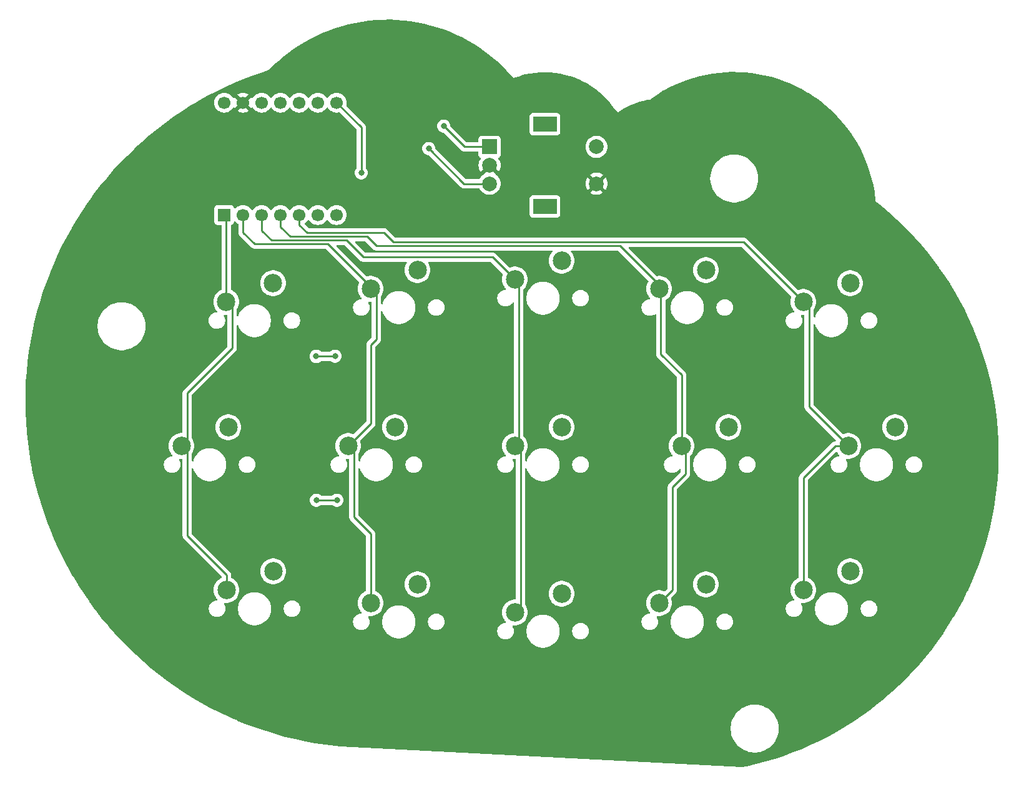
<source format=gbr>
%TF.GenerationSoftware,KiCad,Pcbnew,8.0.5-8.0.5-0~ubuntu22.04.1*%
%TF.CreationDate,2024-10-13T07:53:22-06:00*%
%TF.ProjectId,frogpad,66726f67-7061-4642-9e6b-696361645f70,rev?*%
%TF.SameCoordinates,Original*%
%TF.FileFunction,Copper,L1,Top*%
%TF.FilePolarity,Positive*%
%FSLAX46Y46*%
G04 Gerber Fmt 4.6, Leading zero omitted, Abs format (unit mm)*
G04 Created by KiCad (PCBNEW 8.0.5-8.0.5-0~ubuntu22.04.1) date 2024-10-13 07:53:22*
%MOMM*%
%LPD*%
G01*
G04 APERTURE LIST*
%TA.AperFunction,ComponentPad*%
%ADD10C,2.500000*%
%TD*%
%TA.AperFunction,ComponentPad*%
%ADD11R,1.700000X1.700000*%
%TD*%
%TA.AperFunction,ComponentPad*%
%ADD12C,1.700000*%
%TD*%
%TA.AperFunction,ComponentPad*%
%ADD13R,2.000000X2.000000*%
%TD*%
%TA.AperFunction,ComponentPad*%
%ADD14C,2.000000*%
%TD*%
%TA.AperFunction,ComponentPad*%
%ADD15R,3.200000X2.000000*%
%TD*%
%TA.AperFunction,ViaPad*%
%ADD16C,0.800000*%
%TD*%
%TA.AperFunction,Conductor*%
%ADD17C,0.250000*%
%TD*%
G04 APERTURE END LIST*
D10*
%TO.P,SW10,1*%
%TO.N,COL4*%
X175768000Y-97282000D03*
%TO.P,SW10,2*%
%TO.N,Net-(D10-A)*%
X182118000Y-94742000D03*
%TD*%
%TO.P,SW11,1*%
%TO.N,COL0*%
X91440000Y-116840000D03*
%TO.P,SW11,2*%
%TO.N,Net-(D11-A)*%
X97790000Y-114300000D03*
%TD*%
D11*
%TO.P,U1,1,PA02_A0_D0*%
%TO.N,COL0*%
X91136015Y-65915750D03*
D12*
%TO.P,U1,2,PA4_A1_D1*%
%TO.N,COL1*%
X93676015Y-65915750D03*
%TO.P,U1,3,PA10_A2_D2*%
%TO.N,COL2*%
X96216015Y-65915750D03*
%TO.P,U1,4,PA11_A3_D3*%
%TO.N,COL3*%
X98756015Y-65915750D03*
%TO.P,U1,5,PA8_A4_D4_SDA*%
%TO.N,COL4*%
X101296015Y-65915750D03*
%TO.P,U1,6,PA9_A5_D5_SCL*%
%TO.N,ROW0*%
X103836015Y-65915750D03*
%TO.P,U1,7,PB08_A6_D6_TX*%
%TO.N,ROW1*%
X106376015Y-65915750D03*
%TO.P,U1,8,PB09_A7_D7_RX*%
%TO.N,ROW2*%
X106376015Y-50665750D03*
%TO.P,U1,9,PA7_A8_D8_SCK*%
%TO.N,EC11A*%
X103836015Y-50665750D03*
%TO.P,U1,10,PA5_A9_D9_MISO*%
%TO.N,EC11SW*%
X101296015Y-50665750D03*
%TO.P,U1,11,PA6_A10_D10_MOSI*%
%TO.N,EC11B*%
X98756015Y-50665750D03*
%TO.P,U1,12,3V3*%
%TO.N,3V3*%
X96216015Y-50665750D03*
%TO.P,U1,13,GND*%
%TO.N,GND*%
X93676015Y-50665750D03*
%TO.P,U1,14,5V*%
%TO.N,VCC*%
X91136015Y-50665750D03*
%TD*%
D10*
%TO.P,SW1,1*%
%TO.N,COL0*%
X91414600Y-77724000D03*
%TO.P,SW1,2*%
%TO.N,Net-(D1-A)*%
X97764600Y-75184000D03*
%TD*%
%TO.P,SW14,1*%
%TO.N,COL3*%
X150114000Y-118618000D03*
%TO.P,SW14,2*%
%TO.N,Net-(D14-A)*%
X156464000Y-116078000D03*
%TD*%
%TO.P,SW9,1*%
%TO.N,COL3*%
X153162000Y-97282000D03*
%TO.P,SW9,2*%
%TO.N,Net-(D9-A)*%
X159512000Y-94742000D03*
%TD*%
%TO.P,SW5,1*%
%TO.N,COL4*%
X169672000Y-77724000D03*
%TO.P,SW5,2*%
%TO.N,Net-(D5-A)*%
X176022000Y-75184000D03*
%TD*%
D13*
%TO.P,SW16,A,A*%
%TO.N,EC11A*%
X127120000Y-56670000D03*
D14*
%TO.P,SW16,B,B*%
%TO.N,EC11B*%
X127120000Y-61670000D03*
%TO.P,SW16,C,C*%
%TO.N,GND*%
X127120000Y-59170000D03*
D15*
%TO.P,SW16,MP*%
%TO.N,N/C*%
X134620000Y-53570000D03*
X134620000Y-64770000D03*
D14*
%TO.P,SW16,S1,S1*%
%TO.N,GND*%
X141620000Y-61670000D03*
%TO.P,SW16,S2,S2*%
%TO.N,EC11SW*%
X141620000Y-56670000D03*
%TD*%
D10*
%TO.P,SW7,1*%
%TO.N,COL1*%
X107950000Y-97282000D03*
%TO.P,SW7,2*%
%TO.N,Net-(D7-A)*%
X114300000Y-94742000D03*
%TD*%
%TO.P,SW6,1*%
%TO.N,COL0*%
X85344000Y-97282000D03*
%TO.P,SW6,2*%
%TO.N,Net-(D6-A)*%
X91694000Y-94742000D03*
%TD*%
%TO.P,SW8,1*%
%TO.N,COL2*%
X130556000Y-97282000D03*
%TO.P,SW8,2*%
%TO.N,Net-(D8-A)*%
X136906000Y-94742000D03*
%TD*%
%TO.P,SW12,1*%
%TO.N,COL1*%
X110998000Y-118618000D03*
%TO.P,SW12,2*%
%TO.N,Net-(D12-A)*%
X117348000Y-116078000D03*
%TD*%
%TO.P,SW2,1*%
%TO.N,COL1*%
X110998000Y-75946000D03*
%TO.P,SW2,2*%
%TO.N,Net-(D2-A)*%
X117348000Y-73406000D03*
%TD*%
%TO.P,SW15,1*%
%TO.N,COL4*%
X169672000Y-116840000D03*
%TO.P,SW15,2*%
%TO.N,Net-(D15-A)*%
X176022000Y-114300000D03*
%TD*%
%TO.P,SW3,1*%
%TO.N,COL2*%
X130556000Y-74676000D03*
%TO.P,SW3,2*%
%TO.N,Net-(D3-A)*%
X136906000Y-72136000D03*
%TD*%
%TO.P,SW13,1*%
%TO.N,COL2*%
X130556000Y-119888000D03*
%TO.P,SW13,2*%
%TO.N,Net-(D13-A)*%
X136906000Y-117348000D03*
%TD*%
%TO.P,SW4,1*%
%TO.N,COL3*%
X150114000Y-75946000D03*
%TO.P,SW4,2*%
%TO.N,Net-(D4-A)*%
X156464000Y-73406000D03*
%TD*%
D16*
%TO.N,ROW0*%
X103614000Y-85108000D03*
X106172000Y-85090000D03*
%TO.N,ROW1*%
X103632000Y-104648000D03*
X106426000Y-104648000D03*
%TO.N,ROW2*%
X109728000Y-60198000D03*
%TO.N,EC11A*%
X120904000Y-53848000D03*
%TO.N,EC11B*%
X118872000Y-56896000D03*
%TD*%
D17*
%TO.N,ROW0*%
X103614000Y-85108000D02*
X103632000Y-85090000D01*
X103632000Y-85090000D02*
X106172000Y-85090000D01*
%TO.N,ROW1*%
X103632000Y-104648000D02*
X106426000Y-104648000D01*
%TO.N,ROW2*%
X109728000Y-54017735D02*
X106376015Y-50665750D01*
X109728000Y-60198000D02*
X109728000Y-54017735D01*
%TO.N,COL1*%
X110998000Y-75946000D02*
X111760000Y-76708000D01*
X93676015Y-68276015D02*
X93676015Y-65915750D01*
X108712000Y-106934000D02*
X110998000Y-109220000D01*
X111035000Y-94197000D02*
X107950000Y-97282000D01*
X110998000Y-75692000D02*
X105156000Y-69850000D01*
X105156000Y-69850000D02*
X95250000Y-69850000D01*
X108712000Y-98044000D02*
X108712000Y-106934000D01*
X111760000Y-76708000D02*
X111760000Y-82794695D01*
X110998000Y-75946000D02*
X110998000Y-75692000D01*
X111035000Y-83519695D02*
X111035000Y-94197000D01*
X95250000Y-69850000D02*
X93676015Y-68276015D01*
X111760000Y-82794695D02*
X111035000Y-83519695D01*
X107950000Y-97282000D02*
X108712000Y-98044000D01*
X110998000Y-109220000D02*
X110998000Y-118618000D01*
%TO.N,COL2*%
X130556000Y-97282000D02*
X131318000Y-98044000D01*
X127508000Y-71628000D02*
X109982000Y-71628000D01*
X131318000Y-119126000D02*
X130556000Y-119888000D01*
X109982000Y-71628000D02*
X107696000Y-69342000D01*
X131318000Y-98044000D02*
X131318000Y-119126000D01*
X97536000Y-69342000D02*
X96216015Y-68022015D01*
X131064000Y-96774000D02*
X130556000Y-97282000D01*
X130556000Y-74676000D02*
X131064000Y-75184000D01*
X107696000Y-69342000D02*
X97536000Y-69342000D01*
X131064000Y-75184000D02*
X131064000Y-96774000D01*
X96216015Y-68022015D02*
X96216015Y-65915750D01*
X130556000Y-74676000D02*
X127508000Y-71628000D01*
%TO.N,COL3*%
X150349500Y-84817500D02*
X150349500Y-76181500D01*
X151892000Y-102870000D02*
X153670000Y-101092000D01*
X151892000Y-116840000D02*
X151892000Y-102870000D01*
X100076000Y-68834000D02*
X110490000Y-68834000D01*
X98756015Y-65915750D02*
X98756015Y-67514015D01*
X150114000Y-118618000D02*
X151892000Y-116840000D01*
X110490000Y-68834000D02*
X111760000Y-70104000D01*
X111760000Y-70104000D02*
X144780000Y-70104000D01*
X98756015Y-67514015D02*
X100076000Y-68834000D01*
X153162000Y-87630000D02*
X150349500Y-84817500D01*
X153162000Y-97282000D02*
X153162000Y-87630000D01*
X153670000Y-97790000D02*
X153162000Y-97282000D01*
X150349500Y-76181500D02*
X150114000Y-75946000D01*
X144780000Y-70104000D02*
X150114000Y-75438000D01*
X153670000Y-101092000D02*
X153670000Y-97790000D01*
%TO.N,COL4*%
X161544000Y-69596000D02*
X169672000Y-77724000D01*
X170434000Y-91948000D02*
X175768000Y-97282000D01*
X112776000Y-68326000D02*
X114046000Y-69596000D01*
X169672000Y-101610234D02*
X169672000Y-116840000D01*
X169672000Y-77724000D02*
X170434000Y-78486000D01*
X114046000Y-69596000D02*
X161544000Y-69596000D01*
X170434000Y-78486000D02*
X170434000Y-91948000D01*
X101296015Y-65915750D02*
X101296015Y-67260015D01*
X102362000Y-68326000D02*
X112776000Y-68326000D01*
X174000234Y-97282000D02*
X169672000Y-101610234D01*
X175768000Y-97282000D02*
X174000234Y-97282000D01*
X101296015Y-67260015D02*
X102362000Y-68326000D01*
%TO.N,COL0*%
X86106000Y-109442250D02*
X91440000Y-114776250D01*
X86106000Y-90106500D02*
X86106000Y-109442250D01*
X91414600Y-77724000D02*
X92202000Y-78511400D01*
X91414600Y-77724000D02*
X91414600Y-66194335D01*
X91414600Y-66194335D02*
X91136015Y-65915750D01*
X91440000Y-114776250D02*
X91440000Y-116840000D01*
X92202000Y-84010500D02*
X86106000Y-90106500D01*
X90932000Y-77241400D02*
X91414600Y-77724000D01*
X92202000Y-78511400D02*
X92202000Y-84010500D01*
%TO.N,EC11A*%
X120904000Y-53848000D02*
X123726000Y-56670000D01*
X123726000Y-56670000D02*
X127120000Y-56670000D01*
%TO.N,EC11B*%
X118872000Y-56896000D02*
X123646000Y-61670000D01*
X123646000Y-61670000D02*
X127120000Y-61670000D01*
%TD*%
%TA.AperFunction,Conductor*%
%TO.N,GND*%
G36*
X113564596Y-39398832D02*
G01*
X114494690Y-39429921D01*
X114499828Y-39430201D01*
X115332242Y-39493026D01*
X115427762Y-39500236D01*
X115432936Y-39500735D01*
X115560231Y-39515729D01*
X116357171Y-39609602D01*
X116362262Y-39610310D01*
X117281142Y-39757815D01*
X117286229Y-39758742D01*
X118198058Y-39944613D01*
X118203080Y-39945746D01*
X119106350Y-40169674D01*
X119111367Y-40171029D01*
X119460531Y-40273299D01*
X120004453Y-40432612D01*
X120009405Y-40434177D01*
X120890727Y-40732949D01*
X120895534Y-40734691D01*
X121763630Y-41070162D01*
X121768404Y-41072123D01*
X122621632Y-41443658D01*
X122626316Y-41445816D01*
X123463242Y-41852788D01*
X123467830Y-41855140D01*
X124286931Y-42296809D01*
X124291447Y-42299367D01*
X125091332Y-42774983D01*
X125095719Y-42777718D01*
X125874956Y-43286428D01*
X125879248Y-43289359D01*
X126636489Y-43830282D01*
X126640648Y-43833388D01*
X126935434Y-44063214D01*
X127374521Y-44405542D01*
X127378541Y-44408813D01*
X128087836Y-45011256D01*
X128091718Y-45014696D01*
X128775153Y-45646344D01*
X128778883Y-45649940D01*
X129435190Y-46309617D01*
X129438778Y-46313377D01*
X130067117Y-47000254D01*
X130070130Y-47003672D01*
X130371569Y-47358535D01*
X130371570Y-47358536D01*
X130681579Y-47236379D01*
X130687531Y-47234210D01*
X131318914Y-47022463D01*
X131325887Y-47020352D01*
X131968192Y-46846419D01*
X131975284Y-46844722D01*
X132626761Y-46709046D01*
X132633926Y-46707773D01*
X133292269Y-46610837D01*
X133299535Y-46609985D01*
X133962454Y-46552122D01*
X133969706Y-46551704D01*
X134634913Y-46533119D01*
X134642217Y-46533130D01*
X135307331Y-46553886D01*
X135314610Y-46554328D01*
X135977370Y-46614357D01*
X135984565Y-46615224D01*
X136642610Y-46714312D01*
X136649813Y-46715616D01*
X137300787Y-46853405D01*
X137307911Y-46855134D01*
X137949634Y-47031159D01*
X137956643Y-47033307D01*
X138074072Y-47073116D01*
X138586829Y-47246943D01*
X138593664Y-47249488D01*
X138993908Y-47412131D01*
X139210133Y-47499996D01*
X139216836Y-47502953D01*
X139817437Y-47789460D01*
X139823941Y-47792802D01*
X140247307Y-48026423D01*
X140406534Y-48114287D01*
X140412842Y-48118015D01*
X140975426Y-48473371D01*
X140981481Y-48477449D01*
X140982737Y-48478351D01*
X141522099Y-48865444D01*
X141527926Y-48869893D01*
X142044641Y-49289132D01*
X142050195Y-49293917D01*
X142502246Y-49707307D01*
X142541245Y-49742970D01*
X142546486Y-49748054D01*
X143010158Y-50225362D01*
X143015097Y-50230757D01*
X143449743Y-50734619D01*
X143454365Y-50740310D01*
X143858732Y-51269313D01*
X143862497Y-51274512D01*
X144050857Y-51549322D01*
X144050860Y-51549326D01*
X144549312Y-51973999D01*
X144784362Y-51807177D01*
X144789872Y-51803485D01*
X145276800Y-51495813D01*
X145283286Y-51491988D01*
X145787745Y-51214936D01*
X145794465Y-51211509D01*
X146314918Y-50965887D01*
X146321871Y-50962862D01*
X146856408Y-50749570D01*
X146863506Y-50746987D01*
X147410071Y-50566846D01*
X147417330Y-50564696D01*
X147973941Y-50418359D01*
X147981285Y-50416666D01*
X148546288Y-50304600D01*
X148552808Y-50303488D01*
X148838128Y-50262669D01*
X148838128Y-50262668D01*
X148840934Y-50262267D01*
X148849564Y-50254342D01*
X149194735Y-50003082D01*
X149198770Y-50000267D01*
X149932041Y-49510447D01*
X149936785Y-49507433D01*
X150691504Y-49052037D01*
X150696399Y-49049235D01*
X151471232Y-48629048D01*
X151476289Y-48626454D01*
X152269617Y-48242352D01*
X152274746Y-48240013D01*
X153084900Y-47892801D01*
X153090172Y-47890684D01*
X153915466Y-47581089D01*
X153920768Y-47579238D01*
X154759434Y-47307924D01*
X154764843Y-47306311D01*
X155615054Y-47073866D01*
X155620558Y-47072496D01*
X156480586Y-46879394D01*
X156486136Y-46878282D01*
X157354139Y-46724936D01*
X157359682Y-46724088D01*
X158233825Y-46610823D01*
X158239459Y-46610224D01*
X159117884Y-46537282D01*
X159123507Y-46536946D01*
X160004330Y-46504480D01*
X160010021Y-46504402D01*
X160891429Y-46512481D01*
X160897048Y-46512662D01*
X161777112Y-46561268D01*
X161782797Y-46561712D01*
X162659734Y-46650744D01*
X162665319Y-46651442D01*
X163537198Y-46780705D01*
X163542820Y-46781671D01*
X164407815Y-46950893D01*
X164413387Y-46952117D01*
X165269684Y-47160941D01*
X165275148Y-47162407D01*
X166120991Y-47410407D01*
X166126383Y-47412124D01*
X166959896Y-47698753D01*
X166965188Y-47700709D01*
X167784656Y-48025377D01*
X167789908Y-48027599D01*
X168593547Y-48389596D01*
X168598635Y-48392030D01*
X169120503Y-48656618D01*
X169384768Y-48790602D01*
X169389795Y-48793297D01*
X170156779Y-49227607D01*
X170161670Y-49230528D01*
X170396355Y-49378071D01*
X170907835Y-49699632D01*
X170912593Y-49702778D01*
X170970437Y-49742970D01*
X171636417Y-50205717D01*
X171640997Y-50209059D01*
X172331296Y-50737387D01*
X172340936Y-50744765D01*
X172345383Y-50748334D01*
X173010274Y-51307531D01*
X173019913Y-51315637D01*
X173024186Y-51319402D01*
X173260145Y-51537146D01*
X173671927Y-51917142D01*
X173676029Y-51921106D01*
X174295573Y-52547981D01*
X174299489Y-52552129D01*
X174889575Y-53206863D01*
X174893293Y-53211184D01*
X175405768Y-53835282D01*
X175452626Y-53892345D01*
X175456135Y-53896825D01*
X175983579Y-54603029D01*
X175986862Y-54607643D01*
X176203609Y-54927547D01*
X176481234Y-55337305D01*
X176484325Y-55342099D01*
X176944643Y-56093768D01*
X176947509Y-56098700D01*
X177125687Y-56422175D01*
X177282983Y-56707740D01*
X177372757Y-56870720D01*
X177375393Y-56875779D01*
X177764666Y-57666501D01*
X177767068Y-57671675D01*
X178119590Y-58479524D01*
X178121750Y-58484803D01*
X178436730Y-59307969D01*
X178438646Y-59313342D01*
X178715443Y-60150144D01*
X178717109Y-60155600D01*
X178955123Y-61004231D01*
X178956537Y-61009757D01*
X179155272Y-61868446D01*
X179156430Y-61874032D01*
X179315464Y-62740950D01*
X179316363Y-62746579D01*
X179357547Y-63048827D01*
X179435410Y-63620269D01*
X179435984Y-63625233D01*
X179477870Y-64064272D01*
X179477870Y-64064273D01*
X179477871Y-64064274D01*
X179663040Y-64210500D01*
X179994487Y-64472240D01*
X179997014Y-64474289D01*
X181008107Y-65317276D01*
X181010904Y-65319682D01*
X181238688Y-65521619D01*
X181995707Y-66192741D01*
X181998484Y-66195279D01*
X182320123Y-66498341D01*
X182956355Y-67097827D01*
X182959011Y-67100407D01*
X183889086Y-68031634D01*
X183891692Y-68034324D01*
X184782908Y-68982518D01*
X184793028Y-68993285D01*
X184795557Y-68996058D01*
X184977329Y-69201608D01*
X185667393Y-69981940D01*
X185669843Y-69984796D01*
X186511378Y-70996693D01*
X186513740Y-70999623D01*
X186525382Y-71014519D01*
X187314039Y-72023606D01*
X187324154Y-72036547D01*
X187326413Y-72039529D01*
X188061968Y-73041936D01*
X188105039Y-73100633D01*
X188107218Y-73103701D01*
X188853243Y-74187875D01*
X188855329Y-74191006D01*
X189568130Y-75297339D01*
X189570120Y-75300533D01*
X190249026Y-76427987D01*
X190250918Y-76431240D01*
X190895298Y-77578769D01*
X190897090Y-77582077D01*
X191506361Y-78748640D01*
X191508052Y-78752002D01*
X192081627Y-79936473D01*
X192083216Y-79939884D01*
X192620611Y-81141270D01*
X192622095Y-81144727D01*
X193091889Y-82286745D01*
X193122773Y-82361819D01*
X193124152Y-82365321D01*
X193194132Y-82551281D01*
X193535376Y-83458084D01*
X193587689Y-83597096D01*
X193588960Y-83600637D01*
X194014891Y-84845859D01*
X194016055Y-84849438D01*
X194404020Y-86107051D01*
X194405074Y-86110663D01*
X194754686Y-87379412D01*
X194755631Y-87383054D01*
X195066603Y-88661896D01*
X195067436Y-88665565D01*
X195339451Y-89953201D01*
X195340173Y-89956894D01*
X195572995Y-91252201D01*
X195573605Y-91255915D01*
X195767022Y-92557729D01*
X195767518Y-92561459D01*
X195921343Y-93868498D01*
X195921726Y-93872241D01*
X196035822Y-95183368D01*
X196036091Y-95187121D01*
X196110350Y-96501067D01*
X196110506Y-96504827D01*
X196144866Y-97820480D01*
X196144907Y-97824242D01*
X196139330Y-99140298D01*
X196139257Y-99144061D01*
X196093751Y-100459344D01*
X196093564Y-100463102D01*
X196008171Y-101776404D01*
X196007870Y-101780155D01*
X195882665Y-103090275D01*
X195882250Y-103094014D01*
X195717356Y-104399703D01*
X195716828Y-104403429D01*
X195512388Y-105703535D01*
X195511747Y-105707243D01*
X195267957Y-107000531D01*
X195267204Y-107004218D01*
X194984279Y-108289540D01*
X194983414Y-108293202D01*
X194661630Y-109569309D01*
X194660655Y-109572943D01*
X194300292Y-110838723D01*
X194299207Y-110842326D01*
X193900605Y-112096585D01*
X193899411Y-112100154D01*
X193462929Y-113341761D01*
X193461627Y-113345291D01*
X192987691Y-114573036D01*
X192986283Y-114576526D01*
X192475300Y-115789353D01*
X192473787Y-115792798D01*
X191926223Y-116989600D01*
X191924605Y-116992997D01*
X191341020Y-118172553D01*
X191339301Y-118175900D01*
X190720152Y-119337283D01*
X190718331Y-119340576D01*
X190064270Y-120482567D01*
X190062351Y-120485804D01*
X189373907Y-121607478D01*
X189371890Y-121610655D01*
X188649744Y-122710901D01*
X188647632Y-122714015D01*
X187892419Y-123791866D01*
X187890213Y-123794914D01*
X187102680Y-124849305D01*
X187100383Y-124852286D01*
X186281174Y-125882354D01*
X186278787Y-125885263D01*
X185428739Y-126889955D01*
X185426266Y-126892790D01*
X184546096Y-127871258D01*
X184543537Y-127874017D01*
X183634104Y-128825308D01*
X183631463Y-128827988D01*
X182693568Y-129751262D01*
X182690847Y-129753861D01*
X181725401Y-130648225D01*
X181722602Y-130650740D01*
X180730426Y-131515430D01*
X180727552Y-131517859D01*
X179709608Y-132352037D01*
X179706661Y-132354378D01*
X178663879Y-133157282D01*
X178660863Y-133159532D01*
X177594202Y-133930424D01*
X177591120Y-133932581D01*
X176501554Y-134670759D01*
X176498407Y-134672822D01*
X175386959Y-135377589D01*
X175383751Y-135379556D01*
X174251390Y-136050300D01*
X174248123Y-136052168D01*
X173096002Y-136688206D01*
X173092681Y-136689975D01*
X171921728Y-137290795D01*
X171918354Y-137292462D01*
X170729721Y-137857470D01*
X170726299Y-137859033D01*
X169521083Y-138387711D01*
X169517614Y-138389170D01*
X168296915Y-138881033D01*
X168293404Y-138882386D01*
X167058376Y-139336973D01*
X167054826Y-139338220D01*
X165806476Y-139755156D01*
X165802889Y-139756293D01*
X164542563Y-140135130D01*
X164538943Y-140136159D01*
X163267644Y-140476596D01*
X163263995Y-140477514D01*
X161982740Y-140779270D01*
X161979525Y-140779982D01*
X161350685Y-140910564D01*
X161319001Y-140912985D01*
X106901118Y-138068595D01*
X106895675Y-138068190D01*
X106215459Y-138002519D01*
X106212308Y-138002174D01*
X104850510Y-137835473D01*
X104846922Y-137834981D01*
X103490769Y-137628606D01*
X103487196Y-137628009D01*
X102137622Y-137382109D01*
X102134069Y-137381407D01*
X100792335Y-137096214D01*
X100788804Y-137095410D01*
X99455894Y-136771132D01*
X99452387Y-136770224D01*
X98129572Y-136407170D01*
X98126094Y-136406161D01*
X96814404Y-136004614D01*
X96810956Y-136003503D01*
X95511568Y-135563823D01*
X95508155Y-135562612D01*
X95313843Y-135490471D01*
X159817500Y-135490471D01*
X159817500Y-135809838D01*
X159848803Y-136127677D01*
X159911109Y-136440909D01*
X160003820Y-136746537D01*
X160126040Y-137041601D01*
X160126042Y-137041606D01*
X160276584Y-137323249D01*
X160276601Y-137323277D01*
X160454012Y-137588793D01*
X160454029Y-137588816D01*
X160656638Y-137835695D01*
X160882459Y-138061516D01*
X160882464Y-138061520D01*
X160882465Y-138061521D01*
X161129344Y-138264130D01*
X161129351Y-138264135D01*
X161129361Y-138264142D01*
X161394877Y-138441553D01*
X161394882Y-138441556D01*
X161394894Y-138441564D01*
X161394903Y-138441568D01*
X161394905Y-138441570D01*
X161676548Y-138592112D01*
X161676550Y-138592112D01*
X161676556Y-138592116D01*
X161971619Y-138714335D01*
X162277240Y-138807044D01*
X162590477Y-138869351D01*
X162908313Y-138900655D01*
X162908316Y-138900655D01*
X163227684Y-138900655D01*
X163227687Y-138900655D01*
X163545523Y-138869351D01*
X163858760Y-138807044D01*
X164164381Y-138714335D01*
X164459444Y-138592116D01*
X164741106Y-138441564D01*
X165006656Y-138264130D01*
X165253535Y-138061521D01*
X165479366Y-137835690D01*
X165681975Y-137588811D01*
X165859409Y-137323261D01*
X166009961Y-137041599D01*
X166132180Y-136746536D01*
X166224889Y-136440915D01*
X166287196Y-136127678D01*
X166318500Y-135809842D01*
X166318500Y-135490468D01*
X166287196Y-135172632D01*
X166224889Y-134859395D01*
X166132180Y-134553774D01*
X166009961Y-134258711D01*
X165880200Y-134015947D01*
X165859415Y-133977060D01*
X165859413Y-133977058D01*
X165859409Y-133977049D01*
X165829697Y-133932581D01*
X165681987Y-133711516D01*
X165681980Y-133711506D01*
X165681975Y-133711499D01*
X165479366Y-133464620D01*
X165479365Y-133464619D01*
X165479361Y-133464614D01*
X165253540Y-133238793D01*
X165006661Y-133036184D01*
X165006638Y-133036167D01*
X164741122Y-132858756D01*
X164741094Y-132858739D01*
X164459451Y-132708197D01*
X164459446Y-132708195D01*
X164164382Y-132585975D01*
X163858754Y-132493264D01*
X163545521Y-132430958D01*
X163545522Y-132430958D01*
X163306141Y-132407382D01*
X163227687Y-132399655D01*
X162908313Y-132399655D01*
X162835822Y-132406794D01*
X162590477Y-132430958D01*
X162277245Y-132493264D01*
X161971617Y-132585975D01*
X161676553Y-132708195D01*
X161676548Y-132708197D01*
X161394905Y-132858739D01*
X161394877Y-132858756D01*
X161129361Y-133036167D01*
X161129338Y-133036184D01*
X160882459Y-133238793D01*
X160656638Y-133464614D01*
X160454029Y-133711493D01*
X160454012Y-133711516D01*
X160276601Y-133977032D01*
X160276584Y-133977060D01*
X160126042Y-134258703D01*
X160126040Y-134258708D01*
X160003820Y-134553772D01*
X159911109Y-134859400D01*
X159848803Y-135172632D01*
X159817500Y-135490471D01*
X95313843Y-135490471D01*
X94222180Y-135085176D01*
X94218803Y-135083866D01*
X92947306Y-134569068D01*
X92943969Y-134567660D01*
X92912354Y-134553772D01*
X92240673Y-134258708D01*
X91688054Y-134015947D01*
X91684759Y-134014442D01*
X90445471Y-133426274D01*
X90442222Y-133424673D01*
X89220668Y-132800575D01*
X89217467Y-132798880D01*
X88014672Y-132139375D01*
X88011522Y-132137588D01*
X86828458Y-131443210D01*
X86825362Y-131441331D01*
X85663118Y-130712719D01*
X85660077Y-130710750D01*
X84519603Y-129948500D01*
X84516659Y-129946470D01*
X83398877Y-129151194D01*
X83395977Y-129149066D01*
X82301941Y-128321515D01*
X82299085Y-128319288D01*
X81229710Y-127460157D01*
X81226920Y-127457848D01*
X80183080Y-126567840D01*
X80180358Y-126565450D01*
X79162949Y-125645327D01*
X79160299Y-125642859D01*
X78170215Y-124693430D01*
X78167637Y-124690885D01*
X77205689Y-123712929D01*
X77203187Y-123710310D01*
X76809979Y-123286480D01*
X76270188Y-122704650D01*
X76267806Y-122702007D01*
X75558514Y-121891215D01*
X75364591Y-121669541D01*
X75362246Y-121666780D01*
X74489584Y-120608392D01*
X74487321Y-120605564D01*
X73645935Y-119522131D01*
X73643756Y-119519238D01*
X72910283Y-118515567D01*
X72834401Y-118411732D01*
X72832314Y-118408788D01*
X72804137Y-118367768D01*
X72055598Y-117278040D01*
X72053631Y-117275084D01*
X71310279Y-116122146D01*
X71308367Y-116119083D01*
X71283549Y-116078004D01*
X70599011Y-114944933D01*
X70597184Y-114941805D01*
X69922450Y-113747487D01*
X69920715Y-113744308D01*
X69709486Y-113343521D01*
X69281131Y-112530758D01*
X69279528Y-112527605D01*
X68675645Y-111295860D01*
X68674101Y-111292591D01*
X68106465Y-110043762D01*
X68105015Y-110040443D01*
X67636273Y-108923707D01*
X67574099Y-108775584D01*
X67572756Y-108772247D01*
X67556849Y-108731016D01*
X67079003Y-107492403D01*
X67077756Y-107489023D01*
X67054892Y-107424178D01*
X66621590Y-106195297D01*
X66620474Y-106191980D01*
X66202261Y-104885398D01*
X66201216Y-104881957D01*
X65821370Y-103563817D01*
X65820437Y-103560393D01*
X65479248Y-102231707D01*
X65478403Y-102228203D01*
X65324904Y-101548625D01*
X65176168Y-100890130D01*
X65175422Y-100886586D01*
X64950134Y-99733421D01*
X82948500Y-99733421D01*
X82948500Y-99910578D01*
X82976214Y-100085556D01*
X83030956Y-100254039D01*
X83030957Y-100254042D01*
X83066873Y-100324529D01*
X83111386Y-100411890D01*
X83215517Y-100555214D01*
X83340786Y-100680483D01*
X83484110Y-100784614D01*
X83552577Y-100819500D01*
X83641957Y-100865042D01*
X83641960Y-100865043D01*
X83719172Y-100890130D01*
X83810445Y-100919786D01*
X83985421Y-100947500D01*
X83985422Y-100947500D01*
X84162578Y-100947500D01*
X84162579Y-100947500D01*
X84337555Y-100919786D01*
X84506042Y-100865042D01*
X84663890Y-100784614D01*
X84807214Y-100680483D01*
X84932483Y-100555214D01*
X85036614Y-100411890D01*
X85117042Y-100254042D01*
X85171786Y-100085555D01*
X85199500Y-99910579D01*
X85199500Y-99733421D01*
X85171786Y-99558445D01*
X85117042Y-99389958D01*
X85117042Y-99389957D01*
X85080128Y-99317511D01*
X85036614Y-99232110D01*
X85034142Y-99228708D01*
X85026202Y-99217778D01*
X85002722Y-99151972D01*
X85018548Y-99083918D01*
X85068654Y-99035223D01*
X85137132Y-99021348D01*
X85144992Y-99022276D01*
X85212818Y-99032500D01*
X85356500Y-99032500D01*
X85423539Y-99052185D01*
X85469294Y-99104989D01*
X85480500Y-99156500D01*
X85480500Y-109503861D01*
X85504535Y-109624694D01*
X85504540Y-109624711D01*
X85551685Y-109738531D01*
X85551690Y-109738540D01*
X85575593Y-109774312D01*
X85575594Y-109774313D01*
X85620141Y-109840982D01*
X85620144Y-109840986D01*
X85711586Y-109932428D01*
X85711608Y-109932448D01*
X90778181Y-114999021D01*
X90811666Y-115060344D01*
X90814500Y-115086702D01*
X90814500Y-115120402D01*
X90794815Y-115187441D01*
X90744302Y-115232122D01*
X90562300Y-115319769D01*
X90345520Y-115467567D01*
X90153198Y-115646014D01*
X89989614Y-115851143D01*
X89858432Y-116078356D01*
X89762582Y-116322578D01*
X89762576Y-116322597D01*
X89704197Y-116578374D01*
X89704196Y-116578379D01*
X89684592Y-116839995D01*
X89684592Y-116840004D01*
X89704196Y-117101620D01*
X89704197Y-117101625D01*
X89762576Y-117357402D01*
X89762578Y-117357411D01*
X89762580Y-117357416D01*
X89858432Y-117601643D01*
X89989614Y-117828857D01*
X90053346Y-117908774D01*
X90153197Y-118033984D01*
X90159377Y-118039717D01*
X90195133Y-118099744D01*
X90192760Y-118169574D01*
X90153011Y-118227035D01*
X90088506Y-118253884D01*
X90084788Y-118254234D01*
X90081428Y-118254498D01*
X89906443Y-118282214D01*
X89737960Y-118336956D01*
X89737957Y-118336957D01*
X89580109Y-118417386D01*
X89502104Y-118474061D01*
X89436786Y-118521517D01*
X89436784Y-118521519D01*
X89436783Y-118521519D01*
X89311519Y-118646783D01*
X89311519Y-118646784D01*
X89311517Y-118646786D01*
X89277204Y-118694014D01*
X89207386Y-118790109D01*
X89126957Y-118947957D01*
X89126956Y-118947960D01*
X89072214Y-119116443D01*
X89044500Y-119291421D01*
X89044500Y-119468578D01*
X89072214Y-119643556D01*
X89126956Y-119812039D01*
X89126957Y-119812042D01*
X89196015Y-119947574D01*
X89207386Y-119969890D01*
X89311517Y-120113214D01*
X89436786Y-120238483D01*
X89580110Y-120342614D01*
X89630912Y-120368499D01*
X89737957Y-120423042D01*
X89737960Y-120423043D01*
X89822201Y-120450414D01*
X89906445Y-120477786D01*
X90081421Y-120505500D01*
X90081422Y-120505500D01*
X90258578Y-120505500D01*
X90258579Y-120505500D01*
X90433555Y-120477786D01*
X90602042Y-120423042D01*
X90759890Y-120342614D01*
X90903214Y-120238483D01*
X91028483Y-120113214D01*
X91132614Y-119969890D01*
X91213042Y-119812042D01*
X91267786Y-119643555D01*
X91295500Y-119468579D01*
X91295500Y-119291421D01*
X91286165Y-119232486D01*
X92999500Y-119232486D01*
X92999500Y-119527513D01*
X93014778Y-119643555D01*
X93038007Y-119819993D01*
X93094947Y-120032498D01*
X93114361Y-120104951D01*
X93114364Y-120104961D01*
X93227254Y-120377500D01*
X93227258Y-120377510D01*
X93374761Y-120632993D01*
X93554352Y-120867040D01*
X93554358Y-120867047D01*
X93762952Y-121075641D01*
X93762959Y-121075647D01*
X93997006Y-121255238D01*
X94252489Y-121402741D01*
X94252490Y-121402741D01*
X94252493Y-121402743D01*
X94525048Y-121515639D01*
X94810007Y-121591993D01*
X95102494Y-121630500D01*
X95102501Y-121630500D01*
X95397499Y-121630500D01*
X95397506Y-121630500D01*
X95689993Y-121591993D01*
X95974952Y-121515639D01*
X96247507Y-121402743D01*
X96502994Y-121255238D01*
X96737042Y-121075646D01*
X96945646Y-120867042D01*
X97125238Y-120632994D01*
X97272743Y-120377507D01*
X97385639Y-120104952D01*
X97461993Y-119819993D01*
X97500500Y-119527506D01*
X97500500Y-119291421D01*
X99204500Y-119291421D01*
X99204500Y-119468578D01*
X99232214Y-119643556D01*
X99286956Y-119812039D01*
X99286957Y-119812042D01*
X99356015Y-119947574D01*
X99367386Y-119969890D01*
X99471517Y-120113214D01*
X99596786Y-120238483D01*
X99740110Y-120342614D01*
X99790912Y-120368499D01*
X99897957Y-120423042D01*
X99897960Y-120423043D01*
X99982201Y-120450414D01*
X100066445Y-120477786D01*
X100241421Y-120505500D01*
X100241422Y-120505500D01*
X100418578Y-120505500D01*
X100418579Y-120505500D01*
X100593555Y-120477786D01*
X100762042Y-120423042D01*
X100919890Y-120342614D01*
X101063214Y-120238483D01*
X101188483Y-120113214D01*
X101292614Y-119969890D01*
X101373042Y-119812042D01*
X101427786Y-119643555D01*
X101455500Y-119468579D01*
X101455500Y-119291421D01*
X101427786Y-119116445D01*
X101373042Y-118947958D01*
X101373042Y-118947957D01*
X101325275Y-118854210D01*
X101292614Y-118790110D01*
X101188483Y-118646786D01*
X101063214Y-118521517D01*
X100919890Y-118417386D01*
X100762042Y-118336957D01*
X100762039Y-118336956D01*
X100593556Y-118282214D01*
X100506067Y-118268357D01*
X100418579Y-118254500D01*
X100241421Y-118254500D01*
X100183095Y-118263738D01*
X100066443Y-118282214D01*
X99897960Y-118336956D01*
X99897957Y-118336957D01*
X99740109Y-118417386D01*
X99662104Y-118474061D01*
X99596786Y-118521517D01*
X99596784Y-118521519D01*
X99596783Y-118521519D01*
X99471519Y-118646783D01*
X99471519Y-118646784D01*
X99471517Y-118646786D01*
X99437204Y-118694014D01*
X99367386Y-118790109D01*
X99286957Y-118947957D01*
X99286956Y-118947960D01*
X99232214Y-119116443D01*
X99204500Y-119291421D01*
X97500500Y-119291421D01*
X97500500Y-119232494D01*
X97461993Y-118940007D01*
X97385639Y-118655048D01*
X97272743Y-118382493D01*
X97259888Y-118360228D01*
X97125238Y-118127006D01*
X96945647Y-117892959D01*
X96945641Y-117892952D01*
X96737047Y-117684358D01*
X96737040Y-117684352D01*
X96502993Y-117504761D01*
X96247510Y-117357258D01*
X96247500Y-117357254D01*
X95974961Y-117244364D01*
X95974954Y-117244362D01*
X95974952Y-117244361D01*
X95689993Y-117168007D01*
X95641113Y-117161571D01*
X95397513Y-117129500D01*
X95397506Y-117129500D01*
X95102494Y-117129500D01*
X95102486Y-117129500D01*
X94824085Y-117166153D01*
X94810007Y-117168007D01*
X94546056Y-117238732D01*
X94525048Y-117244361D01*
X94525038Y-117244364D01*
X94252499Y-117357254D01*
X94252489Y-117357258D01*
X93997006Y-117504761D01*
X93762959Y-117684352D01*
X93762952Y-117684358D01*
X93554358Y-117892952D01*
X93554352Y-117892959D01*
X93374761Y-118127006D01*
X93227258Y-118382489D01*
X93227254Y-118382499D01*
X93114364Y-118655038D01*
X93114361Y-118655048D01*
X93048957Y-118899143D01*
X93038008Y-118940004D01*
X93038006Y-118940015D01*
X92999500Y-119232486D01*
X91286165Y-119232486D01*
X91267786Y-119116445D01*
X91213042Y-118947958D01*
X91213042Y-118947957D01*
X91172417Y-118868228D01*
X91132614Y-118790110D01*
X91131529Y-118788617D01*
X91122202Y-118775778D01*
X91098722Y-118709972D01*
X91114548Y-118641918D01*
X91164654Y-118593223D01*
X91233132Y-118579348D01*
X91240992Y-118580276D01*
X91308818Y-118590500D01*
X91571182Y-118590500D01*
X91830615Y-118551396D01*
X92081323Y-118474063D01*
X92317704Y-118360228D01*
X92534479Y-118212433D01*
X92726805Y-118033981D01*
X92890386Y-117828857D01*
X93021568Y-117601643D01*
X93117420Y-117357416D01*
X93175802Y-117101630D01*
X93176091Y-117097772D01*
X93195408Y-116840004D01*
X93195408Y-116839995D01*
X93175803Y-116578379D01*
X93175802Y-116578374D01*
X93175802Y-116578370D01*
X93117420Y-116322584D01*
X93021568Y-116078357D01*
X92890386Y-115851143D01*
X92726805Y-115646019D01*
X92726804Y-115646018D01*
X92726801Y-115646014D01*
X92534479Y-115467567D01*
X92317704Y-115319772D01*
X92317701Y-115319771D01*
X92317699Y-115319769D01*
X92135698Y-115232122D01*
X92083839Y-115185299D01*
X92065500Y-115120402D01*
X92065500Y-114714646D01*
X92065500Y-114714644D01*
X92041463Y-114593798D01*
X92026541Y-114557774D01*
X92026541Y-114557773D01*
X91994313Y-114479966D01*
X91994312Y-114479964D01*
X91970239Y-114443938D01*
X91960084Y-114428740D01*
X91925858Y-114377517D01*
X91925856Y-114377514D01*
X91848337Y-114299995D01*
X96034592Y-114299995D01*
X96034592Y-114300004D01*
X96054196Y-114561620D01*
X96054197Y-114561625D01*
X96112576Y-114817402D01*
X96112578Y-114817411D01*
X96112580Y-114817416D01*
X96208432Y-115061643D01*
X96339614Y-115288857D01*
X96471736Y-115454533D01*
X96503198Y-115493985D01*
X96667048Y-115646014D01*
X96695521Y-115672433D01*
X96912296Y-115820228D01*
X96912301Y-115820230D01*
X96912302Y-115820231D01*
X96912303Y-115820232D01*
X97037843Y-115880688D01*
X97148673Y-115934061D01*
X97148674Y-115934061D01*
X97148677Y-115934063D01*
X97399385Y-116011396D01*
X97658818Y-116050500D01*
X97921182Y-116050500D01*
X98180615Y-116011396D01*
X98431323Y-115934063D01*
X98667704Y-115820228D01*
X98884479Y-115672433D01*
X99076805Y-115493981D01*
X99240386Y-115288857D01*
X99371568Y-115061643D01*
X99467420Y-114817416D01*
X99525802Y-114561630D01*
X99526091Y-114557772D01*
X99545408Y-114300004D01*
X99545408Y-114299995D01*
X99525803Y-114038379D01*
X99525802Y-114038374D01*
X99525802Y-114038370D01*
X99467420Y-113782584D01*
X99371568Y-113538357D01*
X99240386Y-113311143D01*
X99076805Y-113106019D01*
X99076804Y-113106018D01*
X99076801Y-113106014D01*
X98884479Y-112927567D01*
X98667704Y-112779772D01*
X98667700Y-112779770D01*
X98667697Y-112779768D01*
X98667696Y-112779767D01*
X98431325Y-112665938D01*
X98431327Y-112665938D01*
X98180623Y-112588606D01*
X98180619Y-112588605D01*
X98180615Y-112588604D01*
X98055823Y-112569794D01*
X97921187Y-112549500D01*
X97921182Y-112549500D01*
X97658818Y-112549500D01*
X97658812Y-112549500D01*
X97497247Y-112573853D01*
X97399385Y-112588604D01*
X97399382Y-112588605D01*
X97399376Y-112588606D01*
X97148673Y-112665938D01*
X96912303Y-112779767D01*
X96912302Y-112779768D01*
X96695520Y-112927567D01*
X96503198Y-113106014D01*
X96339614Y-113311143D01*
X96208432Y-113538356D01*
X96112582Y-113782578D01*
X96112576Y-113782597D01*
X96054197Y-114038374D01*
X96054196Y-114038379D01*
X96034592Y-114299995D01*
X91848337Y-114299995D01*
X91835637Y-114287295D01*
X91835606Y-114287266D01*
X86767819Y-109219479D01*
X86734334Y-109158156D01*
X86731500Y-109131798D01*
X86731500Y-104648000D01*
X102726540Y-104648000D01*
X102746326Y-104836256D01*
X102746327Y-104836259D01*
X102804818Y-105016277D01*
X102804821Y-105016284D01*
X102899467Y-105180216D01*
X103001185Y-105293185D01*
X103026129Y-105320888D01*
X103179265Y-105432148D01*
X103179270Y-105432151D01*
X103352192Y-105509142D01*
X103352197Y-105509144D01*
X103537354Y-105548500D01*
X103537355Y-105548500D01*
X103726644Y-105548500D01*
X103726646Y-105548500D01*
X103911803Y-105509144D01*
X104084730Y-105432151D01*
X104237871Y-105320888D01*
X104240788Y-105317647D01*
X104243600Y-105314526D01*
X104303087Y-105277879D01*
X104335748Y-105273500D01*
X105722252Y-105273500D01*
X105789291Y-105293185D01*
X105814400Y-105314526D01*
X105820126Y-105320885D01*
X105820130Y-105320889D01*
X105973265Y-105432148D01*
X105973270Y-105432151D01*
X106146192Y-105509142D01*
X106146197Y-105509144D01*
X106331354Y-105548500D01*
X106331355Y-105548500D01*
X106520644Y-105548500D01*
X106520646Y-105548500D01*
X106705803Y-105509144D01*
X106878730Y-105432151D01*
X107031871Y-105320888D01*
X107158533Y-105180216D01*
X107253179Y-105016284D01*
X107311674Y-104836256D01*
X107331460Y-104648000D01*
X107311674Y-104459744D01*
X107253179Y-104279716D01*
X107158533Y-104115784D01*
X107031871Y-103975112D01*
X107031870Y-103975111D01*
X106878734Y-103863851D01*
X106878729Y-103863848D01*
X106705807Y-103786857D01*
X106705802Y-103786855D01*
X106560001Y-103755865D01*
X106520646Y-103747500D01*
X106331354Y-103747500D01*
X106298897Y-103754398D01*
X106146197Y-103786855D01*
X106146192Y-103786857D01*
X105973270Y-103863848D01*
X105973265Y-103863851D01*
X105820130Y-103975110D01*
X105820126Y-103975114D01*
X105814400Y-103981474D01*
X105754913Y-104018121D01*
X105722252Y-104022500D01*
X104335748Y-104022500D01*
X104268709Y-104002815D01*
X104243600Y-103981474D01*
X104237873Y-103975114D01*
X104237869Y-103975110D01*
X104084734Y-103863851D01*
X104084729Y-103863848D01*
X103911807Y-103786857D01*
X103911802Y-103786855D01*
X103766001Y-103755865D01*
X103726646Y-103747500D01*
X103537354Y-103747500D01*
X103504897Y-103754398D01*
X103352197Y-103786855D01*
X103352192Y-103786857D01*
X103179270Y-103863848D01*
X103179265Y-103863851D01*
X103026129Y-103975111D01*
X102899466Y-104115785D01*
X102804821Y-104279715D01*
X102804818Y-104279722D01*
X102746327Y-104459740D01*
X102746326Y-104459744D01*
X102726540Y-104648000D01*
X86731500Y-104648000D01*
X86731500Y-100418242D01*
X86751185Y-100351203D01*
X86803989Y-100305448D01*
X86873147Y-100295504D01*
X86936703Y-100324529D01*
X86974477Y-100383307D01*
X86975258Y-100386091D01*
X87018361Y-100546951D01*
X87018364Y-100546961D01*
X87131254Y-100819500D01*
X87131258Y-100819510D01*
X87278761Y-101074993D01*
X87458352Y-101309040D01*
X87458358Y-101309047D01*
X87666952Y-101517641D01*
X87666959Y-101517647D01*
X87901006Y-101697238D01*
X88156489Y-101844741D01*
X88156490Y-101844741D01*
X88156493Y-101844743D01*
X88429048Y-101957639D01*
X88714007Y-102033993D01*
X89006494Y-102072500D01*
X89006501Y-102072500D01*
X89301499Y-102072500D01*
X89301506Y-102072500D01*
X89593993Y-102033993D01*
X89878952Y-101957639D01*
X90151507Y-101844743D01*
X90406994Y-101697238D01*
X90641042Y-101517646D01*
X90849646Y-101309042D01*
X91029238Y-101074994D01*
X91176743Y-100819507D01*
X91289639Y-100546952D01*
X91365993Y-100261993D01*
X91404500Y-99969506D01*
X91404500Y-99733421D01*
X93108500Y-99733421D01*
X93108500Y-99910578D01*
X93136214Y-100085556D01*
X93190956Y-100254039D01*
X93190957Y-100254042D01*
X93226873Y-100324529D01*
X93271386Y-100411890D01*
X93375517Y-100555214D01*
X93500786Y-100680483D01*
X93644110Y-100784614D01*
X93712577Y-100819500D01*
X93801957Y-100865042D01*
X93801960Y-100865043D01*
X93879172Y-100890130D01*
X93970445Y-100919786D01*
X94145421Y-100947500D01*
X94145422Y-100947500D01*
X94322578Y-100947500D01*
X94322579Y-100947500D01*
X94497555Y-100919786D01*
X94666042Y-100865042D01*
X94823890Y-100784614D01*
X94967214Y-100680483D01*
X95092483Y-100555214D01*
X95196614Y-100411890D01*
X95277042Y-100254042D01*
X95331786Y-100085555D01*
X95359500Y-99910579D01*
X95359500Y-99733421D01*
X95331786Y-99558445D01*
X95277042Y-99389958D01*
X95277042Y-99389957D01*
X95196613Y-99232109D01*
X95186201Y-99217778D01*
X95092483Y-99088786D01*
X94967214Y-98963517D01*
X94823890Y-98859386D01*
X94666042Y-98778957D01*
X94666039Y-98778956D01*
X94497556Y-98724214D01*
X94410067Y-98710357D01*
X94322579Y-98696500D01*
X94145421Y-98696500D01*
X94087095Y-98705738D01*
X93970443Y-98724214D01*
X93801960Y-98778956D01*
X93801957Y-98778957D01*
X93644109Y-98859386D01*
X93566104Y-98916061D01*
X93500786Y-98963517D01*
X93500784Y-98963519D01*
X93500783Y-98963519D01*
X93375519Y-99088783D01*
X93375519Y-99088784D01*
X93375517Y-99088786D01*
X93363745Y-99104989D01*
X93271386Y-99232109D01*
X93190957Y-99389957D01*
X93190956Y-99389960D01*
X93136214Y-99558443D01*
X93108500Y-99733421D01*
X91404500Y-99733421D01*
X91404500Y-99674494D01*
X91365993Y-99382007D01*
X91289639Y-99097048D01*
X91176743Y-98824493D01*
X91163888Y-98802228D01*
X91029238Y-98569006D01*
X90849647Y-98334959D01*
X90849641Y-98334952D01*
X90641047Y-98126358D01*
X90641040Y-98126352D01*
X90406993Y-97946761D01*
X90151510Y-97799258D01*
X90151500Y-97799254D01*
X89878961Y-97686364D01*
X89878954Y-97686362D01*
X89878952Y-97686361D01*
X89593993Y-97610007D01*
X89545113Y-97603571D01*
X89301513Y-97571500D01*
X89301506Y-97571500D01*
X89006494Y-97571500D01*
X89006486Y-97571500D01*
X88728085Y-97608153D01*
X88714007Y-97610007D01*
X88429048Y-97686361D01*
X88429038Y-97686364D01*
X88156499Y-97799254D01*
X88156489Y-97799258D01*
X87901006Y-97946761D01*
X87666959Y-98126352D01*
X87666952Y-98126358D01*
X87458358Y-98334952D01*
X87458352Y-98334959D01*
X87278761Y-98569006D01*
X87131258Y-98824489D01*
X87131254Y-98824499D01*
X87018364Y-99097038D01*
X87018361Y-99097048D01*
X86982172Y-99232110D01*
X86975275Y-99257850D01*
X86938910Y-99317511D01*
X86876063Y-99348040D01*
X86806688Y-99339745D01*
X86752810Y-99295260D01*
X86731535Y-99228708D01*
X86731500Y-99225757D01*
X86731500Y-98393102D01*
X86751185Y-98326063D01*
X86758554Y-98315788D01*
X86794386Y-98270857D01*
X86925568Y-98043643D01*
X87021420Y-97799416D01*
X87079802Y-97543630D01*
X87099408Y-97282000D01*
X87079802Y-97020370D01*
X87021420Y-96764584D01*
X86925568Y-96520357D01*
X86794386Y-96293143D01*
X86758552Y-96248209D01*
X86732144Y-96183523D01*
X86731500Y-96170897D01*
X86731500Y-94741995D01*
X89938592Y-94741995D01*
X89938592Y-94742004D01*
X89958196Y-95003620D01*
X89958197Y-95003625D01*
X90016576Y-95259402D01*
X90016578Y-95259411D01*
X90016580Y-95259416D01*
X90112432Y-95503643D01*
X90243614Y-95730857D01*
X90371859Y-95891671D01*
X90407198Y-95935985D01*
X90571048Y-96088014D01*
X90599521Y-96114433D01*
X90816296Y-96262228D01*
X90816301Y-96262230D01*
X90816302Y-96262231D01*
X90816303Y-96262232D01*
X90941843Y-96322688D01*
X91052673Y-96376061D01*
X91052674Y-96376061D01*
X91052677Y-96376063D01*
X91303385Y-96453396D01*
X91562818Y-96492500D01*
X91825182Y-96492500D01*
X92084615Y-96453396D01*
X92335323Y-96376063D01*
X92571704Y-96262228D01*
X92788479Y-96114433D01*
X92980805Y-95935981D01*
X93144386Y-95730857D01*
X93275568Y-95503643D01*
X93371420Y-95259416D01*
X93429802Y-95003630D01*
X93449408Y-94742000D01*
X93445505Y-94689923D01*
X93429803Y-94480379D01*
X93429802Y-94480374D01*
X93429802Y-94480370D01*
X93371420Y-94224584D01*
X93275568Y-93980357D01*
X93144386Y-93753143D01*
X92980805Y-93548019D01*
X92980804Y-93548018D01*
X92980801Y-93548014D01*
X92788479Y-93369567D01*
X92571704Y-93221772D01*
X92571700Y-93221770D01*
X92571697Y-93221768D01*
X92571696Y-93221767D01*
X92335325Y-93107938D01*
X92335327Y-93107938D01*
X92084623Y-93030606D01*
X92084619Y-93030605D01*
X92084615Y-93030604D01*
X91959823Y-93011794D01*
X91825187Y-92991500D01*
X91825182Y-92991500D01*
X91562818Y-92991500D01*
X91562812Y-92991500D01*
X91401247Y-93015853D01*
X91303385Y-93030604D01*
X91303382Y-93030605D01*
X91303376Y-93030606D01*
X91052673Y-93107938D01*
X90816303Y-93221767D01*
X90816302Y-93221768D01*
X90599520Y-93369567D01*
X90407198Y-93548014D01*
X90243614Y-93753143D01*
X90112432Y-93980356D01*
X90016582Y-94224578D01*
X90016576Y-94224597D01*
X89958197Y-94480374D01*
X89958196Y-94480379D01*
X89938592Y-94741995D01*
X86731500Y-94741995D01*
X86731500Y-90416951D01*
X86751185Y-90349912D01*
X86767814Y-90329275D01*
X91989089Y-85108000D01*
X102708540Y-85108000D01*
X102728326Y-85296256D01*
X102728327Y-85296259D01*
X102786818Y-85476277D01*
X102786821Y-85476284D01*
X102881467Y-85640216D01*
X102953196Y-85719879D01*
X103008129Y-85780888D01*
X103161265Y-85892148D01*
X103161270Y-85892151D01*
X103334192Y-85969142D01*
X103334197Y-85969144D01*
X103519354Y-86008500D01*
X103519355Y-86008500D01*
X103708644Y-86008500D01*
X103708646Y-86008500D01*
X103893803Y-85969144D01*
X104066730Y-85892151D01*
X104219864Y-85780892D01*
X104219866Y-85780892D01*
X104219866Y-85780890D01*
X104219871Y-85780888D01*
X104241806Y-85756525D01*
X104301292Y-85719879D01*
X104333955Y-85715500D01*
X105468252Y-85715500D01*
X105535291Y-85735185D01*
X105560400Y-85756526D01*
X105566126Y-85762885D01*
X105566130Y-85762889D01*
X105719265Y-85874148D01*
X105719270Y-85874151D01*
X105892192Y-85951142D01*
X105892197Y-85951144D01*
X106077354Y-85990500D01*
X106077355Y-85990500D01*
X106266644Y-85990500D01*
X106266646Y-85990500D01*
X106451803Y-85951144D01*
X106624730Y-85874151D01*
X106777871Y-85762888D01*
X106904533Y-85622216D01*
X106999179Y-85458284D01*
X107057674Y-85278256D01*
X107077460Y-85090000D01*
X107057674Y-84901744D01*
X106999179Y-84721716D01*
X106904533Y-84557784D01*
X106777871Y-84417112D01*
X106777870Y-84417111D01*
X106624734Y-84305851D01*
X106624729Y-84305848D01*
X106451807Y-84228857D01*
X106451802Y-84228855D01*
X106282919Y-84192959D01*
X106266646Y-84189500D01*
X106077354Y-84189500D01*
X106061081Y-84192959D01*
X105892197Y-84228855D01*
X105892192Y-84228857D01*
X105719270Y-84305848D01*
X105719265Y-84305851D01*
X105566130Y-84417110D01*
X105566126Y-84417114D01*
X105560400Y-84423474D01*
X105500913Y-84460121D01*
X105468252Y-84464500D01*
X104300109Y-84464500D01*
X104233070Y-84444815D01*
X104225212Y-84438816D01*
X104225129Y-84438932D01*
X104066734Y-84323851D01*
X104066729Y-84323848D01*
X103893807Y-84246857D01*
X103893802Y-84246855D01*
X103748001Y-84215865D01*
X103708646Y-84207500D01*
X103519354Y-84207500D01*
X103486897Y-84214398D01*
X103334197Y-84246855D01*
X103334192Y-84246857D01*
X103161270Y-84323848D01*
X103161265Y-84323851D01*
X103008129Y-84435111D01*
X102881466Y-84575785D01*
X102786821Y-84739715D01*
X102786818Y-84739722D01*
X102728327Y-84919740D01*
X102728326Y-84919744D01*
X102708540Y-85108000D01*
X91989089Y-85108000D01*
X92600729Y-84496360D01*
X92600733Y-84496358D01*
X92687858Y-84409233D01*
X92756311Y-84306786D01*
X92756312Y-84306785D01*
X92768857Y-84276500D01*
X92803460Y-84192959D01*
X92803460Y-84192956D01*
X92803463Y-84192951D01*
X92804150Y-84189500D01*
X92827500Y-84072106D01*
X92827500Y-80955037D01*
X92847185Y-80887998D01*
X92899989Y-80842243D01*
X92969147Y-80832299D01*
X93032703Y-80861324D01*
X93070477Y-80920102D01*
X93071260Y-80922892D01*
X93079874Y-80955037D01*
X93088961Y-80988951D01*
X93088964Y-80988961D01*
X93201854Y-81261500D01*
X93201858Y-81261510D01*
X93349361Y-81516993D01*
X93528952Y-81751040D01*
X93528958Y-81751047D01*
X93737552Y-81959641D01*
X93737559Y-81959647D01*
X93971606Y-82139238D01*
X94227089Y-82286741D01*
X94227090Y-82286741D01*
X94227093Y-82286743D01*
X94499648Y-82399639D01*
X94784607Y-82475993D01*
X95077094Y-82514500D01*
X95077101Y-82514500D01*
X95372099Y-82514500D01*
X95372106Y-82514500D01*
X95664593Y-82475993D01*
X95949552Y-82399639D01*
X96222107Y-82286743D01*
X96477594Y-82139238D01*
X96711642Y-81959646D01*
X96920246Y-81751042D01*
X97099838Y-81516994D01*
X97247343Y-81261507D01*
X97360239Y-80988952D01*
X97436593Y-80703993D01*
X97475100Y-80411506D01*
X97475100Y-80175421D01*
X99179100Y-80175421D01*
X99179100Y-80352579D01*
X99188432Y-80411499D01*
X99206814Y-80527556D01*
X99261556Y-80696039D01*
X99261557Y-80696042D01*
X99341986Y-80853890D01*
X99446117Y-80997214D01*
X99571386Y-81122483D01*
X99714710Y-81226614D01*
X99783177Y-81261500D01*
X99872557Y-81307042D01*
X99872560Y-81307043D01*
X99956801Y-81334414D01*
X100041045Y-81361786D01*
X100216021Y-81389500D01*
X100216022Y-81389500D01*
X100393178Y-81389500D01*
X100393179Y-81389500D01*
X100568155Y-81361786D01*
X100736642Y-81307042D01*
X100894490Y-81226614D01*
X101037814Y-81122483D01*
X101163083Y-80997214D01*
X101267214Y-80853890D01*
X101347642Y-80696042D01*
X101402386Y-80527555D01*
X101430100Y-80352579D01*
X101430100Y-80175421D01*
X101402386Y-80000445D01*
X101347642Y-79831958D01*
X101347642Y-79831957D01*
X101267213Y-79674109D01*
X101256801Y-79659778D01*
X101163083Y-79530786D01*
X101037814Y-79405517D01*
X100894490Y-79301386D01*
X100736642Y-79220957D01*
X100736639Y-79220956D01*
X100568156Y-79166214D01*
X100480667Y-79152357D01*
X100393179Y-79138500D01*
X100216021Y-79138500D01*
X100157695Y-79147738D01*
X100041043Y-79166214D01*
X99872560Y-79220956D01*
X99872557Y-79220957D01*
X99714709Y-79301386D01*
X99655396Y-79344480D01*
X99571386Y-79405517D01*
X99571384Y-79405519D01*
X99571383Y-79405519D01*
X99446119Y-79530783D01*
X99446119Y-79530784D01*
X99446117Y-79530786D01*
X99413330Y-79575913D01*
X99341986Y-79674109D01*
X99261557Y-79831957D01*
X99261556Y-79831960D01*
X99206814Y-80000443D01*
X99188433Y-80116494D01*
X99179100Y-80175421D01*
X97475100Y-80175421D01*
X97475100Y-80116494D01*
X97436593Y-79824007D01*
X97360239Y-79539048D01*
X97247343Y-79266493D01*
X97231320Y-79238741D01*
X97099838Y-79011006D01*
X96920247Y-78776959D01*
X96920241Y-78776952D01*
X96711647Y-78568358D01*
X96711640Y-78568352D01*
X96477593Y-78388761D01*
X96222110Y-78241258D01*
X96222100Y-78241254D01*
X95949561Y-78128364D01*
X95949554Y-78128362D01*
X95949552Y-78128361D01*
X95664593Y-78052007D01*
X95615713Y-78045571D01*
X95372113Y-78013500D01*
X95372106Y-78013500D01*
X95077094Y-78013500D01*
X95077086Y-78013500D01*
X94798685Y-78050153D01*
X94784607Y-78052007D01*
X94665050Y-78084042D01*
X94499648Y-78128361D01*
X94499638Y-78128364D01*
X94227099Y-78241254D01*
X94227089Y-78241258D01*
X93971606Y-78388761D01*
X93737559Y-78568352D01*
X93737552Y-78568358D01*
X93528958Y-78776952D01*
X93528952Y-78776959D01*
X93349361Y-79011006D01*
X93201858Y-79266489D01*
X93201854Y-79266499D01*
X93088964Y-79539038D01*
X93088961Y-79539048D01*
X93074245Y-79593972D01*
X93071275Y-79605055D01*
X93034910Y-79664716D01*
X92972063Y-79695245D01*
X92902688Y-79686950D01*
X92848810Y-79642465D01*
X92827535Y-79575913D01*
X92827500Y-79572962D01*
X92827500Y-78803251D01*
X92847185Y-78736212D01*
X92854542Y-78725952D01*
X92864986Y-78712857D01*
X92996168Y-78485643D01*
X93092020Y-78241416D01*
X93150402Y-77985630D01*
X93150711Y-77981511D01*
X93170008Y-77724004D01*
X93170008Y-77723995D01*
X93150403Y-77462379D01*
X93150402Y-77462374D01*
X93150402Y-77462370D01*
X93092020Y-77206584D01*
X92996168Y-76962357D01*
X92864986Y-76735143D01*
X92701405Y-76530019D01*
X92701404Y-76530018D01*
X92701401Y-76530014D01*
X92509079Y-76351567D01*
X92395321Y-76274008D01*
X92292304Y-76203772D01*
X92292301Y-76203771D01*
X92292299Y-76203769D01*
X92110298Y-76116122D01*
X92058439Y-76069299D01*
X92040100Y-76004402D01*
X92040100Y-75183995D01*
X96009192Y-75183995D01*
X96009192Y-75184004D01*
X96028796Y-75445620D01*
X96028797Y-75445625D01*
X96087176Y-75701402D01*
X96087178Y-75701411D01*
X96087180Y-75701416D01*
X96183032Y-75945643D01*
X96314214Y-76172857D01*
X96440398Y-76331087D01*
X96477798Y-76377985D01*
X96641648Y-76530014D01*
X96670121Y-76556433D01*
X96886896Y-76704228D01*
X96886901Y-76704230D01*
X96886902Y-76704231D01*
X96886903Y-76704232D01*
X97012443Y-76764688D01*
X97123273Y-76818061D01*
X97123274Y-76818061D01*
X97123277Y-76818063D01*
X97373985Y-76895396D01*
X97633418Y-76934500D01*
X97895782Y-76934500D01*
X98155215Y-76895396D01*
X98405923Y-76818063D01*
X98642304Y-76704228D01*
X98859079Y-76556433D01*
X99051405Y-76377981D01*
X99214986Y-76172857D01*
X99346168Y-75945643D01*
X99442020Y-75701416D01*
X99500402Y-75445630D01*
X99501001Y-75437643D01*
X99520008Y-75184004D01*
X99520008Y-75183995D01*
X99500403Y-74922379D01*
X99500402Y-74922374D01*
X99500402Y-74922370D01*
X99442020Y-74666584D01*
X99346168Y-74422357D01*
X99214986Y-74195143D01*
X99051405Y-73990019D01*
X99051404Y-73990018D01*
X99051401Y-73990014D01*
X98859079Y-73811567D01*
X98798201Y-73770061D01*
X98642304Y-73663772D01*
X98642300Y-73663770D01*
X98642297Y-73663768D01*
X98642296Y-73663767D01*
X98405925Y-73549938D01*
X98405927Y-73549938D01*
X98155223Y-73472606D01*
X98155219Y-73472605D01*
X98155215Y-73472604D01*
X98030423Y-73453794D01*
X97895787Y-73433500D01*
X97895782Y-73433500D01*
X97633418Y-73433500D01*
X97633412Y-73433500D01*
X97471847Y-73457853D01*
X97373985Y-73472604D01*
X97373982Y-73472605D01*
X97373976Y-73472606D01*
X97123273Y-73549938D01*
X96886903Y-73663767D01*
X96886902Y-73663768D01*
X96670120Y-73811567D01*
X96477798Y-73990014D01*
X96314214Y-74195143D01*
X96183032Y-74422356D01*
X96087182Y-74666578D01*
X96087176Y-74666597D01*
X96028797Y-74922374D01*
X96028796Y-74922379D01*
X96009192Y-75183995D01*
X92040100Y-75183995D01*
X92040100Y-67365852D01*
X92059785Y-67298813D01*
X92112589Y-67253058D01*
X92120768Y-67249670D01*
X92228341Y-67209548D01*
X92228341Y-67209547D01*
X92228346Y-67209546D01*
X92343561Y-67123296D01*
X92429811Y-67008081D01*
X92478825Y-66876666D01*
X92520696Y-66820734D01*
X92586160Y-66796316D01*
X92654433Y-66811167D01*
X92682688Y-66832319D01*
X92804614Y-66954245D01*
X92997639Y-67089403D01*
X93041263Y-67143978D01*
X93050515Y-67190976D01*
X93050515Y-68337621D01*
X93062532Y-68398041D01*
X93069937Y-68435266D01*
X93069937Y-68435268D01*
X93074549Y-68458459D01*
X93074552Y-68458468D01*
X93121700Y-68572296D01*
X93121701Y-68572297D01*
X93121703Y-68572301D01*
X93124385Y-68576314D01*
X93124389Y-68576328D01*
X93124393Y-68576326D01*
X93190156Y-68674747D01*
X93190159Y-68674751D01*
X93281601Y-68766193D01*
X93281623Y-68766213D01*
X94761016Y-70245606D01*
X94761045Y-70245637D01*
X94851263Y-70335855D01*
X94851267Y-70335858D01*
X94925561Y-70385500D01*
X94925562Y-70385501D01*
X94953709Y-70404309D01*
X94953712Y-70404310D01*
X94953715Y-70404312D01*
X95002705Y-70424604D01*
X95067548Y-70451463D01*
X95127971Y-70463481D01*
X95188393Y-70475500D01*
X95188394Y-70475500D01*
X104845548Y-70475500D01*
X104912587Y-70495185D01*
X104933229Y-70511819D01*
X109418453Y-74997043D01*
X109451938Y-75058366D01*
X109446954Y-75128058D01*
X109438159Y-75146724D01*
X109416432Y-75184356D01*
X109320582Y-75428578D01*
X109320576Y-75428597D01*
X109262197Y-75684374D01*
X109262196Y-75684379D01*
X109242592Y-75945995D01*
X109242592Y-75946004D01*
X109262196Y-76207620D01*
X109262197Y-76207625D01*
X109262197Y-76207629D01*
X109262198Y-76207630D01*
X109264679Y-76218499D01*
X109320576Y-76463402D01*
X109320578Y-76463411D01*
X109320580Y-76463416D01*
X109416432Y-76707643D01*
X109547614Y-76934857D01*
X109609701Y-77012711D01*
X109711197Y-77139984D01*
X109717377Y-77145717D01*
X109753133Y-77205744D01*
X109750760Y-77275574D01*
X109711011Y-77333035D01*
X109646506Y-77359884D01*
X109642788Y-77360234D01*
X109639428Y-77360498D01*
X109464443Y-77388214D01*
X109295960Y-77442956D01*
X109295957Y-77442957D01*
X109138109Y-77523386D01*
X109110904Y-77543152D01*
X108994786Y-77627517D01*
X108994784Y-77627519D01*
X108994783Y-77627519D01*
X108869519Y-77752783D01*
X108869519Y-77752784D01*
X108869517Y-77752786D01*
X108831845Y-77804637D01*
X108765386Y-77896109D01*
X108684957Y-78053957D01*
X108684956Y-78053960D01*
X108630214Y-78222443D01*
X108602500Y-78397421D01*
X108602500Y-78574578D01*
X108630214Y-78749556D01*
X108684956Y-78918039D01*
X108684957Y-78918042D01*
X108734464Y-79015203D01*
X108765386Y-79075890D01*
X108869517Y-79219214D01*
X108994786Y-79344483D01*
X109138110Y-79448614D01*
X109187340Y-79473698D01*
X109295957Y-79529042D01*
X109295960Y-79529043D01*
X109351194Y-79546989D01*
X109464445Y-79583786D01*
X109639421Y-79611500D01*
X109639422Y-79611500D01*
X109816578Y-79611500D01*
X109816579Y-79611500D01*
X109991555Y-79583786D01*
X110160042Y-79529042D01*
X110317890Y-79448614D01*
X110461214Y-79344483D01*
X110586483Y-79219214D01*
X110690614Y-79075890D01*
X110771042Y-78918042D01*
X110825786Y-78749555D01*
X110853500Y-78574579D01*
X110853500Y-78397421D01*
X110825786Y-78222445D01*
X110771042Y-78053958D01*
X110771042Y-78053957D01*
X110724095Y-77961820D01*
X110690614Y-77896110D01*
X110688142Y-77892708D01*
X110680202Y-77881778D01*
X110656722Y-77815972D01*
X110672548Y-77747918D01*
X110722654Y-77699223D01*
X110791132Y-77685348D01*
X110798992Y-77686276D01*
X110866818Y-77696500D01*
X111010500Y-77696500D01*
X111077539Y-77716185D01*
X111123294Y-77768989D01*
X111134500Y-77820500D01*
X111134500Y-82484242D01*
X111114815Y-82551281D01*
X111098181Y-82571923D01*
X110549144Y-83120959D01*
X110549138Y-83120967D01*
X110480690Y-83223403D01*
X110480688Y-83223408D01*
X110457019Y-83280552D01*
X110457019Y-83280553D01*
X110433538Y-83337240D01*
X110433535Y-83337250D01*
X110409500Y-83458084D01*
X110409500Y-93886547D01*
X110389815Y-93953586D01*
X110373181Y-93974228D01*
X108726398Y-95621011D01*
X108665075Y-95654496D01*
X108595383Y-95649512D01*
X108593417Y-95648759D01*
X108591327Y-95647938D01*
X108340623Y-95570606D01*
X108340619Y-95570605D01*
X108340615Y-95570604D01*
X108215823Y-95551794D01*
X108081187Y-95531500D01*
X108081182Y-95531500D01*
X107818818Y-95531500D01*
X107818812Y-95531500D01*
X107657247Y-95555853D01*
X107559385Y-95570604D01*
X107559382Y-95570605D01*
X107559376Y-95570606D01*
X107308673Y-95647938D01*
X107072303Y-95761767D01*
X107072302Y-95761768D01*
X106855520Y-95909567D01*
X106663198Y-96088014D01*
X106499614Y-96293143D01*
X106368432Y-96520356D01*
X106272582Y-96764578D01*
X106272576Y-96764597D01*
X106214197Y-97020374D01*
X106214196Y-97020379D01*
X106194592Y-97281995D01*
X106194592Y-97282004D01*
X106214196Y-97543620D01*
X106214197Y-97543625D01*
X106272576Y-97799402D01*
X106272578Y-97799411D01*
X106272580Y-97799416D01*
X106368432Y-98043643D01*
X106499614Y-98270857D01*
X106550733Y-98334958D01*
X106663197Y-98475984D01*
X106669377Y-98481717D01*
X106705133Y-98541744D01*
X106702760Y-98611574D01*
X106663011Y-98669035D01*
X106598506Y-98695884D01*
X106594788Y-98696234D01*
X106591428Y-98696498D01*
X106416443Y-98724214D01*
X106247960Y-98778956D01*
X106247957Y-98778957D01*
X106090109Y-98859386D01*
X106012104Y-98916061D01*
X105946786Y-98963517D01*
X105946784Y-98963519D01*
X105946783Y-98963519D01*
X105821519Y-99088783D01*
X105821519Y-99088784D01*
X105821517Y-99088786D01*
X105809745Y-99104989D01*
X105717386Y-99232109D01*
X105636957Y-99389957D01*
X105636956Y-99389960D01*
X105582214Y-99558443D01*
X105554500Y-99733421D01*
X105554500Y-99910578D01*
X105582214Y-100085556D01*
X105636956Y-100254039D01*
X105636957Y-100254042D01*
X105672873Y-100324529D01*
X105717386Y-100411890D01*
X105821517Y-100555214D01*
X105946786Y-100680483D01*
X106090110Y-100784614D01*
X106158577Y-100819500D01*
X106247957Y-100865042D01*
X106247960Y-100865043D01*
X106325172Y-100890130D01*
X106416445Y-100919786D01*
X106591421Y-100947500D01*
X106591422Y-100947500D01*
X106768578Y-100947500D01*
X106768579Y-100947500D01*
X106943555Y-100919786D01*
X107112042Y-100865042D01*
X107269890Y-100784614D01*
X107413214Y-100680483D01*
X107538483Y-100555214D01*
X107642614Y-100411890D01*
X107723042Y-100254042D01*
X107777786Y-100085555D01*
X107805500Y-99910579D01*
X107805500Y-99733421D01*
X107777786Y-99558445D01*
X107723042Y-99389958D01*
X107723042Y-99389957D01*
X107686128Y-99317511D01*
X107642614Y-99232110D01*
X107640142Y-99228708D01*
X107632202Y-99217778D01*
X107608722Y-99151972D01*
X107624548Y-99083918D01*
X107674654Y-99035223D01*
X107743132Y-99021348D01*
X107750992Y-99022276D01*
X107818818Y-99032500D01*
X107962500Y-99032500D01*
X108029539Y-99052185D01*
X108075294Y-99104989D01*
X108086500Y-99156500D01*
X108086500Y-106995611D01*
X108110535Y-107116444D01*
X108110540Y-107116461D01*
X108157685Y-107230280D01*
X108157690Y-107230289D01*
X108191914Y-107281507D01*
X108191915Y-107281509D01*
X108226141Y-107332733D01*
X108317586Y-107424178D01*
X108317608Y-107424198D01*
X110336181Y-109442771D01*
X110369666Y-109504094D01*
X110372500Y-109530452D01*
X110372500Y-116898402D01*
X110352815Y-116965441D01*
X110302302Y-117010122D01*
X110120300Y-117097769D01*
X109903520Y-117245567D01*
X109711198Y-117424014D01*
X109547614Y-117629143D01*
X109416432Y-117856356D01*
X109320582Y-118100578D01*
X109320576Y-118100597D01*
X109262197Y-118356374D01*
X109262196Y-118356379D01*
X109242592Y-118617995D01*
X109242592Y-118618004D01*
X109262196Y-118879620D01*
X109262197Y-118879625D01*
X109320576Y-119135402D01*
X109320578Y-119135411D01*
X109320580Y-119135416D01*
X109416432Y-119379643D01*
X109547614Y-119606857D01*
X109598733Y-119670958D01*
X109711197Y-119811984D01*
X109717377Y-119817717D01*
X109753133Y-119877744D01*
X109750760Y-119947574D01*
X109711011Y-120005035D01*
X109646506Y-120031884D01*
X109642788Y-120032234D01*
X109639428Y-120032498D01*
X109464443Y-120060214D01*
X109295960Y-120114956D01*
X109295957Y-120114957D01*
X109138109Y-120195386D01*
X109109726Y-120216008D01*
X108994786Y-120299517D01*
X108994784Y-120299519D01*
X108994783Y-120299519D01*
X108869519Y-120424783D01*
X108869519Y-120424784D01*
X108869517Y-120424786D01*
X108831011Y-120477785D01*
X108765386Y-120568109D01*
X108684957Y-120725957D01*
X108684956Y-120725960D01*
X108630214Y-120894443D01*
X108611833Y-121010494D01*
X108602500Y-121069421D01*
X108602500Y-121246579D01*
X108604694Y-121260432D01*
X108630214Y-121421556D01*
X108684956Y-121590039D01*
X108684957Y-121590042D01*
X108765386Y-121747890D01*
X108869517Y-121891214D01*
X108994786Y-122016483D01*
X109138110Y-122120614D01*
X109206577Y-122155500D01*
X109295957Y-122201042D01*
X109295960Y-122201043D01*
X109380201Y-122228414D01*
X109464445Y-122255786D01*
X109639421Y-122283500D01*
X109639422Y-122283500D01*
X109816578Y-122283500D01*
X109816579Y-122283500D01*
X109991555Y-122255786D01*
X110160042Y-122201042D01*
X110317890Y-122120614D01*
X110461214Y-122016483D01*
X110586483Y-121891214D01*
X110690614Y-121747890D01*
X110771042Y-121590042D01*
X110825786Y-121421555D01*
X110853500Y-121246579D01*
X110853500Y-121069421D01*
X110844165Y-121010486D01*
X112557500Y-121010486D01*
X112557500Y-121305513D01*
X112588778Y-121543087D01*
X112596007Y-121597993D01*
X112660346Y-121838110D01*
X112672361Y-121882951D01*
X112672364Y-121882961D01*
X112785254Y-122155500D01*
X112785258Y-122155510D01*
X112932761Y-122410993D01*
X113112352Y-122645040D01*
X113112358Y-122645047D01*
X113320952Y-122853641D01*
X113320959Y-122853647D01*
X113555006Y-123033238D01*
X113810489Y-123180741D01*
X113810490Y-123180741D01*
X113810493Y-123180743D01*
X114021296Y-123268060D01*
X114065764Y-123286480D01*
X114083048Y-123293639D01*
X114368007Y-123369993D01*
X114660494Y-123408500D01*
X114660501Y-123408500D01*
X114955499Y-123408500D01*
X114955506Y-123408500D01*
X115247993Y-123369993D01*
X115532952Y-123293639D01*
X115805507Y-123180743D01*
X116060994Y-123033238D01*
X116295042Y-122853646D01*
X116503646Y-122645042D01*
X116683238Y-122410994D01*
X116830743Y-122155507D01*
X116943639Y-121882952D01*
X117019993Y-121597993D01*
X117058500Y-121305506D01*
X117058500Y-121069421D01*
X118762500Y-121069421D01*
X118762500Y-121246579D01*
X118764694Y-121260432D01*
X118790214Y-121421556D01*
X118844956Y-121590039D01*
X118844957Y-121590042D01*
X118925386Y-121747890D01*
X119029517Y-121891214D01*
X119154786Y-122016483D01*
X119298110Y-122120614D01*
X119366577Y-122155500D01*
X119455957Y-122201042D01*
X119455960Y-122201043D01*
X119540201Y-122228414D01*
X119624445Y-122255786D01*
X119799421Y-122283500D01*
X119799422Y-122283500D01*
X119976578Y-122283500D01*
X119976579Y-122283500D01*
X120151555Y-122255786D01*
X120320042Y-122201042D01*
X120477890Y-122120614D01*
X120621214Y-122016483D01*
X120746483Y-121891214D01*
X120850614Y-121747890D01*
X120931042Y-121590042D01*
X120985786Y-121421555D01*
X121013500Y-121246579D01*
X121013500Y-121069421D01*
X120985786Y-120894445D01*
X120958414Y-120810201D01*
X120931043Y-120725960D01*
X120931042Y-120725957D01*
X120850613Y-120568109D01*
X120839462Y-120552761D01*
X120746483Y-120424786D01*
X120621214Y-120299517D01*
X120477890Y-120195386D01*
X120442787Y-120177500D01*
X120320042Y-120114957D01*
X120320039Y-120114956D01*
X120151556Y-120060214D01*
X120064067Y-120046357D01*
X119976579Y-120032500D01*
X119799421Y-120032500D01*
X119741095Y-120041738D01*
X119624443Y-120060214D01*
X119455960Y-120114956D01*
X119455957Y-120114957D01*
X119298109Y-120195386D01*
X119269726Y-120216008D01*
X119154786Y-120299517D01*
X119154784Y-120299519D01*
X119154783Y-120299519D01*
X119029519Y-120424783D01*
X119029519Y-120424784D01*
X119029517Y-120424786D01*
X118991011Y-120477785D01*
X118925386Y-120568109D01*
X118844957Y-120725957D01*
X118844956Y-120725960D01*
X118790214Y-120894443D01*
X118771833Y-121010494D01*
X118762500Y-121069421D01*
X117058500Y-121069421D01*
X117058500Y-121010494D01*
X117019993Y-120718007D01*
X116943639Y-120433048D01*
X116932193Y-120405416D01*
X116888329Y-120299519D01*
X116830743Y-120160493D01*
X116824471Y-120149630D01*
X116683238Y-119905006D01*
X116503647Y-119670959D01*
X116503641Y-119670952D01*
X116295047Y-119462358D01*
X116295040Y-119462352D01*
X116060993Y-119282761D01*
X115805510Y-119135258D01*
X115805500Y-119135254D01*
X115532961Y-119022364D01*
X115532954Y-119022362D01*
X115532952Y-119022361D01*
X115247993Y-118946007D01*
X115199113Y-118939571D01*
X114955513Y-118907500D01*
X114955506Y-118907500D01*
X114660494Y-118907500D01*
X114660486Y-118907500D01*
X114382085Y-118944153D01*
X114368007Y-118946007D01*
X114083048Y-119022361D01*
X114083038Y-119022364D01*
X113810499Y-119135254D01*
X113810489Y-119135258D01*
X113555006Y-119282761D01*
X113320959Y-119462352D01*
X113320952Y-119462358D01*
X113112358Y-119670952D01*
X113112352Y-119670959D01*
X112932761Y-119905006D01*
X112785258Y-120160489D01*
X112785254Y-120160499D01*
X112672364Y-120433038D01*
X112672361Y-120433048D01*
X112636172Y-120568110D01*
X112596008Y-120718004D01*
X112596006Y-120718015D01*
X112557500Y-121010486D01*
X110844165Y-121010486D01*
X110825786Y-120894445D01*
X110798414Y-120810201D01*
X110771043Y-120725960D01*
X110771042Y-120725957D01*
X110723674Y-120632994D01*
X110690614Y-120568110D01*
X110689529Y-120566617D01*
X110680202Y-120553778D01*
X110656722Y-120487972D01*
X110672548Y-120419918D01*
X110722654Y-120371223D01*
X110791132Y-120357348D01*
X110798992Y-120358276D01*
X110866818Y-120368500D01*
X111129182Y-120368500D01*
X111388615Y-120329396D01*
X111639323Y-120252063D01*
X111829479Y-120160489D01*
X111875696Y-120138232D01*
X111875696Y-120138231D01*
X111875704Y-120138228D01*
X112092479Y-119990433D01*
X112278623Y-119817717D01*
X112284801Y-119811985D01*
X112284801Y-119811983D01*
X112284805Y-119811981D01*
X112448386Y-119606857D01*
X112579568Y-119379643D01*
X112675420Y-119135416D01*
X112733802Y-118879630D01*
X112734656Y-118868231D01*
X112753408Y-118618004D01*
X112753408Y-118617995D01*
X112733803Y-118356379D01*
X112733802Y-118356374D01*
X112733802Y-118356370D01*
X112675420Y-118100584D01*
X112579568Y-117856357D01*
X112448386Y-117629143D01*
X112284805Y-117424019D01*
X112284804Y-117424018D01*
X112284801Y-117424014D01*
X112092479Y-117245567D01*
X111978721Y-117168008D01*
X111875704Y-117097772D01*
X111875701Y-117097771D01*
X111875699Y-117097769D01*
X111693698Y-117010122D01*
X111641839Y-116963299D01*
X111623500Y-116898402D01*
X111623500Y-116077995D01*
X115592592Y-116077995D01*
X115592592Y-116078004D01*
X115612196Y-116339620D01*
X115612197Y-116339625D01*
X115670576Y-116595402D01*
X115670578Y-116595411D01*
X115670580Y-116595416D01*
X115766432Y-116839643D01*
X115897614Y-117066857D01*
X116029736Y-117232533D01*
X116061198Y-117271985D01*
X116225048Y-117424014D01*
X116253521Y-117450433D01*
X116470296Y-117598228D01*
X116470301Y-117598230D01*
X116470302Y-117598231D01*
X116470303Y-117598232D01*
X116595843Y-117658688D01*
X116706673Y-117712061D01*
X116706674Y-117712061D01*
X116706677Y-117712063D01*
X116957385Y-117789396D01*
X117216818Y-117828500D01*
X117479182Y-117828500D01*
X117738615Y-117789396D01*
X117989323Y-117712063D01*
X118176111Y-117622110D01*
X118225696Y-117598232D01*
X118225696Y-117598231D01*
X118225704Y-117598228D01*
X118442479Y-117450433D01*
X118634805Y-117271981D01*
X118798386Y-117066857D01*
X118929568Y-116839643D01*
X119025420Y-116595416D01*
X119083802Y-116339630D01*
X119083803Y-116339620D01*
X119103408Y-116078004D01*
X119103408Y-116077995D01*
X119083803Y-115816379D01*
X119083802Y-115816374D01*
X119083802Y-115816370D01*
X119025420Y-115560584D01*
X118929568Y-115316357D01*
X118798386Y-115089143D01*
X118634805Y-114884019D01*
X118634804Y-114884018D01*
X118634801Y-114884014D01*
X118442479Y-114705567D01*
X118225704Y-114557772D01*
X118225700Y-114557770D01*
X118225697Y-114557768D01*
X118225696Y-114557767D01*
X117989325Y-114443938D01*
X117989327Y-114443938D01*
X117738623Y-114366606D01*
X117738619Y-114366605D01*
X117738615Y-114366604D01*
X117613823Y-114347794D01*
X117479187Y-114327500D01*
X117479182Y-114327500D01*
X117216818Y-114327500D01*
X117216812Y-114327500D01*
X117055247Y-114351853D01*
X116957385Y-114366604D01*
X116957382Y-114366605D01*
X116957376Y-114366606D01*
X116706673Y-114443938D01*
X116470303Y-114557767D01*
X116470302Y-114557768D01*
X116253520Y-114705567D01*
X116061198Y-114884014D01*
X115897614Y-115089143D01*
X115766432Y-115316356D01*
X115670582Y-115560578D01*
X115670576Y-115560597D01*
X115612197Y-115816374D01*
X115612196Y-115816379D01*
X115592592Y-116077995D01*
X111623500Y-116077995D01*
X111623500Y-109158393D01*
X111623499Y-109158389D01*
X111599464Y-109037555D01*
X111599463Y-109037548D01*
X111552311Y-108923714D01*
X111552310Y-108923713D01*
X111552307Y-108923707D01*
X111483858Y-108821267D01*
X111483855Y-108821263D01*
X111393637Y-108731045D01*
X111393606Y-108731016D01*
X109373819Y-106711229D01*
X109340334Y-106649906D01*
X109337500Y-106623548D01*
X109337500Y-100418242D01*
X109357185Y-100351203D01*
X109409989Y-100305448D01*
X109479147Y-100295504D01*
X109542703Y-100324529D01*
X109580477Y-100383307D01*
X109581258Y-100386091D01*
X109624361Y-100546951D01*
X109624364Y-100546961D01*
X109737254Y-100819500D01*
X109737258Y-100819510D01*
X109884761Y-101074993D01*
X110064352Y-101309040D01*
X110064358Y-101309047D01*
X110272952Y-101517641D01*
X110272959Y-101517647D01*
X110507006Y-101697238D01*
X110762489Y-101844741D01*
X110762490Y-101844741D01*
X110762493Y-101844743D01*
X111035048Y-101957639D01*
X111320007Y-102033993D01*
X111612494Y-102072500D01*
X111612501Y-102072500D01*
X111907499Y-102072500D01*
X111907506Y-102072500D01*
X112199993Y-102033993D01*
X112484952Y-101957639D01*
X112757507Y-101844743D01*
X113012994Y-101697238D01*
X113247042Y-101517646D01*
X113455646Y-101309042D01*
X113635238Y-101074994D01*
X113782743Y-100819507D01*
X113895639Y-100546952D01*
X113971993Y-100261993D01*
X114010500Y-99969506D01*
X114010500Y-99733421D01*
X115714500Y-99733421D01*
X115714500Y-99910578D01*
X115742214Y-100085556D01*
X115796956Y-100254039D01*
X115796957Y-100254042D01*
X115832873Y-100324529D01*
X115877386Y-100411890D01*
X115981517Y-100555214D01*
X116106786Y-100680483D01*
X116250110Y-100784614D01*
X116318577Y-100819500D01*
X116407957Y-100865042D01*
X116407960Y-100865043D01*
X116485172Y-100890130D01*
X116576445Y-100919786D01*
X116751421Y-100947500D01*
X116751422Y-100947500D01*
X116928578Y-100947500D01*
X116928579Y-100947500D01*
X117103555Y-100919786D01*
X117272042Y-100865042D01*
X117429890Y-100784614D01*
X117573214Y-100680483D01*
X117698483Y-100555214D01*
X117802614Y-100411890D01*
X117883042Y-100254042D01*
X117937786Y-100085555D01*
X117965500Y-99910579D01*
X117965500Y-99733421D01*
X117937786Y-99558445D01*
X117883042Y-99389958D01*
X117883042Y-99389957D01*
X117802613Y-99232109D01*
X117792201Y-99217778D01*
X117698483Y-99088786D01*
X117573214Y-98963517D01*
X117429890Y-98859386D01*
X117272042Y-98778957D01*
X117272039Y-98778956D01*
X117103556Y-98724214D01*
X117016067Y-98710357D01*
X116928579Y-98696500D01*
X116751421Y-98696500D01*
X116693095Y-98705738D01*
X116576443Y-98724214D01*
X116407960Y-98778956D01*
X116407957Y-98778957D01*
X116250109Y-98859386D01*
X116172104Y-98916061D01*
X116106786Y-98963517D01*
X116106784Y-98963519D01*
X116106783Y-98963519D01*
X115981519Y-99088783D01*
X115981519Y-99088784D01*
X115981517Y-99088786D01*
X115969745Y-99104989D01*
X115877386Y-99232109D01*
X115796957Y-99389957D01*
X115796956Y-99389960D01*
X115742214Y-99558443D01*
X115714500Y-99733421D01*
X114010500Y-99733421D01*
X114010500Y-99674494D01*
X113971993Y-99382007D01*
X113895639Y-99097048D01*
X113782743Y-98824493D01*
X113769888Y-98802228D01*
X113635238Y-98569006D01*
X113455647Y-98334959D01*
X113455641Y-98334952D01*
X113247047Y-98126358D01*
X113247040Y-98126352D01*
X113012993Y-97946761D01*
X112757510Y-97799258D01*
X112757500Y-97799254D01*
X112484961Y-97686364D01*
X112484954Y-97686362D01*
X112484952Y-97686361D01*
X112199993Y-97610007D01*
X112151113Y-97603571D01*
X111907513Y-97571500D01*
X111907506Y-97571500D01*
X111612494Y-97571500D01*
X111612486Y-97571500D01*
X111334085Y-97608153D01*
X111320007Y-97610007D01*
X111035048Y-97686361D01*
X111035038Y-97686364D01*
X110762499Y-97799254D01*
X110762489Y-97799258D01*
X110507006Y-97946761D01*
X110272959Y-98126352D01*
X110272952Y-98126358D01*
X110064358Y-98334952D01*
X110064352Y-98334959D01*
X109884761Y-98569006D01*
X109737258Y-98824489D01*
X109737254Y-98824499D01*
X109624364Y-99097038D01*
X109624361Y-99097048D01*
X109588172Y-99232110D01*
X109581275Y-99257850D01*
X109544910Y-99317511D01*
X109482063Y-99348040D01*
X109412688Y-99339745D01*
X109358810Y-99295260D01*
X109337535Y-99228708D01*
X109337500Y-99225757D01*
X109337500Y-98393102D01*
X109357185Y-98326063D01*
X109364554Y-98315788D01*
X109400386Y-98270857D01*
X109531568Y-98043643D01*
X109627420Y-97799416D01*
X109685802Y-97543630D01*
X109705408Y-97282000D01*
X109685802Y-97020370D01*
X109627420Y-96764584D01*
X109579453Y-96642369D01*
X109573285Y-96572774D01*
X109605722Y-96510890D01*
X109607139Y-96509449D01*
X111374594Y-94741995D01*
X112544592Y-94741995D01*
X112544592Y-94742004D01*
X112564196Y-95003620D01*
X112564197Y-95003625D01*
X112622576Y-95259402D01*
X112622578Y-95259411D01*
X112622580Y-95259416D01*
X112718432Y-95503643D01*
X112849614Y-95730857D01*
X112977859Y-95891671D01*
X113013198Y-95935985D01*
X113177048Y-96088014D01*
X113205521Y-96114433D01*
X113422296Y-96262228D01*
X113422301Y-96262230D01*
X113422302Y-96262231D01*
X113422303Y-96262232D01*
X113547843Y-96322688D01*
X113658673Y-96376061D01*
X113658674Y-96376061D01*
X113658677Y-96376063D01*
X113909385Y-96453396D01*
X114168818Y-96492500D01*
X114431182Y-96492500D01*
X114690615Y-96453396D01*
X114941323Y-96376063D01*
X115177704Y-96262228D01*
X115394479Y-96114433D01*
X115586805Y-95935981D01*
X115750386Y-95730857D01*
X115881568Y-95503643D01*
X115977420Y-95259416D01*
X116035802Y-95003630D01*
X116055408Y-94742000D01*
X116051505Y-94689923D01*
X116035803Y-94480379D01*
X116035802Y-94480374D01*
X116035802Y-94480370D01*
X115977420Y-94224584D01*
X115881568Y-93980357D01*
X115750386Y-93753143D01*
X115586805Y-93548019D01*
X115586804Y-93548018D01*
X115586801Y-93548014D01*
X115394479Y-93369567D01*
X115177704Y-93221772D01*
X115177700Y-93221770D01*
X115177697Y-93221768D01*
X115177696Y-93221767D01*
X114941325Y-93107938D01*
X114941327Y-93107938D01*
X114690623Y-93030606D01*
X114690619Y-93030605D01*
X114690615Y-93030604D01*
X114565823Y-93011794D01*
X114431187Y-92991500D01*
X114431182Y-92991500D01*
X114168818Y-92991500D01*
X114168812Y-92991500D01*
X114007247Y-93015853D01*
X113909385Y-93030604D01*
X113909382Y-93030605D01*
X113909376Y-93030606D01*
X113658673Y-93107938D01*
X113422303Y-93221767D01*
X113422302Y-93221768D01*
X113205520Y-93369567D01*
X113013198Y-93548014D01*
X112849614Y-93753143D01*
X112718432Y-93980356D01*
X112622582Y-94224578D01*
X112622576Y-94224597D01*
X112564197Y-94480374D01*
X112564196Y-94480379D01*
X112544592Y-94741995D01*
X111374594Y-94741995D01*
X111433729Y-94682860D01*
X111433733Y-94682858D01*
X111520858Y-94595733D01*
X111589311Y-94493286D01*
X111589312Y-94493285D01*
X111589313Y-94493282D01*
X111589315Y-94493279D01*
X111599672Y-94468272D01*
X111636463Y-94379451D01*
X111660500Y-94258607D01*
X111660500Y-94135393D01*
X111660500Y-83830146D01*
X111680185Y-83763107D01*
X111696815Y-83742469D01*
X112158729Y-83280555D01*
X112158733Y-83280553D01*
X112245858Y-83193428D01*
X112314311Y-83090981D01*
X112314312Y-83090980D01*
X112314313Y-83090977D01*
X112314315Y-83090974D01*
X112314316Y-83090972D01*
X112361461Y-82977151D01*
X112361461Y-82977150D01*
X112361463Y-82977146D01*
X112363948Y-82964656D01*
X112385500Y-82856301D01*
X112385500Y-79082242D01*
X112405185Y-79015203D01*
X112457989Y-78969448D01*
X112527147Y-78959504D01*
X112590703Y-78988529D01*
X112628477Y-79047307D01*
X112629258Y-79050091D01*
X112672361Y-79210951D01*
X112672364Y-79210961D01*
X112785254Y-79483500D01*
X112785258Y-79483510D01*
X112932761Y-79738993D01*
X113112352Y-79973040D01*
X113112358Y-79973047D01*
X113320952Y-80181641D01*
X113320959Y-80181647D01*
X113555006Y-80361238D01*
X113810489Y-80508741D01*
X113810490Y-80508741D01*
X113810493Y-80508743D01*
X114083048Y-80621639D01*
X114368007Y-80697993D01*
X114660494Y-80736500D01*
X114660501Y-80736500D01*
X114955499Y-80736500D01*
X114955506Y-80736500D01*
X115247993Y-80697993D01*
X115532952Y-80621639D01*
X115805507Y-80508743D01*
X116060994Y-80361238D01*
X116295042Y-80181646D01*
X116503646Y-79973042D01*
X116683238Y-79738994D01*
X116830743Y-79483507D01*
X116943639Y-79210952D01*
X117019993Y-78925993D01*
X117058500Y-78633506D01*
X117058500Y-78397421D01*
X118762500Y-78397421D01*
X118762500Y-78574578D01*
X118790214Y-78749556D01*
X118844956Y-78918039D01*
X118844957Y-78918042D01*
X118894464Y-79015203D01*
X118925386Y-79075890D01*
X119029517Y-79219214D01*
X119154786Y-79344483D01*
X119298110Y-79448614D01*
X119347340Y-79473698D01*
X119455957Y-79529042D01*
X119455960Y-79529043D01*
X119511194Y-79546989D01*
X119624445Y-79583786D01*
X119799421Y-79611500D01*
X119799422Y-79611500D01*
X119976578Y-79611500D01*
X119976579Y-79611500D01*
X120151555Y-79583786D01*
X120320042Y-79529042D01*
X120477890Y-79448614D01*
X120621214Y-79344483D01*
X120746483Y-79219214D01*
X120850614Y-79075890D01*
X120931042Y-78918042D01*
X120985786Y-78749555D01*
X121013500Y-78574579D01*
X121013500Y-78397421D01*
X120985786Y-78222445D01*
X120931042Y-78053958D01*
X120931042Y-78053957D01*
X120863729Y-77921850D01*
X120850614Y-77896110D01*
X120746483Y-77752786D01*
X120621214Y-77627517D01*
X120477890Y-77523386D01*
X120320042Y-77442957D01*
X120320039Y-77442956D01*
X120151556Y-77388214D01*
X120064067Y-77374357D01*
X119976579Y-77360500D01*
X119799421Y-77360500D01*
X119741095Y-77369738D01*
X119624443Y-77388214D01*
X119455960Y-77442956D01*
X119455957Y-77442957D01*
X119298109Y-77523386D01*
X119270904Y-77543152D01*
X119154786Y-77627517D01*
X119154784Y-77627519D01*
X119154783Y-77627519D01*
X119029519Y-77752783D01*
X119029519Y-77752784D01*
X119029517Y-77752786D01*
X118991845Y-77804637D01*
X118925386Y-77896109D01*
X118844957Y-78053957D01*
X118844956Y-78053960D01*
X118790214Y-78222443D01*
X118762500Y-78397421D01*
X117058500Y-78397421D01*
X117058500Y-78338494D01*
X117019993Y-78046007D01*
X116943639Y-77761048D01*
X116830743Y-77488493D01*
X116825583Y-77479556D01*
X116683238Y-77233006D01*
X116503647Y-76998959D01*
X116503641Y-76998952D01*
X116295047Y-76790358D01*
X116295040Y-76790352D01*
X116060993Y-76610761D01*
X115805510Y-76463258D01*
X115805500Y-76463254D01*
X115532961Y-76350364D01*
X115532954Y-76350362D01*
X115532952Y-76350361D01*
X115247993Y-76274007D01*
X115199113Y-76267571D01*
X114955513Y-76235500D01*
X114955506Y-76235500D01*
X114660494Y-76235500D01*
X114660486Y-76235500D01*
X114382085Y-76272153D01*
X114368007Y-76274007D01*
X114154980Y-76331087D01*
X114083048Y-76350361D01*
X114083038Y-76350364D01*
X113810499Y-76463254D01*
X113810489Y-76463258D01*
X113555006Y-76610761D01*
X113320959Y-76790352D01*
X113320952Y-76790358D01*
X113112358Y-76998952D01*
X113112352Y-76998959D01*
X112932761Y-77233006D01*
X112785258Y-77488489D01*
X112785254Y-77488499D01*
X112672364Y-77761038D01*
X112672361Y-77761048D01*
X112635644Y-77898082D01*
X112629275Y-77921850D01*
X112592910Y-77981511D01*
X112530063Y-78012040D01*
X112460688Y-78003745D01*
X112406810Y-77959260D01*
X112385535Y-77892708D01*
X112385500Y-77889757D01*
X112385500Y-77057102D01*
X112405185Y-76990063D01*
X112412554Y-76979788D01*
X112426455Y-76962357D01*
X112448386Y-76934857D01*
X112579568Y-76707643D01*
X112675420Y-76463416D01*
X112733802Y-76207630D01*
X112734091Y-76203772D01*
X112753408Y-75946004D01*
X112753408Y-75945995D01*
X112733803Y-75684379D01*
X112733802Y-75684374D01*
X112733802Y-75684370D01*
X112675420Y-75428584D01*
X112579568Y-75184357D01*
X112448386Y-74957143D01*
X112284805Y-74752019D01*
X112284804Y-74752018D01*
X112284801Y-74752014D01*
X112092479Y-74573567D01*
X111875704Y-74425772D01*
X111875700Y-74425770D01*
X111875697Y-74425768D01*
X111875696Y-74425767D01*
X111639325Y-74311938D01*
X111639327Y-74311938D01*
X111388623Y-74234606D01*
X111388619Y-74234605D01*
X111388615Y-74234604D01*
X111263823Y-74215794D01*
X111129187Y-74195500D01*
X111129182Y-74195500D01*
X110866818Y-74195500D01*
X110866812Y-74195500D01*
X110632188Y-74230865D01*
X110607385Y-74234604D01*
X110607384Y-74234604D01*
X110607379Y-74234605D01*
X110607374Y-74234606D01*
X110539540Y-74255530D01*
X110469677Y-74256480D01*
X110415311Y-74224720D01*
X108402605Y-72212014D01*
X106369770Y-70179180D01*
X106336286Y-70117858D01*
X106341270Y-70048166D01*
X106383142Y-69992233D01*
X106448606Y-69967816D01*
X106457452Y-69967500D01*
X107385548Y-69967500D01*
X107452587Y-69987185D01*
X107473229Y-70003819D01*
X109493016Y-72023606D01*
X109493045Y-72023637D01*
X109583263Y-72113855D01*
X109583267Y-72113858D01*
X109685707Y-72182307D01*
X109685713Y-72182310D01*
X109685714Y-72182311D01*
X109799548Y-72229463D01*
X109859971Y-72241481D01*
X109920393Y-72253500D01*
X109920394Y-72253500D01*
X115777319Y-72253500D01*
X115844358Y-72273185D01*
X115890113Y-72325989D01*
X115900057Y-72395147D01*
X115884706Y-72439500D01*
X115766432Y-72644356D01*
X115670582Y-72888578D01*
X115670576Y-72888597D01*
X115612197Y-73144374D01*
X115612196Y-73144379D01*
X115592592Y-73405995D01*
X115592592Y-73406004D01*
X115612196Y-73667620D01*
X115612197Y-73667625D01*
X115670576Y-73923402D01*
X115670578Y-73923411D01*
X115670580Y-73923416D01*
X115766432Y-74167643D01*
X115897614Y-74394857D01*
X116029736Y-74560533D01*
X116061198Y-74599985D01*
X116225048Y-74752014D01*
X116253521Y-74778433D01*
X116470296Y-74926228D01*
X116470301Y-74926230D01*
X116470302Y-74926231D01*
X116470303Y-74926232D01*
X116595843Y-74986688D01*
X116706673Y-75040061D01*
X116706674Y-75040061D01*
X116706677Y-75040063D01*
X116957385Y-75117396D01*
X117216818Y-75156500D01*
X117479182Y-75156500D01*
X117738615Y-75117396D01*
X117989323Y-75040063D01*
X118176111Y-74950110D01*
X118225696Y-74926232D01*
X118225696Y-74926231D01*
X118225704Y-74926228D01*
X118442479Y-74778433D01*
X118634805Y-74599981D01*
X118798386Y-74394857D01*
X118929568Y-74167643D01*
X119025420Y-73923416D01*
X119083802Y-73667630D01*
X119084091Y-73663772D01*
X119103408Y-73406004D01*
X119103408Y-73405995D01*
X119083803Y-73144379D01*
X119083802Y-73144374D01*
X119083802Y-73144370D01*
X119025420Y-72888584D01*
X118929568Y-72644357D01*
X118811294Y-72439500D01*
X118794821Y-72371600D01*
X118817674Y-72305573D01*
X118872595Y-72262382D01*
X118918681Y-72253500D01*
X127197548Y-72253500D01*
X127264587Y-72273185D01*
X127285229Y-72289819D01*
X128898798Y-73903388D01*
X128932283Y-73964711D01*
X128927299Y-74034403D01*
X128926545Y-74036371D01*
X128878582Y-74158578D01*
X128878576Y-74158597D01*
X128820197Y-74414374D01*
X128820196Y-74414379D01*
X128800592Y-74675995D01*
X128800592Y-74676004D01*
X128820196Y-74937620D01*
X128820197Y-74937625D01*
X128878576Y-75193402D01*
X128878578Y-75193411D01*
X128878580Y-75193416D01*
X128974432Y-75437643D01*
X129105614Y-75664857D01*
X129156733Y-75728958D01*
X129269197Y-75869984D01*
X129275377Y-75875717D01*
X129311133Y-75935744D01*
X129308760Y-76005574D01*
X129269011Y-76063035D01*
X129204506Y-76089884D01*
X129200788Y-76090234D01*
X129197428Y-76090498D01*
X129022443Y-76118214D01*
X128853960Y-76172956D01*
X128853957Y-76172957D01*
X128696109Y-76253386D01*
X128667726Y-76274008D01*
X128552786Y-76357517D01*
X128552784Y-76357519D01*
X128552783Y-76357519D01*
X128427519Y-76482783D01*
X128427519Y-76482784D01*
X128427517Y-76482786D01*
X128393204Y-76530014D01*
X128323386Y-76626109D01*
X128242957Y-76783957D01*
X128242956Y-76783960D01*
X128188214Y-76952443D01*
X128160500Y-77127421D01*
X128160500Y-77304578D01*
X128188214Y-77479556D01*
X128242956Y-77648039D01*
X128242957Y-77648042D01*
X128301598Y-77763129D01*
X128323386Y-77805890D01*
X128427517Y-77949214D01*
X128552786Y-78074483D01*
X128696110Y-78178614D01*
X128764577Y-78213500D01*
X128853957Y-78259042D01*
X128853960Y-78259043D01*
X128938201Y-78286414D01*
X129022445Y-78313786D01*
X129197421Y-78341500D01*
X129197422Y-78341500D01*
X129374578Y-78341500D01*
X129374579Y-78341500D01*
X129549555Y-78313786D01*
X129718042Y-78259042D01*
X129875890Y-78178614D01*
X130019214Y-78074483D01*
X130144483Y-77949214D01*
X130214182Y-77853280D01*
X130269512Y-77810616D01*
X130339125Y-77804637D01*
X130400920Y-77837243D01*
X130435278Y-77898082D01*
X130438500Y-77926167D01*
X130438500Y-95422727D01*
X130418815Y-95489766D01*
X130366011Y-95535521D01*
X130332982Y-95545342D01*
X130165382Y-95570604D01*
X130165376Y-95570606D01*
X129914673Y-95647938D01*
X129678303Y-95761767D01*
X129678302Y-95761768D01*
X129461520Y-95909567D01*
X129269198Y-96088014D01*
X129105614Y-96293143D01*
X128974432Y-96520356D01*
X128878582Y-96764578D01*
X128878576Y-96764597D01*
X128820197Y-97020374D01*
X128820196Y-97020379D01*
X128800592Y-97281995D01*
X128800592Y-97282004D01*
X128820196Y-97543620D01*
X128820197Y-97543625D01*
X128878576Y-97799402D01*
X128878578Y-97799411D01*
X128878580Y-97799416D01*
X128974432Y-98043643D01*
X129105614Y-98270857D01*
X129156733Y-98334958D01*
X129269197Y-98475984D01*
X129275377Y-98481717D01*
X129311133Y-98541744D01*
X129308760Y-98611574D01*
X129269011Y-98669035D01*
X129204506Y-98695884D01*
X129200788Y-98696234D01*
X129197428Y-98696498D01*
X129022443Y-98724214D01*
X128853960Y-98778956D01*
X128853957Y-98778957D01*
X128696109Y-98859386D01*
X128618104Y-98916061D01*
X128552786Y-98963517D01*
X128552784Y-98963519D01*
X128552783Y-98963519D01*
X128427519Y-99088783D01*
X128427519Y-99088784D01*
X128427517Y-99088786D01*
X128415745Y-99104989D01*
X128323386Y-99232109D01*
X128242957Y-99389957D01*
X128242956Y-99389960D01*
X128188214Y-99558443D01*
X128160500Y-99733421D01*
X128160500Y-99910578D01*
X128188214Y-100085556D01*
X128242956Y-100254039D01*
X128242957Y-100254042D01*
X128278873Y-100324529D01*
X128323386Y-100411890D01*
X128427517Y-100555214D01*
X128552786Y-100680483D01*
X128696110Y-100784614D01*
X128764577Y-100819500D01*
X128853957Y-100865042D01*
X128853960Y-100865043D01*
X128931172Y-100890130D01*
X129022445Y-100919786D01*
X129197421Y-100947500D01*
X129197422Y-100947500D01*
X129374578Y-100947500D01*
X129374579Y-100947500D01*
X129549555Y-100919786D01*
X129718042Y-100865042D01*
X129875890Y-100784614D01*
X130019214Y-100680483D01*
X130144483Y-100555214D01*
X130248614Y-100411890D01*
X130329042Y-100254042D01*
X130383786Y-100085555D01*
X130411500Y-99910579D01*
X130411500Y-99733421D01*
X130383786Y-99558445D01*
X130329042Y-99389958D01*
X130329042Y-99389957D01*
X130292128Y-99317511D01*
X130248614Y-99232110D01*
X130246142Y-99228708D01*
X130238202Y-99217778D01*
X130214722Y-99151972D01*
X130230548Y-99083918D01*
X130280654Y-99035223D01*
X130349132Y-99021348D01*
X130356992Y-99022276D01*
X130424818Y-99032500D01*
X130568500Y-99032500D01*
X130635539Y-99052185D01*
X130681294Y-99104989D01*
X130692500Y-99156500D01*
X130692500Y-118013500D01*
X130672815Y-118080539D01*
X130620011Y-118126294D01*
X130568500Y-118137500D01*
X130424812Y-118137500D01*
X130263247Y-118161853D01*
X130165385Y-118176604D01*
X130165382Y-118176605D01*
X130165376Y-118176606D01*
X129914673Y-118253938D01*
X129678303Y-118367767D01*
X129678302Y-118367768D01*
X129461520Y-118515567D01*
X129269198Y-118694014D01*
X129105614Y-118899143D01*
X128974432Y-119126356D01*
X128878582Y-119370578D01*
X128878576Y-119370597D01*
X128820197Y-119626374D01*
X128820196Y-119626379D01*
X128800592Y-119887995D01*
X128800592Y-119888004D01*
X128820196Y-120149620D01*
X128820197Y-120149625D01*
X128820197Y-120149629D01*
X128820198Y-120149630D01*
X128822679Y-120160499D01*
X128878576Y-120405402D01*
X128878578Y-120405411D01*
X128878580Y-120405416D01*
X128974432Y-120649643D01*
X129105614Y-120876857D01*
X129156733Y-120940958D01*
X129269197Y-121081984D01*
X129275377Y-121087717D01*
X129311133Y-121147744D01*
X129308760Y-121217574D01*
X129269011Y-121275035D01*
X129204506Y-121301884D01*
X129200788Y-121302234D01*
X129197428Y-121302498D01*
X129022443Y-121330214D01*
X128853960Y-121384956D01*
X128853957Y-121384957D01*
X128696109Y-121465386D01*
X128626948Y-121515635D01*
X128552786Y-121569517D01*
X128552784Y-121569519D01*
X128552783Y-121569519D01*
X128427519Y-121694783D01*
X128427519Y-121694784D01*
X128427517Y-121694786D01*
X128388935Y-121747890D01*
X128323386Y-121838109D01*
X128242957Y-121995957D01*
X128242956Y-121995960D01*
X128188214Y-122164443D01*
X128160500Y-122339421D01*
X128160500Y-122516578D01*
X128188214Y-122691556D01*
X128242956Y-122860039D01*
X128242957Y-122860042D01*
X128323386Y-123017890D01*
X128427517Y-123161214D01*
X128552786Y-123286483D01*
X128696110Y-123390614D01*
X128764577Y-123425500D01*
X128853957Y-123471042D01*
X128853960Y-123471043D01*
X128938201Y-123498414D01*
X129022445Y-123525786D01*
X129197421Y-123553500D01*
X129197422Y-123553500D01*
X129374578Y-123553500D01*
X129374579Y-123553500D01*
X129549555Y-123525786D01*
X129718042Y-123471042D01*
X129875890Y-123390614D01*
X130019214Y-123286483D01*
X130144483Y-123161214D01*
X130248614Y-123017890D01*
X130329042Y-122860042D01*
X130383786Y-122691555D01*
X130411500Y-122516579D01*
X130411500Y-122339421D01*
X130402165Y-122280486D01*
X132115500Y-122280486D01*
X132115500Y-122575513D01*
X132124655Y-122645047D01*
X132154007Y-122867993D01*
X132198284Y-123033238D01*
X132230361Y-123152951D01*
X132230364Y-123152961D01*
X132343254Y-123425500D01*
X132343258Y-123425510D01*
X132490761Y-123680993D01*
X132670352Y-123915040D01*
X132670358Y-123915047D01*
X132878952Y-124123641D01*
X132878959Y-124123647D01*
X133113006Y-124303238D01*
X133368489Y-124450741D01*
X133368490Y-124450741D01*
X133368493Y-124450743D01*
X133641048Y-124563639D01*
X133926007Y-124639993D01*
X134218494Y-124678500D01*
X134218501Y-124678500D01*
X134513499Y-124678500D01*
X134513506Y-124678500D01*
X134805993Y-124639993D01*
X135090952Y-124563639D01*
X135363507Y-124450743D01*
X135618994Y-124303238D01*
X135853042Y-124123646D01*
X136061646Y-123915042D01*
X136241238Y-123680994D01*
X136388743Y-123425507D01*
X136501639Y-123152952D01*
X136577993Y-122867993D01*
X136616500Y-122575506D01*
X136616500Y-122339421D01*
X138320500Y-122339421D01*
X138320500Y-122516578D01*
X138348214Y-122691556D01*
X138402956Y-122860039D01*
X138402957Y-122860042D01*
X138483386Y-123017890D01*
X138587517Y-123161214D01*
X138712786Y-123286483D01*
X138856110Y-123390614D01*
X138924577Y-123425500D01*
X139013957Y-123471042D01*
X139013960Y-123471043D01*
X139098201Y-123498414D01*
X139182445Y-123525786D01*
X139357421Y-123553500D01*
X139357422Y-123553500D01*
X139534578Y-123553500D01*
X139534579Y-123553500D01*
X139709555Y-123525786D01*
X139878042Y-123471042D01*
X140035890Y-123390614D01*
X140179214Y-123286483D01*
X140304483Y-123161214D01*
X140408614Y-123017890D01*
X140489042Y-122860042D01*
X140543786Y-122691555D01*
X140571500Y-122516579D01*
X140571500Y-122339421D01*
X140543786Y-122164445D01*
X140489042Y-121995958D01*
X140489042Y-121995957D01*
X140408613Y-121838109D01*
X140398201Y-121823778D01*
X140304483Y-121694786D01*
X140179214Y-121569517D01*
X140035890Y-121465386D01*
X139878042Y-121384957D01*
X139878039Y-121384956D01*
X139709556Y-121330214D01*
X139622067Y-121316357D01*
X139534579Y-121302500D01*
X139357421Y-121302500D01*
X139299095Y-121311738D01*
X139182443Y-121330214D01*
X139013960Y-121384956D01*
X139013957Y-121384957D01*
X138856109Y-121465386D01*
X138786948Y-121515635D01*
X138712786Y-121569517D01*
X138712784Y-121569519D01*
X138712783Y-121569519D01*
X138587519Y-121694783D01*
X138587519Y-121694784D01*
X138587517Y-121694786D01*
X138548935Y-121747890D01*
X138483386Y-121838109D01*
X138402957Y-121995957D01*
X138402956Y-121995960D01*
X138348214Y-122164443D01*
X138320500Y-122339421D01*
X136616500Y-122339421D01*
X136616500Y-122280494D01*
X136577993Y-121988007D01*
X136501639Y-121703048D01*
X136388743Y-121430493D01*
X136383583Y-121421556D01*
X136241238Y-121175006D01*
X136061647Y-120940959D01*
X136061641Y-120940952D01*
X135853047Y-120732358D01*
X135853040Y-120732352D01*
X135618993Y-120552761D01*
X135363510Y-120405258D01*
X135363500Y-120405254D01*
X135090961Y-120292364D01*
X135090954Y-120292362D01*
X135090952Y-120292361D01*
X134805993Y-120216007D01*
X134757113Y-120209571D01*
X134513513Y-120177500D01*
X134513506Y-120177500D01*
X134218494Y-120177500D01*
X134218486Y-120177500D01*
X133940085Y-120214153D01*
X133926007Y-120216007D01*
X133712980Y-120273087D01*
X133641048Y-120292361D01*
X133641038Y-120292364D01*
X133368499Y-120405254D01*
X133368489Y-120405258D01*
X133113006Y-120552761D01*
X132878959Y-120732352D01*
X132878952Y-120732358D01*
X132670358Y-120940952D01*
X132670352Y-120940959D01*
X132490761Y-121175006D01*
X132343258Y-121430489D01*
X132343254Y-121430499D01*
X132230364Y-121703038D01*
X132230361Y-121703048D01*
X132179943Y-121891214D01*
X132154008Y-121988004D01*
X132154006Y-121988015D01*
X132115500Y-122280486D01*
X130402165Y-122280486D01*
X130383786Y-122164445D01*
X130329042Y-121995958D01*
X130329042Y-121995957D01*
X130275672Y-121891214D01*
X130248614Y-121838110D01*
X130247529Y-121836617D01*
X130238202Y-121823778D01*
X130214722Y-121757972D01*
X130230548Y-121689918D01*
X130280654Y-121641223D01*
X130349132Y-121627348D01*
X130356992Y-121628276D01*
X130424818Y-121638500D01*
X130687182Y-121638500D01*
X130946615Y-121599396D01*
X131197323Y-121522063D01*
X131433704Y-121408228D01*
X131650479Y-121260433D01*
X131842805Y-121081981D01*
X132006386Y-120876857D01*
X132137568Y-120649643D01*
X132233420Y-120405416D01*
X132291802Y-120149630D01*
X132292656Y-120138231D01*
X132311408Y-119888004D01*
X132311408Y-119887995D01*
X132291803Y-119626379D01*
X132291802Y-119626374D01*
X132291802Y-119626370D01*
X132233420Y-119370584D01*
X132137568Y-119126357D01*
X132006386Y-118899143D01*
X131970552Y-118854209D01*
X131944144Y-118789523D01*
X131943500Y-118776897D01*
X131943500Y-117347995D01*
X135150592Y-117347995D01*
X135150592Y-117348004D01*
X135170196Y-117609620D01*
X135170197Y-117609625D01*
X135228576Y-117865402D01*
X135228578Y-117865411D01*
X135228580Y-117865416D01*
X135324432Y-118109643D01*
X135455614Y-118336857D01*
X135515325Y-118411732D01*
X135619198Y-118541985D01*
X135783048Y-118694014D01*
X135811521Y-118720433D01*
X136028296Y-118868228D01*
X136028301Y-118868230D01*
X136028302Y-118868231D01*
X136028303Y-118868232D01*
X136109845Y-118907500D01*
X136264673Y-118982061D01*
X136264674Y-118982061D01*
X136264677Y-118982063D01*
X136515385Y-119059396D01*
X136774818Y-119098500D01*
X137037182Y-119098500D01*
X137296615Y-119059396D01*
X137547323Y-118982063D01*
X137734111Y-118892110D01*
X137783696Y-118868232D01*
X137783696Y-118868231D01*
X137783704Y-118868228D01*
X138000479Y-118720433D01*
X138192805Y-118541981D01*
X138356386Y-118336857D01*
X138487568Y-118109643D01*
X138583420Y-117865416D01*
X138641802Y-117609630D01*
X138642656Y-117598231D01*
X138661408Y-117348004D01*
X138661408Y-117347995D01*
X138641803Y-117086379D01*
X138641802Y-117086374D01*
X138641802Y-117086370D01*
X138583420Y-116830584D01*
X138487568Y-116586357D01*
X138356386Y-116359143D01*
X138192805Y-116154019D01*
X138192804Y-116154018D01*
X138192801Y-116154014D01*
X138000479Y-115975567D01*
X137939601Y-115934061D01*
X137783704Y-115827772D01*
X137783700Y-115827770D01*
X137783697Y-115827768D01*
X137783696Y-115827767D01*
X137547325Y-115713938D01*
X137547327Y-115713938D01*
X137296623Y-115636606D01*
X137296619Y-115636605D01*
X137296615Y-115636604D01*
X137171823Y-115617794D01*
X137037187Y-115597500D01*
X137037182Y-115597500D01*
X136774818Y-115597500D01*
X136774812Y-115597500D01*
X136613247Y-115621853D01*
X136515385Y-115636604D01*
X136515382Y-115636605D01*
X136515376Y-115636606D01*
X136264673Y-115713938D01*
X136028303Y-115827767D01*
X136028302Y-115827768D01*
X135811520Y-115975567D01*
X135619198Y-116154014D01*
X135455614Y-116359143D01*
X135324432Y-116586356D01*
X135228582Y-116830578D01*
X135228576Y-116830597D01*
X135170197Y-117086374D01*
X135170196Y-117086379D01*
X135150592Y-117347995D01*
X131943500Y-117347995D01*
X131943500Y-100418242D01*
X131963185Y-100351203D01*
X132015989Y-100305448D01*
X132085147Y-100295504D01*
X132148703Y-100324529D01*
X132186477Y-100383307D01*
X132187258Y-100386091D01*
X132230361Y-100546951D01*
X132230364Y-100546961D01*
X132343254Y-100819500D01*
X132343258Y-100819510D01*
X132490761Y-101074993D01*
X132670352Y-101309040D01*
X132670358Y-101309047D01*
X132878952Y-101517641D01*
X132878959Y-101517647D01*
X133113006Y-101697238D01*
X133368489Y-101844741D01*
X133368490Y-101844741D01*
X133368493Y-101844743D01*
X133641048Y-101957639D01*
X133926007Y-102033993D01*
X134218494Y-102072500D01*
X134218501Y-102072500D01*
X134513499Y-102072500D01*
X134513506Y-102072500D01*
X134805993Y-102033993D01*
X135090952Y-101957639D01*
X135363507Y-101844743D01*
X135618994Y-101697238D01*
X135853042Y-101517646D01*
X136061646Y-101309042D01*
X136241238Y-101074994D01*
X136388743Y-100819507D01*
X136501639Y-100546952D01*
X136577993Y-100261993D01*
X136616500Y-99969506D01*
X136616500Y-99733421D01*
X138320500Y-99733421D01*
X138320500Y-99910578D01*
X138348214Y-100085556D01*
X138402956Y-100254039D01*
X138402957Y-100254042D01*
X138438873Y-100324529D01*
X138483386Y-100411890D01*
X138587517Y-100555214D01*
X138712786Y-100680483D01*
X138856110Y-100784614D01*
X138924577Y-100819500D01*
X139013957Y-100865042D01*
X139013960Y-100865043D01*
X139091172Y-100890130D01*
X139182445Y-100919786D01*
X139357421Y-100947500D01*
X139357422Y-100947500D01*
X139534578Y-100947500D01*
X139534579Y-100947500D01*
X139709555Y-100919786D01*
X139878042Y-100865042D01*
X140035890Y-100784614D01*
X140179214Y-100680483D01*
X140304483Y-100555214D01*
X140408614Y-100411890D01*
X140489042Y-100254042D01*
X140543786Y-100085555D01*
X140571500Y-99910579D01*
X140571500Y-99733421D01*
X140543786Y-99558445D01*
X140489042Y-99389958D01*
X140489042Y-99389957D01*
X140408613Y-99232109D01*
X140398201Y-99217778D01*
X140304483Y-99088786D01*
X140179214Y-98963517D01*
X140035890Y-98859386D01*
X139878042Y-98778957D01*
X139878039Y-98778956D01*
X139709556Y-98724214D01*
X139622067Y-98710357D01*
X139534579Y-98696500D01*
X139357421Y-98696500D01*
X139299095Y-98705738D01*
X139182443Y-98724214D01*
X139013960Y-98778956D01*
X139013957Y-98778957D01*
X138856109Y-98859386D01*
X138778104Y-98916061D01*
X138712786Y-98963517D01*
X138712784Y-98963519D01*
X138712783Y-98963519D01*
X138587519Y-99088783D01*
X138587519Y-99088784D01*
X138587517Y-99088786D01*
X138575745Y-99104989D01*
X138483386Y-99232109D01*
X138402957Y-99389957D01*
X138402956Y-99389960D01*
X138348214Y-99558443D01*
X138320500Y-99733421D01*
X136616500Y-99733421D01*
X136616500Y-99674494D01*
X136577993Y-99382007D01*
X136501639Y-99097048D01*
X136388743Y-98824493D01*
X136375888Y-98802228D01*
X136241238Y-98569006D01*
X136061647Y-98334959D01*
X136061641Y-98334952D01*
X135853047Y-98126358D01*
X135853040Y-98126352D01*
X135618993Y-97946761D01*
X135363510Y-97799258D01*
X135363500Y-97799254D01*
X135090961Y-97686364D01*
X135090954Y-97686362D01*
X135090952Y-97686361D01*
X134805993Y-97610007D01*
X134757113Y-97603571D01*
X134513513Y-97571500D01*
X134513506Y-97571500D01*
X134218494Y-97571500D01*
X134218486Y-97571500D01*
X133940085Y-97608153D01*
X133926007Y-97610007D01*
X133641048Y-97686361D01*
X133641038Y-97686364D01*
X133368499Y-97799254D01*
X133368489Y-97799258D01*
X133113006Y-97946761D01*
X132878959Y-98126352D01*
X132878952Y-98126358D01*
X132670358Y-98334952D01*
X132670352Y-98334959D01*
X132490761Y-98569006D01*
X132343258Y-98824489D01*
X132343254Y-98824499D01*
X132230364Y-99097038D01*
X132230361Y-99097048D01*
X132194172Y-99232110D01*
X132187275Y-99257850D01*
X132150910Y-99317511D01*
X132088063Y-99348040D01*
X132018688Y-99339745D01*
X131964810Y-99295260D01*
X131943535Y-99228708D01*
X131943500Y-99225757D01*
X131943500Y-98393102D01*
X131963185Y-98326063D01*
X131970554Y-98315788D01*
X132006386Y-98270857D01*
X132137568Y-98043643D01*
X132233420Y-97799416D01*
X132291802Y-97543630D01*
X132311408Y-97282000D01*
X132291802Y-97020370D01*
X132233420Y-96764584D01*
X132137568Y-96520357D01*
X132006386Y-96293143D01*
X131842805Y-96088019D01*
X131842800Y-96088014D01*
X131729158Y-95982569D01*
X131693404Y-95922541D01*
X131689500Y-95891671D01*
X131689500Y-94741995D01*
X135150592Y-94741995D01*
X135150592Y-94742004D01*
X135170196Y-95003620D01*
X135170197Y-95003625D01*
X135228576Y-95259402D01*
X135228578Y-95259411D01*
X135228580Y-95259416D01*
X135324432Y-95503643D01*
X135455614Y-95730857D01*
X135583859Y-95891671D01*
X135619198Y-95935985D01*
X135783048Y-96088014D01*
X135811521Y-96114433D01*
X136028296Y-96262228D01*
X136028301Y-96262230D01*
X136028302Y-96262231D01*
X136028303Y-96262232D01*
X136153843Y-96322688D01*
X136264673Y-96376061D01*
X136264674Y-96376061D01*
X136264677Y-96376063D01*
X136515385Y-96453396D01*
X136774818Y-96492500D01*
X137037182Y-96492500D01*
X137296615Y-96453396D01*
X137547323Y-96376063D01*
X137783704Y-96262228D01*
X138000479Y-96114433D01*
X138192805Y-95935981D01*
X138356386Y-95730857D01*
X138487568Y-95503643D01*
X138583420Y-95259416D01*
X138641802Y-95003630D01*
X138661408Y-94742000D01*
X138657505Y-94689923D01*
X138641803Y-94480379D01*
X138641802Y-94480374D01*
X138641802Y-94480370D01*
X138583420Y-94224584D01*
X138487568Y-93980357D01*
X138356386Y-93753143D01*
X138192805Y-93548019D01*
X138192804Y-93548018D01*
X138192801Y-93548014D01*
X138000479Y-93369567D01*
X137783704Y-93221772D01*
X137783700Y-93221770D01*
X137783697Y-93221768D01*
X137783696Y-93221767D01*
X137547325Y-93107938D01*
X137547327Y-93107938D01*
X137296623Y-93030606D01*
X137296619Y-93030605D01*
X137296615Y-93030604D01*
X137171823Y-93011794D01*
X137037187Y-92991500D01*
X137037182Y-92991500D01*
X136774818Y-92991500D01*
X136774812Y-92991500D01*
X136613247Y-93015853D01*
X136515385Y-93030604D01*
X136515382Y-93030605D01*
X136515376Y-93030606D01*
X136264673Y-93107938D01*
X136028303Y-93221767D01*
X136028302Y-93221768D01*
X135811520Y-93369567D01*
X135619198Y-93548014D01*
X135455614Y-93753143D01*
X135324432Y-93980356D01*
X135228582Y-94224578D01*
X135228576Y-94224597D01*
X135170197Y-94480374D01*
X135170196Y-94480379D01*
X135150592Y-94741995D01*
X131689500Y-94741995D01*
X131689500Y-77068486D01*
X132115500Y-77068486D01*
X132115500Y-77363513D01*
X132139151Y-77543152D01*
X132154007Y-77655993D01*
X132230361Y-77940951D01*
X132230364Y-77940961D01*
X132343254Y-78213500D01*
X132343258Y-78213510D01*
X132490761Y-78468993D01*
X132670352Y-78703040D01*
X132670358Y-78703047D01*
X132878952Y-78911641D01*
X132878959Y-78911647D01*
X133113006Y-79091238D01*
X133368489Y-79238741D01*
X133368490Y-79238741D01*
X133368493Y-79238743D01*
X133519727Y-79301386D01*
X133623764Y-79344480D01*
X133641048Y-79351639D01*
X133926007Y-79427993D01*
X134218494Y-79466500D01*
X134218501Y-79466500D01*
X134513499Y-79466500D01*
X134513506Y-79466500D01*
X134805993Y-79427993D01*
X135090952Y-79351639D01*
X135363507Y-79238743D01*
X135618994Y-79091238D01*
X135853042Y-78911646D01*
X136061646Y-78703042D01*
X136241238Y-78468994D01*
X136388743Y-78213507D01*
X136501639Y-77940952D01*
X136577993Y-77655993D01*
X136616500Y-77363506D01*
X136616500Y-77127421D01*
X138320500Y-77127421D01*
X138320500Y-77304578D01*
X138348214Y-77479556D01*
X138402956Y-77648039D01*
X138402957Y-77648042D01*
X138461598Y-77763129D01*
X138483386Y-77805890D01*
X138587517Y-77949214D01*
X138712786Y-78074483D01*
X138856110Y-78178614D01*
X138924577Y-78213500D01*
X139013957Y-78259042D01*
X139013960Y-78259043D01*
X139098201Y-78286414D01*
X139182445Y-78313786D01*
X139357421Y-78341500D01*
X139357422Y-78341500D01*
X139534578Y-78341500D01*
X139534579Y-78341500D01*
X139709555Y-78313786D01*
X139878042Y-78259042D01*
X140035890Y-78178614D01*
X140179214Y-78074483D01*
X140304483Y-77949214D01*
X140408614Y-77805890D01*
X140489042Y-77648042D01*
X140543786Y-77479555D01*
X140571500Y-77304579D01*
X140571500Y-77127421D01*
X140543786Y-76952445D01*
X140500123Y-76818061D01*
X140489043Y-76783960D01*
X140489042Y-76783957D01*
X140408613Y-76626109D01*
X140397462Y-76610761D01*
X140304483Y-76482786D01*
X140179214Y-76357517D01*
X140035890Y-76253386D01*
X140000787Y-76235500D01*
X139878042Y-76172957D01*
X139878039Y-76172956D01*
X139709556Y-76118214D01*
X139622067Y-76104357D01*
X139534579Y-76090500D01*
X139357421Y-76090500D01*
X139316837Y-76096928D01*
X139182443Y-76118214D01*
X139013960Y-76172956D01*
X139013957Y-76172957D01*
X138856109Y-76253386D01*
X138827726Y-76274008D01*
X138712786Y-76357517D01*
X138712784Y-76357519D01*
X138712783Y-76357519D01*
X138587519Y-76482783D01*
X138587519Y-76482784D01*
X138587517Y-76482786D01*
X138553204Y-76530014D01*
X138483386Y-76626109D01*
X138402957Y-76783957D01*
X138402956Y-76783960D01*
X138348214Y-76952443D01*
X138320500Y-77127421D01*
X136616500Y-77127421D01*
X136616500Y-77068494D01*
X136577993Y-76776007D01*
X136501639Y-76491048D01*
X136490193Y-76463416D01*
X136446329Y-76357519D01*
X136388743Y-76218493D01*
X136382471Y-76207630D01*
X136241238Y-75963006D01*
X136061647Y-75728959D01*
X136061641Y-75728952D01*
X135853047Y-75520358D01*
X135853040Y-75520352D01*
X135618993Y-75340761D01*
X135363510Y-75193258D01*
X135363500Y-75193254D01*
X135090961Y-75080364D01*
X135090954Y-75080362D01*
X135090952Y-75080361D01*
X134805993Y-75004007D01*
X134753097Y-74997043D01*
X134513513Y-74965500D01*
X134513506Y-74965500D01*
X134218494Y-74965500D01*
X134218486Y-74965500D01*
X133940085Y-75002153D01*
X133926007Y-75004007D01*
X133723135Y-75058366D01*
X133641048Y-75080361D01*
X133641038Y-75080364D01*
X133368499Y-75193254D01*
X133368489Y-75193258D01*
X133113006Y-75340761D01*
X132878959Y-75520352D01*
X132878952Y-75520358D01*
X132670358Y-75728952D01*
X132670352Y-75728959D01*
X132490761Y-75963006D01*
X132343258Y-76218489D01*
X132343254Y-76218499D01*
X132230364Y-76491038D01*
X132230361Y-76491048D01*
X132164957Y-76735143D01*
X132154008Y-76776004D01*
X132154006Y-76776015D01*
X132115500Y-77068486D01*
X131689500Y-77068486D01*
X131689500Y-76066327D01*
X131709185Y-75999288D01*
X131729159Y-75975428D01*
X131742547Y-75963006D01*
X131842805Y-75869981D01*
X132006386Y-75664857D01*
X132137568Y-75437643D01*
X132233420Y-75193416D01*
X132291802Y-74937630D01*
X132292656Y-74926231D01*
X132311408Y-74676004D01*
X132311408Y-74675995D01*
X132291803Y-74414379D01*
X132291802Y-74414374D01*
X132291802Y-74414370D01*
X132233420Y-74158584D01*
X132137568Y-73914357D01*
X132006386Y-73687143D01*
X131842805Y-73482019D01*
X131842804Y-73482018D01*
X131842801Y-73482014D01*
X131650479Y-73303567D01*
X131433704Y-73155772D01*
X131433700Y-73155770D01*
X131433697Y-73155768D01*
X131433696Y-73155767D01*
X131197325Y-73041938D01*
X131197327Y-73041938D01*
X130946623Y-72964606D01*
X130946619Y-72964605D01*
X130946615Y-72964604D01*
X130821823Y-72945794D01*
X130687187Y-72925500D01*
X130687182Y-72925500D01*
X130424818Y-72925500D01*
X130424812Y-72925500D01*
X130263247Y-72949853D01*
X130165385Y-72964604D01*
X130165382Y-72964605D01*
X130165376Y-72964606D01*
X129914676Y-73041936D01*
X129912592Y-73042755D01*
X129911794Y-73042825D01*
X129910244Y-73043304D01*
X129910141Y-73042972D01*
X129842995Y-73048928D01*
X129781110Y-73016495D01*
X129779601Y-73015011D01*
X127998198Y-71233608D01*
X127998178Y-71233586D01*
X127906733Y-71142141D01*
X127855509Y-71107915D01*
X127804287Y-71073689D01*
X127804286Y-71073688D01*
X127804283Y-71073686D01*
X127804280Y-71073685D01*
X127723792Y-71040347D01*
X127690453Y-71026537D01*
X127680427Y-71024543D01*
X127630029Y-71014518D01*
X127569610Y-71002500D01*
X127569607Y-71002500D01*
X127569606Y-71002500D01*
X110292452Y-71002500D01*
X110225413Y-70982815D01*
X110204771Y-70966181D01*
X108909771Y-69671181D01*
X108876286Y-69609858D01*
X108881270Y-69540166D01*
X108923142Y-69484233D01*
X108988606Y-69459816D01*
X108997452Y-69459500D01*
X110179548Y-69459500D01*
X110246587Y-69479185D01*
X110267229Y-69495819D01*
X111271016Y-70499606D01*
X111271045Y-70499637D01*
X111361263Y-70589855D01*
X111361267Y-70589858D01*
X111463707Y-70658307D01*
X111463713Y-70658310D01*
X111463714Y-70658311D01*
X111577548Y-70705463D01*
X111637971Y-70717481D01*
X111698393Y-70729500D01*
X111698394Y-70729500D01*
X135532288Y-70729500D01*
X135599327Y-70749185D01*
X135645082Y-70801989D01*
X135655026Y-70871147D01*
X135626001Y-70934703D01*
X135622289Y-70938543D01*
X135622359Y-70938608D01*
X135619200Y-70942012D01*
X135455614Y-71147143D01*
X135324432Y-71374356D01*
X135228582Y-71618578D01*
X135228576Y-71618597D01*
X135170197Y-71874374D01*
X135170196Y-71874379D01*
X135150592Y-72135995D01*
X135150592Y-72136004D01*
X135170196Y-72397620D01*
X135170197Y-72397625D01*
X135228576Y-72653402D01*
X135228578Y-72653411D01*
X135228580Y-72653416D01*
X135324432Y-72897643D01*
X135455614Y-73124857D01*
X135587736Y-73290533D01*
X135619198Y-73329985D01*
X135783048Y-73482014D01*
X135811521Y-73508433D01*
X136028296Y-73656228D01*
X136028301Y-73656230D01*
X136028302Y-73656231D01*
X136028303Y-73656232D01*
X136153843Y-73716688D01*
X136264673Y-73770061D01*
X136264674Y-73770061D01*
X136264677Y-73770063D01*
X136515385Y-73847396D01*
X136774818Y-73886500D01*
X137037182Y-73886500D01*
X137296615Y-73847396D01*
X137547323Y-73770063D01*
X137734111Y-73680110D01*
X137783696Y-73656232D01*
X137783696Y-73656231D01*
X137783704Y-73656228D01*
X138000479Y-73508433D01*
X138192805Y-73329981D01*
X138356386Y-73124857D01*
X138487568Y-72897643D01*
X138583420Y-72653416D01*
X138641802Y-72397630D01*
X138652603Y-72253500D01*
X138661408Y-72136004D01*
X138661408Y-72135995D01*
X138641803Y-71874379D01*
X138641802Y-71874374D01*
X138641802Y-71874370D01*
X138583420Y-71618584D01*
X138487568Y-71374357D01*
X138356386Y-71147143D01*
X138192805Y-70942019D01*
X138192803Y-70942017D01*
X138192799Y-70942012D01*
X138189641Y-70938608D01*
X138191106Y-70937248D01*
X138159610Y-70884347D01*
X138161999Y-70814518D01*
X138201761Y-70757066D01*
X138266272Y-70730231D01*
X138279712Y-70729500D01*
X144469548Y-70729500D01*
X144536587Y-70749185D01*
X144557229Y-70765819D01*
X148627423Y-74836013D01*
X148660908Y-74897336D01*
X148655924Y-74967028D01*
X148647129Y-74985694D01*
X148532432Y-75184356D01*
X148436582Y-75428578D01*
X148436576Y-75428597D01*
X148378197Y-75684374D01*
X148378196Y-75684379D01*
X148358592Y-75945995D01*
X148358592Y-75946004D01*
X148378196Y-76207620D01*
X148378197Y-76207625D01*
X148378197Y-76207629D01*
X148378198Y-76207630D01*
X148380679Y-76218499D01*
X148436576Y-76463402D01*
X148436578Y-76463411D01*
X148436580Y-76463416D01*
X148532432Y-76707643D01*
X148663614Y-76934857D01*
X148725701Y-77012711D01*
X148827197Y-77139984D01*
X148833377Y-77145717D01*
X148869133Y-77205744D01*
X148866760Y-77275574D01*
X148827011Y-77333035D01*
X148762506Y-77359884D01*
X148758788Y-77360234D01*
X148755428Y-77360498D01*
X148580443Y-77388214D01*
X148411960Y-77442956D01*
X148411957Y-77442957D01*
X148254109Y-77523386D01*
X148226904Y-77543152D01*
X148110786Y-77627517D01*
X148110784Y-77627519D01*
X148110783Y-77627519D01*
X147985519Y-77752783D01*
X147985519Y-77752784D01*
X147985517Y-77752786D01*
X147947845Y-77804637D01*
X147881386Y-77896109D01*
X147800957Y-78053957D01*
X147800956Y-78053960D01*
X147746214Y-78222443D01*
X147718500Y-78397421D01*
X147718500Y-78574578D01*
X147746214Y-78749556D01*
X147800956Y-78918039D01*
X147800957Y-78918042D01*
X147850464Y-79015203D01*
X147881386Y-79075890D01*
X147985517Y-79219214D01*
X148110786Y-79344483D01*
X148254110Y-79448614D01*
X148303340Y-79473698D01*
X148411957Y-79529042D01*
X148411960Y-79529043D01*
X148467194Y-79546989D01*
X148580445Y-79583786D01*
X148755421Y-79611500D01*
X148755422Y-79611500D01*
X148932578Y-79611500D01*
X148932579Y-79611500D01*
X149107555Y-79583786D01*
X149276042Y-79529042D01*
X149433890Y-79448614D01*
X149527116Y-79380881D01*
X149592920Y-79357402D01*
X149660974Y-79373227D01*
X149709669Y-79423333D01*
X149724000Y-79481200D01*
X149724000Y-84879111D01*
X149748035Y-84999944D01*
X149748040Y-84999961D01*
X149795185Y-85113781D01*
X149795188Y-85113786D01*
X149820458Y-85151604D01*
X149820459Y-85151607D01*
X149820460Y-85151607D01*
X149863640Y-85216231D01*
X149863641Y-85216232D01*
X149863642Y-85216233D01*
X149950767Y-85303358D01*
X149950768Y-85303358D01*
X149957835Y-85310425D01*
X149957834Y-85310425D01*
X149957838Y-85310428D01*
X152500181Y-87852771D01*
X152533666Y-87914094D01*
X152536500Y-87940452D01*
X152536500Y-95562402D01*
X152516815Y-95629441D01*
X152466302Y-95674122D01*
X152284300Y-95761769D01*
X152067520Y-95909567D01*
X151875198Y-96088014D01*
X151711614Y-96293143D01*
X151580432Y-96520356D01*
X151484582Y-96764578D01*
X151484576Y-96764597D01*
X151426197Y-97020374D01*
X151426196Y-97020379D01*
X151406592Y-97281995D01*
X151406592Y-97282004D01*
X151426196Y-97543620D01*
X151426197Y-97543625D01*
X151484576Y-97799402D01*
X151484578Y-97799411D01*
X151484580Y-97799416D01*
X151580432Y-98043643D01*
X151711614Y-98270857D01*
X151762733Y-98334958D01*
X151875197Y-98475984D01*
X151881377Y-98481717D01*
X151917133Y-98541744D01*
X151914760Y-98611574D01*
X151875011Y-98669035D01*
X151810506Y-98695884D01*
X151806788Y-98696234D01*
X151803428Y-98696498D01*
X151628443Y-98724214D01*
X151459960Y-98778956D01*
X151459957Y-98778957D01*
X151302109Y-98859386D01*
X151224104Y-98916061D01*
X151158786Y-98963517D01*
X151158784Y-98963519D01*
X151158783Y-98963519D01*
X151033519Y-99088783D01*
X151033519Y-99088784D01*
X151033517Y-99088786D01*
X151021745Y-99104989D01*
X150929386Y-99232109D01*
X150848957Y-99389957D01*
X150848956Y-99389960D01*
X150794214Y-99558443D01*
X150766500Y-99733421D01*
X150766500Y-99910578D01*
X150794214Y-100085556D01*
X150848956Y-100254039D01*
X150848957Y-100254042D01*
X150884873Y-100324529D01*
X150929386Y-100411890D01*
X151033517Y-100555214D01*
X151158786Y-100680483D01*
X151302110Y-100784614D01*
X151370577Y-100819500D01*
X151459957Y-100865042D01*
X151459960Y-100865043D01*
X151537172Y-100890130D01*
X151628445Y-100919786D01*
X151803421Y-100947500D01*
X151803422Y-100947500D01*
X151980578Y-100947500D01*
X151980579Y-100947500D01*
X152155555Y-100919786D01*
X152324042Y-100865042D01*
X152481890Y-100784614D01*
X152625214Y-100680483D01*
X152750483Y-100555214D01*
X152820182Y-100459280D01*
X152875512Y-100416616D01*
X152945125Y-100410637D01*
X153006920Y-100443243D01*
X153041278Y-100504082D01*
X153044500Y-100532167D01*
X153044500Y-100781547D01*
X153024815Y-100848586D01*
X153008181Y-100869228D01*
X151406144Y-102471264D01*
X151406138Y-102471272D01*
X151337692Y-102573705D01*
X151337684Y-102573719D01*
X151304347Y-102654207D01*
X151298823Y-102667543D01*
X151290537Y-102687545D01*
X151290535Y-102687553D01*
X151266500Y-102808389D01*
X151266500Y-116529547D01*
X151246815Y-116596586D01*
X151230181Y-116617228D01*
X150890397Y-116957011D01*
X150829074Y-116990496D01*
X150759382Y-116985512D01*
X150757410Y-116984757D01*
X150755320Y-116983936D01*
X150504623Y-116906606D01*
X150504619Y-116906605D01*
X150504615Y-116906604D01*
X150379823Y-116887794D01*
X150245187Y-116867500D01*
X150245182Y-116867500D01*
X149982818Y-116867500D01*
X149982812Y-116867500D01*
X149821247Y-116891853D01*
X149723385Y-116906604D01*
X149723382Y-116906605D01*
X149723376Y-116906606D01*
X149472673Y-116983938D01*
X149236303Y-117097767D01*
X149236302Y-117097768D01*
X149019520Y-117245567D01*
X148827198Y-117424014D01*
X148663614Y-117629143D01*
X148532432Y-117856356D01*
X148436582Y-118100578D01*
X148436576Y-118100597D01*
X148378197Y-118356374D01*
X148378196Y-118356379D01*
X148358592Y-118617995D01*
X148358592Y-118618004D01*
X148378196Y-118879620D01*
X148378197Y-118879625D01*
X148436576Y-119135402D01*
X148436578Y-119135411D01*
X148436580Y-119135416D01*
X148532432Y-119379643D01*
X148663614Y-119606857D01*
X148714733Y-119670958D01*
X148827197Y-119811984D01*
X148833377Y-119817717D01*
X148869133Y-119877744D01*
X148866760Y-119947574D01*
X148827011Y-120005035D01*
X148762506Y-120031884D01*
X148758788Y-120032234D01*
X148755428Y-120032498D01*
X148580443Y-120060214D01*
X148411960Y-120114956D01*
X148411957Y-120114957D01*
X148254109Y-120195386D01*
X148225726Y-120216008D01*
X148110786Y-120299517D01*
X148110784Y-120299519D01*
X148110783Y-120299519D01*
X147985519Y-120424783D01*
X147985519Y-120424784D01*
X147985517Y-120424786D01*
X147947011Y-120477785D01*
X147881386Y-120568109D01*
X147800957Y-120725957D01*
X147800956Y-120725960D01*
X147746214Y-120894443D01*
X147727833Y-121010494D01*
X147718500Y-121069421D01*
X147718500Y-121246579D01*
X147720694Y-121260432D01*
X147746214Y-121421556D01*
X147800956Y-121590039D01*
X147800957Y-121590042D01*
X147881386Y-121747890D01*
X147985517Y-121891214D01*
X148110786Y-122016483D01*
X148254110Y-122120614D01*
X148322577Y-122155500D01*
X148411957Y-122201042D01*
X148411960Y-122201043D01*
X148496201Y-122228414D01*
X148580445Y-122255786D01*
X148755421Y-122283500D01*
X148755422Y-122283500D01*
X148932578Y-122283500D01*
X148932579Y-122283500D01*
X149107555Y-122255786D01*
X149276042Y-122201042D01*
X149433890Y-122120614D01*
X149577214Y-122016483D01*
X149702483Y-121891214D01*
X149806614Y-121747890D01*
X149887042Y-121590042D01*
X149941786Y-121421555D01*
X149969500Y-121246579D01*
X149969500Y-121069421D01*
X149960165Y-121010486D01*
X151673500Y-121010486D01*
X151673500Y-121305513D01*
X151704778Y-121543087D01*
X151712007Y-121597993D01*
X151776346Y-121838110D01*
X151788361Y-121882951D01*
X151788364Y-121882961D01*
X151901254Y-122155500D01*
X151901258Y-122155510D01*
X152048761Y-122410993D01*
X152228352Y-122645040D01*
X152228358Y-122645047D01*
X152436952Y-122853641D01*
X152436959Y-122853647D01*
X152671006Y-123033238D01*
X152926489Y-123180741D01*
X152926490Y-123180741D01*
X152926493Y-123180743D01*
X153137296Y-123268060D01*
X153181764Y-123286480D01*
X153199048Y-123293639D01*
X153484007Y-123369993D01*
X153776494Y-123408500D01*
X153776501Y-123408500D01*
X154071499Y-123408500D01*
X154071506Y-123408500D01*
X154363993Y-123369993D01*
X154648952Y-123293639D01*
X154921507Y-123180743D01*
X155176994Y-123033238D01*
X155411042Y-122853646D01*
X155619646Y-122645042D01*
X155799238Y-122410994D01*
X155946743Y-122155507D01*
X156059639Y-121882952D01*
X156135993Y-121597993D01*
X156174500Y-121305506D01*
X156174500Y-121069421D01*
X157878500Y-121069421D01*
X157878500Y-121246579D01*
X157880694Y-121260432D01*
X157906214Y-121421556D01*
X157960956Y-121590039D01*
X157960957Y-121590042D01*
X158041386Y-121747890D01*
X158145517Y-121891214D01*
X158270786Y-122016483D01*
X158414110Y-122120614D01*
X158482577Y-122155500D01*
X158571957Y-122201042D01*
X158571960Y-122201043D01*
X158656201Y-122228414D01*
X158740445Y-122255786D01*
X158915421Y-122283500D01*
X158915422Y-122283500D01*
X159092578Y-122283500D01*
X159092579Y-122283500D01*
X159267555Y-122255786D01*
X159436042Y-122201042D01*
X159593890Y-122120614D01*
X159737214Y-122016483D01*
X159862483Y-121891214D01*
X159966614Y-121747890D01*
X160047042Y-121590042D01*
X160101786Y-121421555D01*
X160129500Y-121246579D01*
X160129500Y-121069421D01*
X160101786Y-120894445D01*
X160074414Y-120810201D01*
X160047043Y-120725960D01*
X160047042Y-120725957D01*
X159966613Y-120568109D01*
X159955462Y-120552761D01*
X159862483Y-120424786D01*
X159737214Y-120299517D01*
X159593890Y-120195386D01*
X159558787Y-120177500D01*
X159436042Y-120114957D01*
X159436039Y-120114956D01*
X159267556Y-120060214D01*
X159180067Y-120046357D01*
X159092579Y-120032500D01*
X158915421Y-120032500D01*
X158857095Y-120041738D01*
X158740443Y-120060214D01*
X158571960Y-120114956D01*
X158571957Y-120114957D01*
X158414109Y-120195386D01*
X158385726Y-120216008D01*
X158270786Y-120299517D01*
X158270784Y-120299519D01*
X158270783Y-120299519D01*
X158145519Y-120424783D01*
X158145519Y-120424784D01*
X158145517Y-120424786D01*
X158107011Y-120477785D01*
X158041386Y-120568109D01*
X157960957Y-120725957D01*
X157960956Y-120725960D01*
X157906214Y-120894443D01*
X157887833Y-121010494D01*
X157878500Y-121069421D01*
X156174500Y-121069421D01*
X156174500Y-121010494D01*
X156135993Y-120718007D01*
X156059639Y-120433048D01*
X156048193Y-120405416D01*
X156004329Y-120299519D01*
X155946743Y-120160493D01*
X155940471Y-120149630D01*
X155799238Y-119905006D01*
X155619647Y-119670959D01*
X155619641Y-119670952D01*
X155411047Y-119462358D01*
X155411040Y-119462352D01*
X155176993Y-119282761D01*
X154921510Y-119135258D01*
X154921500Y-119135254D01*
X154648961Y-119022364D01*
X154648954Y-119022362D01*
X154648952Y-119022361D01*
X154363993Y-118946007D01*
X154315113Y-118939571D01*
X154071513Y-118907500D01*
X154071506Y-118907500D01*
X153776494Y-118907500D01*
X153776486Y-118907500D01*
X153498085Y-118944153D01*
X153484007Y-118946007D01*
X153199048Y-119022361D01*
X153199038Y-119022364D01*
X152926499Y-119135254D01*
X152926489Y-119135258D01*
X152671006Y-119282761D01*
X152436959Y-119462352D01*
X152436952Y-119462358D01*
X152228358Y-119670952D01*
X152228352Y-119670959D01*
X152048761Y-119905006D01*
X151901258Y-120160489D01*
X151901254Y-120160499D01*
X151788364Y-120433038D01*
X151788361Y-120433048D01*
X151752172Y-120568110D01*
X151712008Y-120718004D01*
X151712006Y-120718015D01*
X151673500Y-121010486D01*
X149960165Y-121010486D01*
X149941786Y-120894445D01*
X149914414Y-120810201D01*
X149887043Y-120725960D01*
X149887042Y-120725957D01*
X149839674Y-120632994D01*
X149806614Y-120568110D01*
X149805529Y-120566617D01*
X149796202Y-120553778D01*
X149772722Y-120487972D01*
X149788548Y-120419918D01*
X149838654Y-120371223D01*
X149907132Y-120357348D01*
X149914992Y-120358276D01*
X149982818Y-120368500D01*
X150245182Y-120368500D01*
X150504615Y-120329396D01*
X150755323Y-120252063D01*
X150945479Y-120160489D01*
X150991696Y-120138232D01*
X150991696Y-120138231D01*
X150991704Y-120138228D01*
X151208479Y-119990433D01*
X151394623Y-119817717D01*
X151400801Y-119811985D01*
X151400801Y-119811983D01*
X151400805Y-119811981D01*
X151564386Y-119606857D01*
X151695568Y-119379643D01*
X151791420Y-119135416D01*
X151849802Y-118879630D01*
X151850656Y-118868231D01*
X151869408Y-118618004D01*
X151869408Y-118617995D01*
X151849803Y-118356379D01*
X151849802Y-118356374D01*
X151849802Y-118356370D01*
X151791420Y-118100584D01*
X151743455Y-117978371D01*
X151737286Y-117908774D01*
X151769724Y-117846891D01*
X151771202Y-117845388D01*
X152377855Y-117238736D01*
X152377855Y-117238735D01*
X152377858Y-117238733D01*
X152446312Y-117136285D01*
X152493463Y-117022451D01*
X152517500Y-116901606D01*
X152517500Y-116778393D01*
X152517500Y-116077995D01*
X154708592Y-116077995D01*
X154708592Y-116078004D01*
X154728196Y-116339620D01*
X154728197Y-116339625D01*
X154786576Y-116595402D01*
X154786578Y-116595411D01*
X154786580Y-116595416D01*
X154882432Y-116839643D01*
X155013614Y-117066857D01*
X155145736Y-117232533D01*
X155177198Y-117271985D01*
X155341048Y-117424014D01*
X155369521Y-117450433D01*
X155586296Y-117598228D01*
X155586301Y-117598230D01*
X155586302Y-117598231D01*
X155586303Y-117598232D01*
X155711843Y-117658688D01*
X155822673Y-117712061D01*
X155822674Y-117712061D01*
X155822677Y-117712063D01*
X156073385Y-117789396D01*
X156332818Y-117828500D01*
X156595182Y-117828500D01*
X156854615Y-117789396D01*
X157105323Y-117712063D01*
X157292111Y-117622110D01*
X157341696Y-117598232D01*
X157341696Y-117598231D01*
X157341704Y-117598228D01*
X157558479Y-117450433D01*
X157750805Y-117271981D01*
X157914386Y-117066857D01*
X158045568Y-116839643D01*
X158141420Y-116595416D01*
X158199802Y-116339630D01*
X158199803Y-116339620D01*
X158219408Y-116078004D01*
X158219408Y-116077995D01*
X158199803Y-115816379D01*
X158199802Y-115816374D01*
X158199802Y-115816370D01*
X158141420Y-115560584D01*
X158045568Y-115316357D01*
X157914386Y-115089143D01*
X157750805Y-114884019D01*
X157750804Y-114884018D01*
X157750801Y-114884014D01*
X157558479Y-114705567D01*
X157341704Y-114557772D01*
X157341700Y-114557770D01*
X157341697Y-114557768D01*
X157341696Y-114557767D01*
X157105325Y-114443938D01*
X157105327Y-114443938D01*
X156854623Y-114366606D01*
X156854619Y-114366605D01*
X156854615Y-114366604D01*
X156729823Y-114347794D01*
X156595187Y-114327500D01*
X156595182Y-114327500D01*
X156332818Y-114327500D01*
X156332812Y-114327500D01*
X156171247Y-114351853D01*
X156073385Y-114366604D01*
X156073382Y-114366605D01*
X156073376Y-114366606D01*
X155822673Y-114443938D01*
X155586303Y-114557767D01*
X155586302Y-114557768D01*
X155369520Y-114705567D01*
X155177198Y-114884014D01*
X155013614Y-115089143D01*
X154882432Y-115316356D01*
X154786582Y-115560578D01*
X154786576Y-115560597D01*
X154728197Y-115816374D01*
X154728196Y-115816379D01*
X154708592Y-116077995D01*
X152517500Y-116077995D01*
X152517500Y-103180452D01*
X152537185Y-103113413D01*
X152553819Y-103092771D01*
X154155855Y-101490736D01*
X154155855Y-101490735D01*
X154155858Y-101490733D01*
X154224312Y-101388285D01*
X154271463Y-101274451D01*
X154295500Y-101153606D01*
X154295500Y-101030393D01*
X154295500Y-99674486D01*
X154721500Y-99674486D01*
X154721500Y-99969513D01*
X154736778Y-100085555D01*
X154760007Y-100261993D01*
X154836361Y-100546951D01*
X154836364Y-100546961D01*
X154949254Y-100819500D01*
X154949258Y-100819510D01*
X155096761Y-101074993D01*
X155276352Y-101309040D01*
X155276358Y-101309047D01*
X155484952Y-101517641D01*
X155484959Y-101517647D01*
X155719006Y-101697238D01*
X155974489Y-101844741D01*
X155974490Y-101844741D01*
X155974493Y-101844743D01*
X156247048Y-101957639D01*
X156532007Y-102033993D01*
X156824494Y-102072500D01*
X156824501Y-102072500D01*
X157119499Y-102072500D01*
X157119506Y-102072500D01*
X157411993Y-102033993D01*
X157696952Y-101957639D01*
X157969507Y-101844743D01*
X158224994Y-101697238D01*
X158459042Y-101517646D01*
X158667646Y-101309042D01*
X158847238Y-101074994D01*
X158994743Y-100819507D01*
X159107639Y-100546952D01*
X159183993Y-100261993D01*
X159222500Y-99969506D01*
X159222500Y-99733421D01*
X160926500Y-99733421D01*
X160926500Y-99910578D01*
X160954214Y-100085556D01*
X161008956Y-100254039D01*
X161008957Y-100254042D01*
X161044873Y-100324529D01*
X161089386Y-100411890D01*
X161193517Y-100555214D01*
X161318786Y-100680483D01*
X161462110Y-100784614D01*
X161530577Y-100819500D01*
X161619957Y-100865042D01*
X161619960Y-100865043D01*
X161697172Y-100890130D01*
X161788445Y-100919786D01*
X161963421Y-100947500D01*
X161963422Y-100947500D01*
X162140578Y-100947500D01*
X162140579Y-100947500D01*
X162315555Y-100919786D01*
X162484042Y-100865042D01*
X162641890Y-100784614D01*
X162785214Y-100680483D01*
X162910483Y-100555214D01*
X163014614Y-100411890D01*
X163095042Y-100254042D01*
X163149786Y-100085555D01*
X163177500Y-99910579D01*
X163177500Y-99733421D01*
X163149786Y-99558445D01*
X163095042Y-99389958D01*
X163095042Y-99389957D01*
X163014613Y-99232109D01*
X163004201Y-99217778D01*
X162910483Y-99088786D01*
X162785214Y-98963517D01*
X162641890Y-98859386D01*
X162484042Y-98778957D01*
X162484039Y-98778956D01*
X162315556Y-98724214D01*
X162228067Y-98710357D01*
X162140579Y-98696500D01*
X161963421Y-98696500D01*
X161905095Y-98705738D01*
X161788443Y-98724214D01*
X161619960Y-98778956D01*
X161619957Y-98778957D01*
X161462109Y-98859386D01*
X161384104Y-98916061D01*
X161318786Y-98963517D01*
X161318784Y-98963519D01*
X161318783Y-98963519D01*
X161193519Y-99088783D01*
X161193519Y-99088784D01*
X161193517Y-99088786D01*
X161181745Y-99104989D01*
X161089386Y-99232109D01*
X161008957Y-99389957D01*
X161008956Y-99389960D01*
X160954214Y-99558443D01*
X160926500Y-99733421D01*
X159222500Y-99733421D01*
X159222500Y-99674494D01*
X159183993Y-99382007D01*
X159107639Y-99097048D01*
X158994743Y-98824493D01*
X158981888Y-98802228D01*
X158847238Y-98569006D01*
X158667647Y-98334959D01*
X158667641Y-98334952D01*
X158459047Y-98126358D01*
X158459040Y-98126352D01*
X158224993Y-97946761D01*
X157969510Y-97799258D01*
X157969500Y-97799254D01*
X157696961Y-97686364D01*
X157696954Y-97686362D01*
X157696952Y-97686361D01*
X157411993Y-97610007D01*
X157363113Y-97603571D01*
X157119513Y-97571500D01*
X157119506Y-97571500D01*
X156824494Y-97571500D01*
X156824486Y-97571500D01*
X156546085Y-97608153D01*
X156532007Y-97610007D01*
X156247048Y-97686361D01*
X156247038Y-97686364D01*
X155974499Y-97799254D01*
X155974489Y-97799258D01*
X155719006Y-97946761D01*
X155484959Y-98126352D01*
X155484952Y-98126358D01*
X155276358Y-98334952D01*
X155276352Y-98334959D01*
X155096761Y-98569006D01*
X154949258Y-98824489D01*
X154949254Y-98824499D01*
X154836364Y-99097038D01*
X154836361Y-99097048D01*
X154769109Y-99348040D01*
X154760008Y-99382004D01*
X154760006Y-99382015D01*
X154721500Y-99674486D01*
X154295500Y-99674486D01*
X154295500Y-98672327D01*
X154315185Y-98605288D01*
X154335159Y-98581428D01*
X154348547Y-98569006D01*
X154448805Y-98475981D01*
X154612386Y-98270857D01*
X154743568Y-98043643D01*
X154839420Y-97799416D01*
X154897802Y-97543630D01*
X154917408Y-97282000D01*
X154897802Y-97020370D01*
X154839420Y-96764584D01*
X154743568Y-96520357D01*
X154612386Y-96293143D01*
X154448805Y-96088019D01*
X154448804Y-96088018D01*
X154448801Y-96088014D01*
X154256479Y-95909567D01*
X154230230Y-95891671D01*
X154039704Y-95761772D01*
X154039701Y-95761771D01*
X154039699Y-95761769D01*
X153857698Y-95674122D01*
X153805839Y-95627299D01*
X153787500Y-95562402D01*
X153787500Y-94741995D01*
X157756592Y-94741995D01*
X157756592Y-94742004D01*
X157776196Y-95003620D01*
X157776197Y-95003625D01*
X157834576Y-95259402D01*
X157834578Y-95259411D01*
X157834580Y-95259416D01*
X157930432Y-95503643D01*
X158061614Y-95730857D01*
X158189859Y-95891671D01*
X158225198Y-95935985D01*
X158389048Y-96088014D01*
X158417521Y-96114433D01*
X158634296Y-96262228D01*
X158634301Y-96262230D01*
X158634302Y-96262231D01*
X158634303Y-96262232D01*
X158759843Y-96322688D01*
X158870673Y-96376061D01*
X158870674Y-96376061D01*
X158870677Y-96376063D01*
X159121385Y-96453396D01*
X159380818Y-96492500D01*
X159643182Y-96492500D01*
X159902615Y-96453396D01*
X160153323Y-96376063D01*
X160389704Y-96262228D01*
X160606479Y-96114433D01*
X160798805Y-95935981D01*
X160962386Y-95730857D01*
X161093568Y-95503643D01*
X161189420Y-95259416D01*
X161247802Y-95003630D01*
X161267408Y-94742000D01*
X161263505Y-94689923D01*
X161247803Y-94480379D01*
X161247802Y-94480374D01*
X161247802Y-94480370D01*
X161189420Y-94224584D01*
X161093568Y-93980357D01*
X160962386Y-93753143D01*
X160798805Y-93548019D01*
X160798804Y-93548018D01*
X160798801Y-93548014D01*
X160606479Y-93369567D01*
X160389704Y-93221772D01*
X160389700Y-93221770D01*
X160389697Y-93221768D01*
X160389696Y-93221767D01*
X160153325Y-93107938D01*
X160153327Y-93107938D01*
X159902623Y-93030606D01*
X159902619Y-93030605D01*
X159902615Y-93030604D01*
X159777823Y-93011794D01*
X159643187Y-92991500D01*
X159643182Y-92991500D01*
X159380818Y-92991500D01*
X159380812Y-92991500D01*
X159219247Y-93015853D01*
X159121385Y-93030604D01*
X159121382Y-93030605D01*
X159121376Y-93030606D01*
X158870673Y-93107938D01*
X158634303Y-93221767D01*
X158634302Y-93221768D01*
X158417520Y-93369567D01*
X158225198Y-93548014D01*
X158061614Y-93753143D01*
X157930432Y-93980356D01*
X157834582Y-94224578D01*
X157834576Y-94224597D01*
X157776197Y-94480374D01*
X157776196Y-94480379D01*
X157756592Y-94741995D01*
X153787500Y-94741995D01*
X153787500Y-87697741D01*
X153787501Y-87697720D01*
X153787501Y-87568391D01*
X153763464Y-87447555D01*
X153763463Y-87447549D01*
X153716312Y-87333715D01*
X153647858Y-87231267D01*
X153647855Y-87231263D01*
X151011319Y-84594727D01*
X150977834Y-84533404D01*
X150975000Y-84507046D01*
X150975000Y-78338486D01*
X151673500Y-78338486D01*
X151673500Y-78633513D01*
X151700041Y-78835102D01*
X151712007Y-78925993D01*
X151788361Y-79210951D01*
X151788364Y-79210961D01*
X151901254Y-79483500D01*
X151901258Y-79483510D01*
X152048761Y-79738993D01*
X152228352Y-79973040D01*
X152228358Y-79973047D01*
X152436952Y-80181641D01*
X152436959Y-80181647D01*
X152671006Y-80361238D01*
X152926489Y-80508741D01*
X152926490Y-80508741D01*
X152926493Y-80508743D01*
X153199048Y-80621639D01*
X153484007Y-80697993D01*
X153776494Y-80736500D01*
X153776501Y-80736500D01*
X154071499Y-80736500D01*
X154071506Y-80736500D01*
X154363993Y-80697993D01*
X154648952Y-80621639D01*
X154921507Y-80508743D01*
X155176994Y-80361238D01*
X155411042Y-80181646D01*
X155619646Y-79973042D01*
X155799238Y-79738994D01*
X155946743Y-79483507D01*
X156059639Y-79210952D01*
X156135993Y-78925993D01*
X156174500Y-78633506D01*
X156174500Y-78397421D01*
X157878500Y-78397421D01*
X157878500Y-78574578D01*
X157906214Y-78749556D01*
X157960956Y-78918039D01*
X157960957Y-78918042D01*
X158010464Y-79015203D01*
X158041386Y-79075890D01*
X158145517Y-79219214D01*
X158270786Y-79344483D01*
X158414110Y-79448614D01*
X158463340Y-79473698D01*
X158571957Y-79529042D01*
X158571960Y-79529043D01*
X158627194Y-79546989D01*
X158740445Y-79583786D01*
X158915421Y-79611500D01*
X158915422Y-79611500D01*
X159092578Y-79611500D01*
X159092579Y-79611500D01*
X159267555Y-79583786D01*
X159436042Y-79529042D01*
X159593890Y-79448614D01*
X159737214Y-79344483D01*
X159862483Y-79219214D01*
X159966614Y-79075890D01*
X160047042Y-78918042D01*
X160101786Y-78749555D01*
X160129500Y-78574579D01*
X160129500Y-78397421D01*
X160101786Y-78222445D01*
X160047042Y-78053958D01*
X160047042Y-78053957D01*
X159979729Y-77921850D01*
X159966614Y-77896110D01*
X159862483Y-77752786D01*
X159737214Y-77627517D01*
X159593890Y-77523386D01*
X159436042Y-77442957D01*
X159436039Y-77442956D01*
X159267556Y-77388214D01*
X159180067Y-77374357D01*
X159092579Y-77360500D01*
X158915421Y-77360500D01*
X158857095Y-77369738D01*
X158740443Y-77388214D01*
X158571960Y-77442956D01*
X158571957Y-77442957D01*
X158414109Y-77523386D01*
X158386904Y-77543152D01*
X158270786Y-77627517D01*
X158270784Y-77627519D01*
X158270783Y-77627519D01*
X158145519Y-77752783D01*
X158145519Y-77752784D01*
X158145517Y-77752786D01*
X158107845Y-77804637D01*
X158041386Y-77896109D01*
X157960957Y-78053957D01*
X157960956Y-78053960D01*
X157906214Y-78222443D01*
X157878500Y-78397421D01*
X156174500Y-78397421D01*
X156174500Y-78338494D01*
X156135993Y-78046007D01*
X156059639Y-77761048D01*
X155946743Y-77488493D01*
X155941583Y-77479556D01*
X155799238Y-77233006D01*
X155619647Y-76998959D01*
X155619641Y-76998952D01*
X155411047Y-76790358D01*
X155411040Y-76790352D01*
X155176993Y-76610761D01*
X154921510Y-76463258D01*
X154921500Y-76463254D01*
X154648961Y-76350364D01*
X154648954Y-76350362D01*
X154648952Y-76350361D01*
X154363993Y-76274007D01*
X154315113Y-76267571D01*
X154071513Y-76235500D01*
X154071506Y-76235500D01*
X153776494Y-76235500D01*
X153776486Y-76235500D01*
X153498085Y-76272153D01*
X153484007Y-76274007D01*
X153270980Y-76331087D01*
X153199048Y-76350361D01*
X153199038Y-76350364D01*
X152926499Y-76463254D01*
X152926489Y-76463258D01*
X152671006Y-76610761D01*
X152436959Y-76790352D01*
X152436952Y-76790358D01*
X152228358Y-76998952D01*
X152228352Y-76998959D01*
X152048761Y-77233006D01*
X151901258Y-77488489D01*
X151901254Y-77488499D01*
X151788364Y-77761038D01*
X151788361Y-77761048D01*
X151721109Y-78012040D01*
X151712008Y-78046004D01*
X151712006Y-78046015D01*
X151673500Y-78338486D01*
X150975000Y-78338486D01*
X150975000Y-77543152D01*
X150994685Y-77476113D01*
X151029144Y-77440701D01*
X151208479Y-77318433D01*
X151400805Y-77139981D01*
X151564386Y-76934857D01*
X151695568Y-76707643D01*
X151791420Y-76463416D01*
X151849802Y-76207630D01*
X151850091Y-76203772D01*
X151869408Y-75946004D01*
X151869408Y-75945995D01*
X151849803Y-75684379D01*
X151849802Y-75684374D01*
X151849802Y-75684370D01*
X151791420Y-75428584D01*
X151695568Y-75184357D01*
X151564386Y-74957143D01*
X151400805Y-74752019D01*
X151400804Y-74752018D01*
X151400801Y-74752014D01*
X151208479Y-74573567D01*
X150991704Y-74425772D01*
X150991700Y-74425770D01*
X150991697Y-74425768D01*
X150991696Y-74425767D01*
X150755325Y-74311938D01*
X150755327Y-74311938D01*
X150504623Y-74234606D01*
X150504619Y-74234605D01*
X150504615Y-74234604D01*
X150379823Y-74215794D01*
X150245187Y-74195500D01*
X150245182Y-74195500D01*
X149982818Y-74195500D01*
X149982809Y-74195500D01*
X149847685Y-74215867D01*
X149778460Y-74206394D01*
X149741523Y-74180933D01*
X148966585Y-73405995D01*
X154708592Y-73405995D01*
X154708592Y-73406004D01*
X154728196Y-73667620D01*
X154728197Y-73667625D01*
X154786576Y-73923402D01*
X154786578Y-73923411D01*
X154786580Y-73923416D01*
X154882432Y-74167643D01*
X155013614Y-74394857D01*
X155145736Y-74560533D01*
X155177198Y-74599985D01*
X155341048Y-74752014D01*
X155369521Y-74778433D01*
X155586296Y-74926228D01*
X155586301Y-74926230D01*
X155586302Y-74926231D01*
X155586303Y-74926232D01*
X155711843Y-74986688D01*
X155822673Y-75040061D01*
X155822674Y-75040061D01*
X155822677Y-75040063D01*
X156073385Y-75117396D01*
X156332818Y-75156500D01*
X156595182Y-75156500D01*
X156854615Y-75117396D01*
X157105323Y-75040063D01*
X157292111Y-74950110D01*
X157341696Y-74926232D01*
X157341696Y-74926231D01*
X157341704Y-74926228D01*
X157558479Y-74778433D01*
X157750805Y-74599981D01*
X157914386Y-74394857D01*
X158045568Y-74167643D01*
X158141420Y-73923416D01*
X158199802Y-73667630D01*
X158200091Y-73663772D01*
X158219408Y-73406004D01*
X158219408Y-73405995D01*
X158199803Y-73144379D01*
X158199802Y-73144374D01*
X158199802Y-73144370D01*
X158141420Y-72888584D01*
X158045568Y-72644357D01*
X157914386Y-72417143D01*
X157750805Y-72212019D01*
X157750804Y-72212018D01*
X157750801Y-72212014D01*
X157558479Y-72033567D01*
X157548455Y-72026733D01*
X157341704Y-71885772D01*
X157341700Y-71885770D01*
X157341697Y-71885768D01*
X157341696Y-71885767D01*
X157105325Y-71771938D01*
X157105327Y-71771938D01*
X156854623Y-71694606D01*
X156854619Y-71694605D01*
X156854615Y-71694604D01*
X156729823Y-71675794D01*
X156595187Y-71655500D01*
X156595182Y-71655500D01*
X156332818Y-71655500D01*
X156332812Y-71655500D01*
X156171247Y-71679853D01*
X156073385Y-71694604D01*
X156073382Y-71694605D01*
X156073376Y-71694606D01*
X155822673Y-71771938D01*
X155586303Y-71885767D01*
X155586302Y-71885768D01*
X155369520Y-72033567D01*
X155177198Y-72212014D01*
X155013614Y-72417143D01*
X154882432Y-72644356D01*
X154786582Y-72888578D01*
X154786576Y-72888597D01*
X154728197Y-73144374D01*
X154728196Y-73144379D01*
X154708592Y-73405995D01*
X148966585Y-73405995D01*
X145993771Y-70433181D01*
X145960286Y-70371858D01*
X145965270Y-70302166D01*
X146007142Y-70246233D01*
X146072606Y-70221816D01*
X146081452Y-70221500D01*
X161233548Y-70221500D01*
X161300587Y-70241185D01*
X161321229Y-70257819D01*
X168014798Y-76951388D01*
X168048283Y-77012711D01*
X168043299Y-77082403D01*
X168042545Y-77084371D01*
X167994582Y-77206578D01*
X167994576Y-77206597D01*
X167936197Y-77462374D01*
X167936196Y-77462379D01*
X167916592Y-77723995D01*
X167916592Y-77724004D01*
X167936196Y-77985620D01*
X167936197Y-77985625D01*
X167994576Y-78241402D01*
X167994578Y-78241411D01*
X167994580Y-78241416D01*
X168090432Y-78485643D01*
X168221614Y-78712857D01*
X168272733Y-78776958D01*
X168385197Y-78917984D01*
X168391377Y-78923717D01*
X168427133Y-78983744D01*
X168424760Y-79053574D01*
X168385011Y-79111035D01*
X168320506Y-79137884D01*
X168316788Y-79138234D01*
X168313428Y-79138498D01*
X168138443Y-79166214D01*
X167969960Y-79220956D01*
X167969957Y-79220957D01*
X167812109Y-79301386D01*
X167752796Y-79344480D01*
X167668786Y-79405517D01*
X167668784Y-79405519D01*
X167668783Y-79405519D01*
X167543519Y-79530783D01*
X167543519Y-79530784D01*
X167543517Y-79530786D01*
X167510730Y-79575913D01*
X167439386Y-79674109D01*
X167358957Y-79831957D01*
X167358956Y-79831960D01*
X167304214Y-80000443D01*
X167285833Y-80116494D01*
X167276500Y-80175421D01*
X167276500Y-80352579D01*
X167285832Y-80411499D01*
X167304214Y-80527556D01*
X167358956Y-80696039D01*
X167358957Y-80696042D01*
X167439386Y-80853890D01*
X167543517Y-80997214D01*
X167668786Y-81122483D01*
X167812110Y-81226614D01*
X167880577Y-81261500D01*
X167969957Y-81307042D01*
X167969960Y-81307043D01*
X168054201Y-81334414D01*
X168138445Y-81361786D01*
X168313421Y-81389500D01*
X168313422Y-81389500D01*
X168490578Y-81389500D01*
X168490579Y-81389500D01*
X168665555Y-81361786D01*
X168834042Y-81307042D01*
X168991890Y-81226614D01*
X169135214Y-81122483D01*
X169260483Y-80997214D01*
X169364614Y-80853890D01*
X169445042Y-80696042D01*
X169499786Y-80527555D01*
X169527500Y-80352579D01*
X169527500Y-80175421D01*
X169499786Y-80000445D01*
X169445042Y-79831958D01*
X169445042Y-79831957D01*
X169397674Y-79738994D01*
X169364614Y-79674110D01*
X169362142Y-79670708D01*
X169354202Y-79659778D01*
X169330722Y-79593972D01*
X169346548Y-79525918D01*
X169396654Y-79477223D01*
X169465132Y-79463348D01*
X169472992Y-79464276D01*
X169540818Y-79474500D01*
X169684500Y-79474500D01*
X169751539Y-79494185D01*
X169797294Y-79546989D01*
X169808500Y-79598500D01*
X169808500Y-92009611D01*
X169832535Y-92130444D01*
X169832540Y-92130461D01*
X169879685Y-92244280D01*
X169879690Y-92244289D01*
X169913914Y-92295507D01*
X169913915Y-92295509D01*
X169948141Y-92346733D01*
X170039586Y-92438178D01*
X170039608Y-92438198D01*
X174046229Y-96444819D01*
X174079714Y-96506142D01*
X174074730Y-96575834D01*
X174032858Y-96631767D01*
X173967394Y-96656184D01*
X173958548Y-96656500D01*
X173938623Y-96656500D01*
X173878205Y-96668518D01*
X173834977Y-96677116D01*
X173817780Y-96680537D01*
X173703950Y-96727687D01*
X173703941Y-96727692D01*
X173601502Y-96796140D01*
X173577325Y-96820318D01*
X173514376Y-96883267D01*
X169186144Y-101211498D01*
X169186138Y-101211506D01*
X169117690Y-101313942D01*
X169117688Y-101313947D01*
X169070540Y-101427772D01*
X169070535Y-101427788D01*
X169052662Y-101517647D01*
X169052662Y-101517648D01*
X169046500Y-101548625D01*
X169046500Y-115120402D01*
X169026815Y-115187441D01*
X168976302Y-115232122D01*
X168794300Y-115319769D01*
X168577520Y-115467567D01*
X168385198Y-115646014D01*
X168221614Y-115851143D01*
X168090432Y-116078356D01*
X167994582Y-116322578D01*
X167994576Y-116322597D01*
X167936197Y-116578374D01*
X167936196Y-116578379D01*
X167916592Y-116839995D01*
X167916592Y-116840004D01*
X167936196Y-117101620D01*
X167936197Y-117101625D01*
X167994576Y-117357402D01*
X167994578Y-117357411D01*
X167994580Y-117357416D01*
X168090432Y-117601643D01*
X168221614Y-117828857D01*
X168285346Y-117908774D01*
X168385197Y-118033984D01*
X168391377Y-118039717D01*
X168427133Y-118099744D01*
X168424760Y-118169574D01*
X168385011Y-118227035D01*
X168320506Y-118253884D01*
X168316788Y-118254234D01*
X168313428Y-118254498D01*
X168138443Y-118282214D01*
X167969960Y-118336956D01*
X167969957Y-118336957D01*
X167812109Y-118417386D01*
X167734104Y-118474061D01*
X167668786Y-118521517D01*
X167668784Y-118521519D01*
X167668783Y-118521519D01*
X167543519Y-118646783D01*
X167543519Y-118646784D01*
X167543517Y-118646786D01*
X167509204Y-118694014D01*
X167439386Y-118790109D01*
X167358957Y-118947957D01*
X167358956Y-118947960D01*
X167304214Y-119116443D01*
X167276500Y-119291421D01*
X167276500Y-119468578D01*
X167304214Y-119643556D01*
X167358956Y-119812039D01*
X167358957Y-119812042D01*
X167428015Y-119947574D01*
X167439386Y-119969890D01*
X167543517Y-120113214D01*
X167668786Y-120238483D01*
X167812110Y-120342614D01*
X167862912Y-120368499D01*
X167969957Y-120423042D01*
X167969960Y-120423043D01*
X168054201Y-120450414D01*
X168138445Y-120477786D01*
X168313421Y-120505500D01*
X168313422Y-120505500D01*
X168490578Y-120505500D01*
X168490579Y-120505500D01*
X168665555Y-120477786D01*
X168834042Y-120423042D01*
X168991890Y-120342614D01*
X169135214Y-120238483D01*
X169260483Y-120113214D01*
X169364614Y-119969890D01*
X169445042Y-119812042D01*
X169499786Y-119643555D01*
X169527500Y-119468579D01*
X169527500Y-119291421D01*
X169518165Y-119232486D01*
X171231500Y-119232486D01*
X171231500Y-119527513D01*
X171246778Y-119643555D01*
X171270007Y-119819993D01*
X171326947Y-120032498D01*
X171346361Y-120104951D01*
X171346364Y-120104961D01*
X171459254Y-120377500D01*
X171459258Y-120377510D01*
X171606761Y-120632993D01*
X171786352Y-120867040D01*
X171786358Y-120867047D01*
X171994952Y-121075641D01*
X171994959Y-121075647D01*
X172229006Y-121255238D01*
X172484489Y-121402741D01*
X172484490Y-121402741D01*
X172484493Y-121402743D01*
X172757048Y-121515639D01*
X173042007Y-121591993D01*
X173334494Y-121630500D01*
X173334501Y-121630500D01*
X173629499Y-121630500D01*
X173629506Y-121630500D01*
X173921993Y-121591993D01*
X174206952Y-121515639D01*
X174479507Y-121402743D01*
X174734994Y-121255238D01*
X174969042Y-121075646D01*
X175177646Y-120867042D01*
X175357238Y-120632994D01*
X175504743Y-120377507D01*
X175617639Y-120104952D01*
X175693993Y-119819993D01*
X175732500Y-119527506D01*
X175732500Y-119291421D01*
X177436500Y-119291421D01*
X177436500Y-119468578D01*
X177464214Y-119643556D01*
X177518956Y-119812039D01*
X177518957Y-119812042D01*
X177588015Y-119947574D01*
X177599386Y-119969890D01*
X177703517Y-120113214D01*
X177828786Y-120238483D01*
X177972110Y-120342614D01*
X178022912Y-120368499D01*
X178129957Y-120423042D01*
X178129960Y-120423043D01*
X178214201Y-120450414D01*
X178298445Y-120477786D01*
X178473421Y-120505500D01*
X178473422Y-120505500D01*
X178650578Y-120505500D01*
X178650579Y-120505500D01*
X178825555Y-120477786D01*
X178994042Y-120423042D01*
X179151890Y-120342614D01*
X179295214Y-120238483D01*
X179420483Y-120113214D01*
X179524614Y-119969890D01*
X179605042Y-119812042D01*
X179659786Y-119643555D01*
X179687500Y-119468579D01*
X179687500Y-119291421D01*
X179659786Y-119116445D01*
X179605042Y-118947958D01*
X179605042Y-118947957D01*
X179557275Y-118854210D01*
X179524614Y-118790110D01*
X179420483Y-118646786D01*
X179295214Y-118521517D01*
X179151890Y-118417386D01*
X178994042Y-118336957D01*
X178994039Y-118336956D01*
X178825556Y-118282214D01*
X178738067Y-118268357D01*
X178650579Y-118254500D01*
X178473421Y-118254500D01*
X178415095Y-118263738D01*
X178298443Y-118282214D01*
X178129960Y-118336956D01*
X178129957Y-118336957D01*
X177972109Y-118417386D01*
X177894104Y-118474061D01*
X177828786Y-118521517D01*
X177828784Y-118521519D01*
X177828783Y-118521519D01*
X177703519Y-118646783D01*
X177703519Y-118646784D01*
X177703517Y-118646786D01*
X177669204Y-118694014D01*
X177599386Y-118790109D01*
X177518957Y-118947957D01*
X177518956Y-118947960D01*
X177464214Y-119116443D01*
X177436500Y-119291421D01*
X175732500Y-119291421D01*
X175732500Y-119232494D01*
X175693993Y-118940007D01*
X175617639Y-118655048D01*
X175504743Y-118382493D01*
X175491888Y-118360228D01*
X175357238Y-118127006D01*
X175177647Y-117892959D01*
X175177641Y-117892952D01*
X174969047Y-117684358D01*
X174969040Y-117684352D01*
X174734993Y-117504761D01*
X174479510Y-117357258D01*
X174479500Y-117357254D01*
X174206961Y-117244364D01*
X174206954Y-117244362D01*
X174206952Y-117244361D01*
X173921993Y-117168007D01*
X173873113Y-117161571D01*
X173629513Y-117129500D01*
X173629506Y-117129500D01*
X173334494Y-117129500D01*
X173334486Y-117129500D01*
X173056085Y-117166153D01*
X173042007Y-117168007D01*
X172778056Y-117238732D01*
X172757048Y-117244361D01*
X172757038Y-117244364D01*
X172484499Y-117357254D01*
X172484489Y-117357258D01*
X172229006Y-117504761D01*
X171994959Y-117684352D01*
X171994952Y-117684358D01*
X171786358Y-117892952D01*
X171786352Y-117892959D01*
X171606761Y-118127006D01*
X171459258Y-118382489D01*
X171459254Y-118382499D01*
X171346364Y-118655038D01*
X171346361Y-118655048D01*
X171280957Y-118899143D01*
X171270008Y-118940004D01*
X171270006Y-118940015D01*
X171231500Y-119232486D01*
X169518165Y-119232486D01*
X169499786Y-119116445D01*
X169445042Y-118947958D01*
X169445042Y-118947957D01*
X169404417Y-118868228D01*
X169364614Y-118790110D01*
X169363529Y-118788617D01*
X169354202Y-118775778D01*
X169330722Y-118709972D01*
X169346548Y-118641918D01*
X169396654Y-118593223D01*
X169465132Y-118579348D01*
X169472992Y-118580276D01*
X169540818Y-118590500D01*
X169803182Y-118590500D01*
X170062615Y-118551396D01*
X170313323Y-118474063D01*
X170549704Y-118360228D01*
X170766479Y-118212433D01*
X170958805Y-118033981D01*
X171122386Y-117828857D01*
X171253568Y-117601643D01*
X171349420Y-117357416D01*
X171407802Y-117101630D01*
X171408091Y-117097772D01*
X171427408Y-116840004D01*
X171427408Y-116839995D01*
X171407803Y-116578379D01*
X171407802Y-116578374D01*
X171407802Y-116578370D01*
X171349420Y-116322584D01*
X171253568Y-116078357D01*
X171122386Y-115851143D01*
X170958805Y-115646019D01*
X170958804Y-115646018D01*
X170958801Y-115646014D01*
X170766479Y-115467567D01*
X170549704Y-115319772D01*
X170549701Y-115319771D01*
X170549699Y-115319769D01*
X170367698Y-115232122D01*
X170315839Y-115185299D01*
X170297500Y-115120402D01*
X170297500Y-114299995D01*
X174266592Y-114299995D01*
X174266592Y-114300004D01*
X174286196Y-114561620D01*
X174286197Y-114561625D01*
X174344576Y-114817402D01*
X174344578Y-114817411D01*
X174344580Y-114817416D01*
X174440432Y-115061643D01*
X174571614Y-115288857D01*
X174703736Y-115454533D01*
X174735198Y-115493985D01*
X174899048Y-115646014D01*
X174927521Y-115672433D01*
X175144296Y-115820228D01*
X175144301Y-115820230D01*
X175144302Y-115820231D01*
X175144303Y-115820232D01*
X175269843Y-115880688D01*
X175380673Y-115934061D01*
X175380674Y-115934061D01*
X175380677Y-115934063D01*
X175631385Y-116011396D01*
X175890818Y-116050500D01*
X176153182Y-116050500D01*
X176412615Y-116011396D01*
X176663323Y-115934063D01*
X176899704Y-115820228D01*
X177116479Y-115672433D01*
X177308805Y-115493981D01*
X177472386Y-115288857D01*
X177603568Y-115061643D01*
X177699420Y-114817416D01*
X177757802Y-114561630D01*
X177758091Y-114557772D01*
X177777408Y-114300004D01*
X177777408Y-114299995D01*
X177757803Y-114038379D01*
X177757802Y-114038374D01*
X177757802Y-114038370D01*
X177699420Y-113782584D01*
X177603568Y-113538357D01*
X177472386Y-113311143D01*
X177308805Y-113106019D01*
X177308804Y-113106018D01*
X177308801Y-113106014D01*
X177116479Y-112927567D01*
X176899704Y-112779772D01*
X176899700Y-112779770D01*
X176899697Y-112779768D01*
X176899696Y-112779767D01*
X176663325Y-112665938D01*
X176663327Y-112665938D01*
X176412623Y-112588606D01*
X176412619Y-112588605D01*
X176412615Y-112588604D01*
X176287823Y-112569794D01*
X176153187Y-112549500D01*
X176153182Y-112549500D01*
X175890818Y-112549500D01*
X175890812Y-112549500D01*
X175729247Y-112573853D01*
X175631385Y-112588604D01*
X175631382Y-112588605D01*
X175631376Y-112588606D01*
X175380673Y-112665938D01*
X175144303Y-112779767D01*
X175144302Y-112779768D01*
X174927520Y-112927567D01*
X174735198Y-113106014D01*
X174571614Y-113311143D01*
X174440432Y-113538356D01*
X174344582Y-113782578D01*
X174344576Y-113782597D01*
X174286197Y-114038374D01*
X174286196Y-114038379D01*
X174266592Y-114299995D01*
X170297500Y-114299995D01*
X170297500Y-101920685D01*
X170317185Y-101853646D01*
X170333814Y-101833009D01*
X174049013Y-98117809D01*
X174110334Y-98084326D01*
X174180026Y-98089310D01*
X174235959Y-98131182D01*
X174244079Y-98143491D01*
X174317614Y-98270857D01*
X174368728Y-98334952D01*
X174481197Y-98475984D01*
X174487377Y-98481717D01*
X174523133Y-98541744D01*
X174520760Y-98611574D01*
X174481011Y-98669035D01*
X174416506Y-98695884D01*
X174412788Y-98696234D01*
X174409428Y-98696498D01*
X174234443Y-98724214D01*
X174065960Y-98778956D01*
X174065957Y-98778957D01*
X173908109Y-98859386D01*
X173830104Y-98916061D01*
X173764786Y-98963517D01*
X173764784Y-98963519D01*
X173764783Y-98963519D01*
X173639519Y-99088783D01*
X173639519Y-99088784D01*
X173639517Y-99088786D01*
X173627745Y-99104989D01*
X173535386Y-99232109D01*
X173454957Y-99389957D01*
X173454956Y-99389960D01*
X173400214Y-99558443D01*
X173372500Y-99733421D01*
X173372500Y-99910578D01*
X173400214Y-100085556D01*
X173454956Y-100254039D01*
X173454957Y-100254042D01*
X173490873Y-100324529D01*
X173535386Y-100411890D01*
X173639517Y-100555214D01*
X173764786Y-100680483D01*
X173908110Y-100784614D01*
X173976577Y-100819500D01*
X174065957Y-100865042D01*
X174065960Y-100865043D01*
X174143172Y-100890130D01*
X174234445Y-100919786D01*
X174409421Y-100947500D01*
X174409422Y-100947500D01*
X174586578Y-100947500D01*
X174586579Y-100947500D01*
X174761555Y-100919786D01*
X174930042Y-100865042D01*
X175087890Y-100784614D01*
X175231214Y-100680483D01*
X175356483Y-100555214D01*
X175460614Y-100411890D01*
X175541042Y-100254042D01*
X175595786Y-100085555D01*
X175623500Y-99910579D01*
X175623500Y-99733421D01*
X175614165Y-99674486D01*
X177327500Y-99674486D01*
X177327500Y-99969513D01*
X177342778Y-100085555D01*
X177366007Y-100261993D01*
X177442361Y-100546951D01*
X177442364Y-100546961D01*
X177555254Y-100819500D01*
X177555258Y-100819510D01*
X177702761Y-101074993D01*
X177882352Y-101309040D01*
X177882358Y-101309047D01*
X178090952Y-101517641D01*
X178090959Y-101517647D01*
X178325006Y-101697238D01*
X178580489Y-101844741D01*
X178580490Y-101844741D01*
X178580493Y-101844743D01*
X178853048Y-101957639D01*
X179138007Y-102033993D01*
X179430494Y-102072500D01*
X179430501Y-102072500D01*
X179725499Y-102072500D01*
X179725506Y-102072500D01*
X180017993Y-102033993D01*
X180302952Y-101957639D01*
X180575507Y-101844743D01*
X180830994Y-101697238D01*
X181065042Y-101517646D01*
X181273646Y-101309042D01*
X181453238Y-101074994D01*
X181600743Y-100819507D01*
X181713639Y-100546952D01*
X181789993Y-100261993D01*
X181828500Y-99969506D01*
X181828500Y-99733421D01*
X183532500Y-99733421D01*
X183532500Y-99910578D01*
X183560214Y-100085556D01*
X183614956Y-100254039D01*
X183614957Y-100254042D01*
X183650873Y-100324529D01*
X183695386Y-100411890D01*
X183799517Y-100555214D01*
X183924786Y-100680483D01*
X184068110Y-100784614D01*
X184136577Y-100819500D01*
X184225957Y-100865042D01*
X184225960Y-100865043D01*
X184303172Y-100890130D01*
X184394445Y-100919786D01*
X184569421Y-100947500D01*
X184569422Y-100947500D01*
X184746578Y-100947500D01*
X184746579Y-100947500D01*
X184921555Y-100919786D01*
X185090042Y-100865042D01*
X185247890Y-100784614D01*
X185391214Y-100680483D01*
X185516483Y-100555214D01*
X185620614Y-100411890D01*
X185701042Y-100254042D01*
X185755786Y-100085555D01*
X185783500Y-99910579D01*
X185783500Y-99733421D01*
X185755786Y-99558445D01*
X185701042Y-99389958D01*
X185701042Y-99389957D01*
X185620613Y-99232109D01*
X185610201Y-99217778D01*
X185516483Y-99088786D01*
X185391214Y-98963517D01*
X185247890Y-98859386D01*
X185090042Y-98778957D01*
X185090039Y-98778956D01*
X184921556Y-98724214D01*
X184834067Y-98710357D01*
X184746579Y-98696500D01*
X184569421Y-98696500D01*
X184511095Y-98705738D01*
X184394443Y-98724214D01*
X184225960Y-98778956D01*
X184225957Y-98778957D01*
X184068109Y-98859386D01*
X183990104Y-98916061D01*
X183924786Y-98963517D01*
X183924784Y-98963519D01*
X183924783Y-98963519D01*
X183799519Y-99088783D01*
X183799519Y-99088784D01*
X183799517Y-99088786D01*
X183787745Y-99104989D01*
X183695386Y-99232109D01*
X183614957Y-99389957D01*
X183614956Y-99389960D01*
X183560214Y-99558443D01*
X183532500Y-99733421D01*
X181828500Y-99733421D01*
X181828500Y-99674494D01*
X181789993Y-99382007D01*
X181713639Y-99097048D01*
X181600743Y-98824493D01*
X181587888Y-98802228D01*
X181453238Y-98569006D01*
X181273647Y-98334959D01*
X181273641Y-98334952D01*
X181065047Y-98126358D01*
X181065040Y-98126352D01*
X180830993Y-97946761D01*
X180575510Y-97799258D01*
X180575500Y-97799254D01*
X180302961Y-97686364D01*
X180302954Y-97686362D01*
X180302952Y-97686361D01*
X180017993Y-97610007D01*
X179969113Y-97603571D01*
X179725513Y-97571500D01*
X179725506Y-97571500D01*
X179430494Y-97571500D01*
X179430486Y-97571500D01*
X179152085Y-97608153D01*
X179138007Y-97610007D01*
X178853048Y-97686361D01*
X178853038Y-97686364D01*
X178580499Y-97799254D01*
X178580489Y-97799258D01*
X178325006Y-97946761D01*
X178090959Y-98126352D01*
X178090952Y-98126358D01*
X177882358Y-98334952D01*
X177882352Y-98334959D01*
X177702761Y-98569006D01*
X177555258Y-98824489D01*
X177555254Y-98824499D01*
X177442364Y-99097038D01*
X177442361Y-99097048D01*
X177375109Y-99348040D01*
X177366008Y-99382004D01*
X177366006Y-99382015D01*
X177327500Y-99674486D01*
X175614165Y-99674486D01*
X175595786Y-99558445D01*
X175541042Y-99389958D01*
X175541042Y-99389957D01*
X175504128Y-99317511D01*
X175460614Y-99232110D01*
X175458142Y-99228708D01*
X175450202Y-99217778D01*
X175426722Y-99151972D01*
X175442548Y-99083918D01*
X175492654Y-99035223D01*
X175561132Y-99021348D01*
X175568992Y-99022276D01*
X175636818Y-99032500D01*
X175899182Y-99032500D01*
X176158615Y-98993396D01*
X176409323Y-98916063D01*
X176645704Y-98802228D01*
X176862479Y-98654433D01*
X177054805Y-98475981D01*
X177218386Y-98270857D01*
X177349568Y-98043643D01*
X177445420Y-97799416D01*
X177503802Y-97543630D01*
X177523408Y-97282000D01*
X177503802Y-97020370D01*
X177445420Y-96764584D01*
X177349568Y-96520357D01*
X177218386Y-96293143D01*
X177054805Y-96088019D01*
X177054804Y-96088018D01*
X177054801Y-96088014D01*
X176862479Y-95909567D01*
X176836230Y-95891671D01*
X176645704Y-95761772D01*
X176645698Y-95761769D01*
X176645697Y-95761768D01*
X176645696Y-95761767D01*
X176416680Y-95651480D01*
X176409325Y-95647938D01*
X176409327Y-95647938D01*
X176158623Y-95570606D01*
X176158619Y-95570605D01*
X176158615Y-95570604D01*
X176033823Y-95551794D01*
X175899187Y-95531500D01*
X175899182Y-95531500D01*
X175636818Y-95531500D01*
X175636812Y-95531500D01*
X175475247Y-95555853D01*
X175377385Y-95570604D01*
X175377382Y-95570605D01*
X175377376Y-95570606D01*
X175126676Y-95647936D01*
X175124592Y-95648755D01*
X175123794Y-95648825D01*
X175122244Y-95649304D01*
X175122141Y-95648972D01*
X175054995Y-95654928D01*
X174993110Y-95622495D01*
X174991601Y-95621011D01*
X174112585Y-94741995D01*
X180362592Y-94741995D01*
X180362592Y-94742004D01*
X180382196Y-95003620D01*
X180382197Y-95003625D01*
X180440576Y-95259402D01*
X180440578Y-95259411D01*
X180440580Y-95259416D01*
X180536432Y-95503643D01*
X180667614Y-95730857D01*
X180795859Y-95891671D01*
X180831198Y-95935985D01*
X180995048Y-96088014D01*
X181023521Y-96114433D01*
X181240296Y-96262228D01*
X181240301Y-96262230D01*
X181240302Y-96262231D01*
X181240303Y-96262232D01*
X181365843Y-96322688D01*
X181476673Y-96376061D01*
X181476674Y-96376061D01*
X181476677Y-96376063D01*
X181727385Y-96453396D01*
X181986818Y-96492500D01*
X182249182Y-96492500D01*
X182508615Y-96453396D01*
X182759323Y-96376063D01*
X182995704Y-96262228D01*
X183212479Y-96114433D01*
X183404805Y-95935981D01*
X183568386Y-95730857D01*
X183699568Y-95503643D01*
X183795420Y-95259416D01*
X183853802Y-95003630D01*
X183873408Y-94742000D01*
X183869505Y-94689923D01*
X183853803Y-94480379D01*
X183853802Y-94480374D01*
X183853802Y-94480370D01*
X183795420Y-94224584D01*
X183699568Y-93980357D01*
X183568386Y-93753143D01*
X183404805Y-93548019D01*
X183404804Y-93548018D01*
X183404801Y-93548014D01*
X183212479Y-93369567D01*
X182995704Y-93221772D01*
X182995700Y-93221770D01*
X182995697Y-93221768D01*
X182995696Y-93221767D01*
X182759325Y-93107938D01*
X182759327Y-93107938D01*
X182508623Y-93030606D01*
X182508619Y-93030605D01*
X182508615Y-93030604D01*
X182383823Y-93011794D01*
X182249187Y-92991500D01*
X182249182Y-92991500D01*
X181986818Y-92991500D01*
X181986812Y-92991500D01*
X181825247Y-93015853D01*
X181727385Y-93030604D01*
X181727382Y-93030605D01*
X181727376Y-93030606D01*
X181476673Y-93107938D01*
X181240303Y-93221767D01*
X181240302Y-93221768D01*
X181023520Y-93369567D01*
X180831198Y-93548014D01*
X180667614Y-93753143D01*
X180536432Y-93980356D01*
X180440582Y-94224578D01*
X180440576Y-94224597D01*
X180382197Y-94480374D01*
X180382196Y-94480379D01*
X180362592Y-94741995D01*
X174112585Y-94741995D01*
X171095819Y-91725229D01*
X171062334Y-91663906D01*
X171059500Y-91637548D01*
X171059500Y-80860242D01*
X171079185Y-80793203D01*
X171131989Y-80747448D01*
X171201147Y-80737504D01*
X171264703Y-80766529D01*
X171302477Y-80825307D01*
X171303258Y-80828091D01*
X171337274Y-80955037D01*
X171346361Y-80988951D01*
X171346364Y-80988961D01*
X171459254Y-81261500D01*
X171459258Y-81261510D01*
X171606761Y-81516993D01*
X171786352Y-81751040D01*
X171786358Y-81751047D01*
X171994952Y-81959641D01*
X171994959Y-81959647D01*
X172229006Y-82139238D01*
X172484489Y-82286741D01*
X172484490Y-82286741D01*
X172484493Y-82286743D01*
X172757048Y-82399639D01*
X173042007Y-82475993D01*
X173334494Y-82514500D01*
X173334501Y-82514500D01*
X173629499Y-82514500D01*
X173629506Y-82514500D01*
X173921993Y-82475993D01*
X174206952Y-82399639D01*
X174479507Y-82286743D01*
X174734994Y-82139238D01*
X174969042Y-81959646D01*
X175177646Y-81751042D01*
X175357238Y-81516994D01*
X175504743Y-81261507D01*
X175617639Y-80988952D01*
X175693993Y-80703993D01*
X175732500Y-80411506D01*
X175732500Y-80175421D01*
X177436500Y-80175421D01*
X177436500Y-80352579D01*
X177445832Y-80411499D01*
X177464214Y-80527556D01*
X177518956Y-80696039D01*
X177518957Y-80696042D01*
X177599386Y-80853890D01*
X177703517Y-80997214D01*
X177828786Y-81122483D01*
X177972110Y-81226614D01*
X178040577Y-81261500D01*
X178129957Y-81307042D01*
X178129960Y-81307043D01*
X178214201Y-81334414D01*
X178298445Y-81361786D01*
X178473421Y-81389500D01*
X178473422Y-81389500D01*
X178650578Y-81389500D01*
X178650579Y-81389500D01*
X178825555Y-81361786D01*
X178994042Y-81307042D01*
X179151890Y-81226614D01*
X179295214Y-81122483D01*
X179420483Y-80997214D01*
X179524614Y-80853890D01*
X179605042Y-80696042D01*
X179659786Y-80527555D01*
X179687500Y-80352579D01*
X179687500Y-80175421D01*
X179659786Y-80000445D01*
X179605042Y-79831958D01*
X179605042Y-79831957D01*
X179524613Y-79674109D01*
X179514201Y-79659778D01*
X179420483Y-79530786D01*
X179295214Y-79405517D01*
X179151890Y-79301386D01*
X178994042Y-79220957D01*
X178994039Y-79220956D01*
X178825556Y-79166214D01*
X178738067Y-79152357D01*
X178650579Y-79138500D01*
X178473421Y-79138500D01*
X178415095Y-79147738D01*
X178298443Y-79166214D01*
X178129960Y-79220956D01*
X178129957Y-79220957D01*
X177972109Y-79301386D01*
X177912796Y-79344480D01*
X177828786Y-79405517D01*
X177828784Y-79405519D01*
X177828783Y-79405519D01*
X177703519Y-79530783D01*
X177703519Y-79530784D01*
X177703517Y-79530786D01*
X177670730Y-79575913D01*
X177599386Y-79674109D01*
X177518957Y-79831957D01*
X177518956Y-79831960D01*
X177464214Y-80000443D01*
X177445833Y-80116494D01*
X177436500Y-80175421D01*
X175732500Y-80175421D01*
X175732500Y-80116494D01*
X175693993Y-79824007D01*
X175617639Y-79539048D01*
X175504743Y-79266493D01*
X175488720Y-79238741D01*
X175357238Y-79011006D01*
X175177647Y-78776959D01*
X175177641Y-78776952D01*
X174969047Y-78568358D01*
X174969040Y-78568352D01*
X174734993Y-78388761D01*
X174479510Y-78241258D01*
X174479500Y-78241254D01*
X174206961Y-78128364D01*
X174206954Y-78128362D01*
X174206952Y-78128361D01*
X173921993Y-78052007D01*
X173873113Y-78045571D01*
X173629513Y-78013500D01*
X173629506Y-78013500D01*
X173334494Y-78013500D01*
X173334486Y-78013500D01*
X173056085Y-78050153D01*
X173042007Y-78052007D01*
X172922450Y-78084042D01*
X172757048Y-78128361D01*
X172757038Y-78128364D01*
X172484499Y-78241254D01*
X172484489Y-78241258D01*
X172229006Y-78388761D01*
X171994959Y-78568352D01*
X171994952Y-78568358D01*
X171786358Y-78776952D01*
X171786352Y-78776959D01*
X171606761Y-79011006D01*
X171459258Y-79266489D01*
X171459254Y-79266499D01*
X171346364Y-79539038D01*
X171346361Y-79539048D01*
X171304509Y-79695245D01*
X171303275Y-79699850D01*
X171266910Y-79759511D01*
X171204063Y-79790040D01*
X171134688Y-79781745D01*
X171080810Y-79737260D01*
X171059535Y-79670708D01*
X171059500Y-79667757D01*
X171059500Y-78835102D01*
X171079185Y-78768063D01*
X171086554Y-78757788D01*
X171122386Y-78712857D01*
X171253568Y-78485643D01*
X171349420Y-78241416D01*
X171407802Y-77985630D01*
X171408111Y-77981511D01*
X171427408Y-77724004D01*
X171427408Y-77723995D01*
X171407803Y-77462379D01*
X171407802Y-77462374D01*
X171407802Y-77462370D01*
X171349420Y-77206584D01*
X171253568Y-76962357D01*
X171122386Y-76735143D01*
X170958805Y-76530019D01*
X170958804Y-76530018D01*
X170958801Y-76530014D01*
X170766479Y-76351567D01*
X170736440Y-76331087D01*
X170549704Y-76203772D01*
X170549698Y-76203769D01*
X170549697Y-76203768D01*
X170549696Y-76203767D01*
X170313325Y-76089938D01*
X170313327Y-76089938D01*
X170062623Y-76012606D01*
X170062619Y-76012605D01*
X170062615Y-76012604D01*
X169937823Y-75993794D01*
X169803187Y-75973500D01*
X169803182Y-75973500D01*
X169540818Y-75973500D01*
X169540812Y-75973500D01*
X169379247Y-75997853D01*
X169281385Y-76012604D01*
X169281382Y-76012605D01*
X169281376Y-76012606D01*
X169030676Y-76089936D01*
X169028592Y-76090755D01*
X169027794Y-76090825D01*
X169026244Y-76091304D01*
X169026141Y-76090972D01*
X168958995Y-76096928D01*
X168897110Y-76064495D01*
X168895601Y-76063011D01*
X168016585Y-75183995D01*
X174266592Y-75183995D01*
X174266592Y-75184004D01*
X174286196Y-75445620D01*
X174286197Y-75445625D01*
X174344576Y-75701402D01*
X174344578Y-75701411D01*
X174344580Y-75701416D01*
X174440432Y-75945643D01*
X174571614Y-76172857D01*
X174697798Y-76331087D01*
X174735198Y-76377985D01*
X174899048Y-76530014D01*
X174927521Y-76556433D01*
X175144296Y-76704228D01*
X175144301Y-76704230D01*
X175144302Y-76704231D01*
X175144303Y-76704232D01*
X175269843Y-76764688D01*
X175380673Y-76818061D01*
X175380674Y-76818061D01*
X175380677Y-76818063D01*
X175631385Y-76895396D01*
X175890818Y-76934500D01*
X176153182Y-76934500D01*
X176412615Y-76895396D01*
X176663323Y-76818063D01*
X176899704Y-76704228D01*
X177116479Y-76556433D01*
X177308805Y-76377981D01*
X177472386Y-76172857D01*
X177603568Y-75945643D01*
X177699420Y-75701416D01*
X177757802Y-75445630D01*
X177758401Y-75437643D01*
X177777408Y-75184004D01*
X177777408Y-75183995D01*
X177757803Y-74922379D01*
X177757802Y-74922374D01*
X177757802Y-74922370D01*
X177699420Y-74666584D01*
X177603568Y-74422357D01*
X177472386Y-74195143D01*
X177308805Y-73990019D01*
X177308804Y-73990018D01*
X177308801Y-73990014D01*
X177116479Y-73811567D01*
X177055601Y-73770061D01*
X176899704Y-73663772D01*
X176899700Y-73663770D01*
X176899697Y-73663768D01*
X176899696Y-73663767D01*
X176663325Y-73549938D01*
X176663327Y-73549938D01*
X176412623Y-73472606D01*
X176412619Y-73472605D01*
X176412615Y-73472604D01*
X176287823Y-73453794D01*
X176153187Y-73433500D01*
X176153182Y-73433500D01*
X175890818Y-73433500D01*
X175890812Y-73433500D01*
X175729247Y-73457853D01*
X175631385Y-73472604D01*
X175631382Y-73472605D01*
X175631376Y-73472606D01*
X175380673Y-73549938D01*
X175144303Y-73663767D01*
X175144302Y-73663768D01*
X174927520Y-73811567D01*
X174735198Y-73990014D01*
X174571614Y-74195143D01*
X174440432Y-74422356D01*
X174344582Y-74666578D01*
X174344576Y-74666597D01*
X174286197Y-74922374D01*
X174286196Y-74922379D01*
X174266592Y-75183995D01*
X168016585Y-75183995D01*
X162034198Y-69201608D01*
X162034178Y-69201586D01*
X161942733Y-69110141D01*
X161891509Y-69075915D01*
X161840287Y-69041689D01*
X161840286Y-69041688D01*
X161840283Y-69041686D01*
X161840280Y-69041685D01*
X161759792Y-69008347D01*
X161726453Y-68994537D01*
X161716427Y-68992543D01*
X161666029Y-68982518D01*
X161605610Y-68970500D01*
X161605607Y-68970500D01*
X161605606Y-68970500D01*
X114356452Y-68970500D01*
X114289413Y-68950815D01*
X114268771Y-68934181D01*
X113266198Y-67931608D01*
X113266178Y-67931586D01*
X113174736Y-67840144D01*
X113174728Y-67840138D01*
X113099929Y-67790159D01*
X113099927Y-67790157D01*
X113099927Y-67790158D01*
X113072285Y-67771687D01*
X113032039Y-67755017D01*
X112991792Y-67738347D01*
X112990761Y-67737920D01*
X112958453Y-67724537D01*
X112948427Y-67722543D01*
X112898029Y-67712518D01*
X112893223Y-67711562D01*
X112837610Y-67700500D01*
X112837607Y-67700500D01*
X112837606Y-67700500D01*
X102672453Y-67700500D01*
X102605414Y-67680815D01*
X102584772Y-67664181D01*
X102363050Y-67442459D01*
X102099823Y-67179233D01*
X102066339Y-67117911D01*
X102071323Y-67048220D01*
X102113194Y-66992286D01*
X102116353Y-66989999D01*
X102167416Y-66954245D01*
X102334510Y-66787151D01*
X102464440Y-66601592D01*
X102519017Y-66557967D01*
X102588515Y-66550773D01*
X102650870Y-66582296D01*
X102667590Y-66601592D01*
X102797515Y-66787145D01*
X102797520Y-66787151D01*
X102964614Y-66954245D01*
X103061399Y-67022015D01*
X103158180Y-67089782D01*
X103158182Y-67089783D01*
X103158185Y-67089785D01*
X103372352Y-67189653D01*
X103372358Y-67189654D01*
X103372359Y-67189655D01*
X103424262Y-67203562D01*
X103600607Y-67250813D01*
X103777049Y-67266250D01*
X103836014Y-67271409D01*
X103836015Y-67271409D01*
X103836016Y-67271409D01*
X103894981Y-67266250D01*
X104071423Y-67250813D01*
X104299678Y-67189653D01*
X104513845Y-67089785D01*
X104707416Y-66954245D01*
X104874510Y-66787151D01*
X105004440Y-66601592D01*
X105059017Y-66557967D01*
X105128515Y-66550773D01*
X105190870Y-66582296D01*
X105207590Y-66601592D01*
X105337515Y-66787145D01*
X105337520Y-66787151D01*
X105504614Y-66954245D01*
X105601399Y-67022015D01*
X105698180Y-67089782D01*
X105698182Y-67089783D01*
X105698185Y-67089785D01*
X105912352Y-67189653D01*
X105912358Y-67189654D01*
X105912359Y-67189655D01*
X105964262Y-67203562D01*
X106140607Y-67250813D01*
X106317049Y-67266250D01*
X106376014Y-67271409D01*
X106376015Y-67271409D01*
X106376016Y-67271409D01*
X106434981Y-67266250D01*
X106611423Y-67250813D01*
X106839678Y-67189653D01*
X107053845Y-67089785D01*
X107247416Y-66954245D01*
X107414510Y-66787151D01*
X107550050Y-66593580D01*
X107649918Y-66379413D01*
X107711078Y-66151158D01*
X107731674Y-65915750D01*
X107711078Y-65680342D01*
X107649918Y-65452087D01*
X107550050Y-65237921D01*
X107544440Y-65229908D01*
X107414509Y-65044347D01*
X107247417Y-64877256D01*
X107247410Y-64877251D01*
X107053849Y-64741717D01*
X107053845Y-64741715D01*
X107053843Y-64741714D01*
X106839678Y-64641847D01*
X106839674Y-64641846D01*
X106839670Y-64641844D01*
X106611428Y-64580688D01*
X106611418Y-64580686D01*
X106376016Y-64560091D01*
X106376014Y-64560091D01*
X106140611Y-64580686D01*
X106140601Y-64580688D01*
X105912359Y-64641844D01*
X105912350Y-64641848D01*
X105698186Y-64741714D01*
X105698184Y-64741715D01*
X105504612Y-64877255D01*
X105337520Y-65044347D01*
X105207590Y-65229908D01*
X105153013Y-65273533D01*
X105083515Y-65280727D01*
X105021160Y-65249204D01*
X105004440Y-65229908D01*
X104874509Y-65044347D01*
X104707417Y-64877256D01*
X104707410Y-64877251D01*
X104513849Y-64741717D01*
X104513845Y-64741715D01*
X104513843Y-64741714D01*
X104299678Y-64641847D01*
X104299674Y-64641846D01*
X104299670Y-64641844D01*
X104071428Y-64580688D01*
X104071418Y-64580686D01*
X103836016Y-64560091D01*
X103836014Y-64560091D01*
X103600611Y-64580686D01*
X103600601Y-64580688D01*
X103372359Y-64641844D01*
X103372350Y-64641848D01*
X103158186Y-64741714D01*
X103158184Y-64741715D01*
X102964612Y-64877255D01*
X102797520Y-65044347D01*
X102667590Y-65229908D01*
X102613013Y-65273533D01*
X102543515Y-65280727D01*
X102481160Y-65249204D01*
X102464440Y-65229908D01*
X102334509Y-65044347D01*
X102167417Y-64877256D01*
X102167410Y-64877251D01*
X101973849Y-64741717D01*
X101973845Y-64741715D01*
X101973843Y-64741714D01*
X101759678Y-64641847D01*
X101759674Y-64641846D01*
X101759670Y-64641844D01*
X101531428Y-64580688D01*
X101531418Y-64580686D01*
X101296016Y-64560091D01*
X101296014Y-64560091D01*
X101060611Y-64580686D01*
X101060601Y-64580688D01*
X100832359Y-64641844D01*
X100832350Y-64641848D01*
X100618186Y-64741714D01*
X100618184Y-64741715D01*
X100424612Y-64877255D01*
X100257520Y-65044347D01*
X100127590Y-65229908D01*
X100073013Y-65273533D01*
X100003515Y-65280727D01*
X99941160Y-65249204D01*
X99924440Y-65229908D01*
X99794509Y-65044347D01*
X99627417Y-64877256D01*
X99627410Y-64877251D01*
X99433849Y-64741717D01*
X99433845Y-64741715D01*
X99433843Y-64741714D01*
X99219678Y-64641847D01*
X99219674Y-64641846D01*
X99219670Y-64641844D01*
X98991428Y-64580688D01*
X98991418Y-64580686D01*
X98756016Y-64560091D01*
X98756014Y-64560091D01*
X98520611Y-64580686D01*
X98520601Y-64580688D01*
X98292359Y-64641844D01*
X98292350Y-64641848D01*
X98078186Y-64741714D01*
X98078184Y-64741715D01*
X97884612Y-64877255D01*
X97717520Y-65044347D01*
X97587590Y-65229908D01*
X97533013Y-65273533D01*
X97463515Y-65280727D01*
X97401160Y-65249204D01*
X97384440Y-65229908D01*
X97254509Y-65044347D01*
X97087417Y-64877256D01*
X97087410Y-64877251D01*
X96893849Y-64741717D01*
X96893845Y-64741715D01*
X96893843Y-64741714D01*
X96679678Y-64641847D01*
X96679674Y-64641846D01*
X96679670Y-64641844D01*
X96451428Y-64580688D01*
X96451418Y-64580686D01*
X96216016Y-64560091D01*
X96216014Y-64560091D01*
X95980611Y-64580686D01*
X95980601Y-64580688D01*
X95752359Y-64641844D01*
X95752350Y-64641848D01*
X95538186Y-64741714D01*
X95538184Y-64741715D01*
X95344612Y-64877255D01*
X95177520Y-65044347D01*
X95047590Y-65229908D01*
X94993013Y-65273533D01*
X94923515Y-65280727D01*
X94861160Y-65249204D01*
X94844440Y-65229908D01*
X94714509Y-65044347D01*
X94547417Y-64877256D01*
X94547410Y-64877251D01*
X94353849Y-64741717D01*
X94353845Y-64741715D01*
X94353843Y-64741714D01*
X94139678Y-64641847D01*
X94139674Y-64641846D01*
X94139670Y-64641844D01*
X93911428Y-64580688D01*
X93911418Y-64580686D01*
X93676016Y-64560091D01*
X93676014Y-64560091D01*
X93440611Y-64580686D01*
X93440601Y-64580688D01*
X93212359Y-64641844D01*
X93212350Y-64641848D01*
X92998186Y-64741714D01*
X92998184Y-64741715D01*
X92804615Y-64877253D01*
X92682688Y-64999180D01*
X92621365Y-65032664D01*
X92551673Y-65027680D01*
X92495740Y-64985808D01*
X92478825Y-64954831D01*
X92429812Y-64823421D01*
X92429808Y-64823414D01*
X92343562Y-64708205D01*
X92343559Y-64708202D01*
X92228350Y-64621956D01*
X92228343Y-64621952D01*
X92093497Y-64571658D01*
X92093498Y-64571658D01*
X92033898Y-64565251D01*
X92033896Y-64565250D01*
X92033888Y-64565250D01*
X92033879Y-64565250D01*
X90238144Y-64565250D01*
X90238138Y-64565251D01*
X90178531Y-64571658D01*
X90043686Y-64621952D01*
X90043679Y-64621956D01*
X89928470Y-64708202D01*
X89928467Y-64708205D01*
X89842221Y-64823414D01*
X89842217Y-64823421D01*
X89791923Y-64958267D01*
X89785516Y-65017866D01*
X89785515Y-65017885D01*
X89785515Y-66813620D01*
X89785516Y-66813626D01*
X89791923Y-66873233D01*
X89842217Y-67008078D01*
X89842221Y-67008085D01*
X89928467Y-67123294D01*
X89928470Y-67123297D01*
X90043679Y-67209543D01*
X90043686Y-67209547D01*
X90043689Y-67209548D01*
X90178532Y-67259841D01*
X90238142Y-67266250D01*
X90665100Y-67266249D01*
X90732139Y-67285933D01*
X90777894Y-67338737D01*
X90789100Y-67390249D01*
X90789100Y-76004402D01*
X90769415Y-76071441D01*
X90718902Y-76116122D01*
X90536900Y-76203769D01*
X90320120Y-76351567D01*
X90127798Y-76530014D01*
X89964214Y-76735143D01*
X89833032Y-76962356D01*
X89737182Y-77206578D01*
X89737176Y-77206597D01*
X89678797Y-77462374D01*
X89678796Y-77462379D01*
X89659192Y-77723995D01*
X89659192Y-77724004D01*
X89678796Y-77985620D01*
X89678797Y-77985625D01*
X89737176Y-78241402D01*
X89737178Y-78241411D01*
X89737180Y-78241416D01*
X89833032Y-78485643D01*
X89964214Y-78712857D01*
X90015333Y-78776958D01*
X90127797Y-78917984D01*
X90133977Y-78923717D01*
X90169733Y-78983744D01*
X90167360Y-79053574D01*
X90127611Y-79111035D01*
X90063106Y-79137884D01*
X90059388Y-79138234D01*
X90056028Y-79138498D01*
X89881043Y-79166214D01*
X89712560Y-79220956D01*
X89712557Y-79220957D01*
X89554709Y-79301386D01*
X89495396Y-79344480D01*
X89411386Y-79405517D01*
X89411384Y-79405519D01*
X89411383Y-79405519D01*
X89286119Y-79530783D01*
X89286119Y-79530784D01*
X89286117Y-79530786D01*
X89253330Y-79575913D01*
X89181986Y-79674109D01*
X89101557Y-79831957D01*
X89101556Y-79831960D01*
X89046814Y-80000443D01*
X89028433Y-80116494D01*
X89019100Y-80175421D01*
X89019100Y-80352579D01*
X89028432Y-80411499D01*
X89046814Y-80527556D01*
X89101556Y-80696039D01*
X89101557Y-80696042D01*
X89181986Y-80853890D01*
X89286117Y-80997214D01*
X89411386Y-81122483D01*
X89554710Y-81226614D01*
X89623177Y-81261500D01*
X89712557Y-81307042D01*
X89712560Y-81307043D01*
X89796801Y-81334414D01*
X89881045Y-81361786D01*
X90056021Y-81389500D01*
X90056022Y-81389500D01*
X90233178Y-81389500D01*
X90233179Y-81389500D01*
X90408155Y-81361786D01*
X90576642Y-81307042D01*
X90734490Y-81226614D01*
X90877814Y-81122483D01*
X91003083Y-80997214D01*
X91107214Y-80853890D01*
X91187642Y-80696042D01*
X91242386Y-80527555D01*
X91270100Y-80352579D01*
X91270100Y-80175421D01*
X91242386Y-80000445D01*
X91187642Y-79831958D01*
X91187642Y-79831957D01*
X91140274Y-79738994D01*
X91107214Y-79674110D01*
X91104742Y-79670708D01*
X91096802Y-79659778D01*
X91073322Y-79593972D01*
X91089148Y-79525918D01*
X91139254Y-79477223D01*
X91207732Y-79463348D01*
X91215592Y-79464276D01*
X91283418Y-79474500D01*
X91452500Y-79474500D01*
X91519539Y-79494185D01*
X91565294Y-79546989D01*
X91576500Y-79598500D01*
X91576500Y-83700047D01*
X91556815Y-83767086D01*
X91540181Y-83787728D01*
X85620144Y-89707764D01*
X85620138Y-89707772D01*
X85551692Y-89810205D01*
X85551684Y-89810219D01*
X85518347Y-89890707D01*
X85512823Y-89904043D01*
X85504537Y-89924045D01*
X85504535Y-89924053D01*
X85480500Y-90044889D01*
X85480500Y-95407500D01*
X85460815Y-95474539D01*
X85408011Y-95520294D01*
X85356500Y-95531500D01*
X85212812Y-95531500D01*
X85051247Y-95555853D01*
X84953385Y-95570604D01*
X84953382Y-95570605D01*
X84953376Y-95570606D01*
X84702673Y-95647938D01*
X84466303Y-95761767D01*
X84466302Y-95761768D01*
X84249520Y-95909567D01*
X84057198Y-96088014D01*
X83893614Y-96293143D01*
X83762432Y-96520356D01*
X83666582Y-96764578D01*
X83666576Y-96764597D01*
X83608197Y-97020374D01*
X83608196Y-97020379D01*
X83588592Y-97281995D01*
X83588592Y-97282004D01*
X83608196Y-97543620D01*
X83608197Y-97543625D01*
X83666576Y-97799402D01*
X83666578Y-97799411D01*
X83666580Y-97799416D01*
X83762432Y-98043643D01*
X83893614Y-98270857D01*
X83944733Y-98334958D01*
X84057197Y-98475984D01*
X84063377Y-98481717D01*
X84099133Y-98541744D01*
X84096760Y-98611574D01*
X84057011Y-98669035D01*
X83992506Y-98695884D01*
X83988788Y-98696234D01*
X83985428Y-98696498D01*
X83810443Y-98724214D01*
X83641960Y-98778956D01*
X83641957Y-98778957D01*
X83484109Y-98859386D01*
X83406104Y-98916061D01*
X83340786Y-98963517D01*
X83340784Y-98963519D01*
X83340783Y-98963519D01*
X83215519Y-99088783D01*
X83215519Y-99088784D01*
X83215517Y-99088786D01*
X83203745Y-99104989D01*
X83111386Y-99232109D01*
X83030957Y-99389957D01*
X83030956Y-99389960D01*
X82976214Y-99558443D01*
X82948500Y-99733421D01*
X64950134Y-99733421D01*
X64912406Y-99540305D01*
X64911763Y-99536740D01*
X64688167Y-98183281D01*
X64687633Y-98179726D01*
X64503663Y-96820318D01*
X64503239Y-96816799D01*
X64359052Y-95452599D01*
X64358725Y-95449002D01*
X64355561Y-95407500D01*
X64254442Y-94081178D01*
X64254226Y-94077668D01*
X64189935Y-92707350D01*
X64189819Y-92703735D01*
X64165577Y-91332120D01*
X64165567Y-91328626D01*
X64181396Y-89956873D01*
X64181491Y-89953268D01*
X64182682Y-89924053D01*
X64237375Y-88582623D01*
X64237570Y-88579105D01*
X64333467Y-87210600D01*
X64333766Y-87207071D01*
X64469590Y-85841970D01*
X64469988Y-85838481D01*
X64645633Y-84477861D01*
X64646133Y-84474397D01*
X64861429Y-83119556D01*
X64862026Y-83116123D01*
X65116817Y-81768065D01*
X65117515Y-81764652D01*
X65314643Y-80866316D01*
X73965500Y-80866316D01*
X73965500Y-81185683D01*
X73996803Y-81503522D01*
X74059109Y-81816754D01*
X74151820Y-82122382D01*
X74274040Y-82417446D01*
X74274042Y-82417451D01*
X74424584Y-82699094D01*
X74424601Y-82699122D01*
X74602012Y-82964638D01*
X74602022Y-82964652D01*
X74602025Y-82964656D01*
X74730307Y-83120967D01*
X74804638Y-83211540D01*
X75030459Y-83437361D01*
X75030464Y-83437365D01*
X75030465Y-83437366D01*
X75277344Y-83639975D01*
X75277351Y-83639980D01*
X75277361Y-83639987D01*
X75542877Y-83817398D01*
X75542882Y-83817401D01*
X75542894Y-83817409D01*
X75542903Y-83817413D01*
X75542905Y-83817415D01*
X75824548Y-83967957D01*
X75824550Y-83967957D01*
X75824556Y-83967961D01*
X76119619Y-84090180D01*
X76425240Y-84182889D01*
X76738477Y-84245196D01*
X77056313Y-84276500D01*
X77056316Y-84276500D01*
X77375684Y-84276500D01*
X77375687Y-84276500D01*
X77693523Y-84245196D01*
X78006760Y-84182889D01*
X78312381Y-84090180D01*
X78607444Y-83967961D01*
X78889106Y-83817409D01*
X79154656Y-83639975D01*
X79401535Y-83437366D01*
X79627366Y-83211535D01*
X79829975Y-82964656D01*
X80007409Y-82699106D01*
X80157961Y-82417444D01*
X80280180Y-82122381D01*
X80372889Y-81816760D01*
X80435196Y-81503523D01*
X80466500Y-81185687D01*
X80466500Y-80866313D01*
X80435196Y-80548477D01*
X80372889Y-80235240D01*
X80280180Y-79929619D01*
X80157961Y-79634556D01*
X80145637Y-79611500D01*
X80007415Y-79352905D01*
X80007413Y-79352903D01*
X80007409Y-79352894D01*
X80007398Y-79352877D01*
X79829987Y-79087361D01*
X79829980Y-79087351D01*
X79829975Y-79087344D01*
X79627366Y-78840465D01*
X79627365Y-78840464D01*
X79627361Y-78840459D01*
X79401540Y-78614638D01*
X79154661Y-78412029D01*
X79154638Y-78412012D01*
X78889122Y-78234601D01*
X78889094Y-78234584D01*
X78607451Y-78084042D01*
X78607446Y-78084040D01*
X78584373Y-78074483D01*
X78413597Y-78003745D01*
X78312382Y-77961820D01*
X78006754Y-77869109D01*
X77693521Y-77806803D01*
X77693522Y-77806803D01*
X77445754Y-77782401D01*
X77375687Y-77775500D01*
X77056313Y-77775500D01*
X76986246Y-77782401D01*
X76738477Y-77806803D01*
X76425245Y-77869109D01*
X76119617Y-77961820D01*
X75824553Y-78084040D01*
X75824548Y-78084042D01*
X75542905Y-78234584D01*
X75542877Y-78234601D01*
X75277361Y-78412012D01*
X75277338Y-78412029D01*
X75030459Y-78614638D01*
X74804638Y-78840459D01*
X74602029Y-79087338D01*
X74602012Y-79087361D01*
X74424601Y-79352877D01*
X74424584Y-79352905D01*
X74274042Y-79634548D01*
X74274040Y-79634553D01*
X74151820Y-79929617D01*
X74059109Y-80235245D01*
X73996803Y-80548477D01*
X73977207Y-80747448D01*
X73965992Y-80861324D01*
X73965500Y-80866316D01*
X65314643Y-80866316D01*
X65411556Y-80424669D01*
X65412363Y-80421234D01*
X65745412Y-79090420D01*
X65746307Y-79087055D01*
X66118102Y-77766466D01*
X66119095Y-77763129D01*
X66529279Y-76454037D01*
X66530381Y-76450690D01*
X66978635Y-75154104D01*
X66979811Y-75150856D01*
X67465742Y-73867913D01*
X67467073Y-73864551D01*
X67474151Y-73847394D01*
X67990229Y-72596440D01*
X67991623Y-72593195D01*
X68551615Y-71340857D01*
X68553082Y-71337700D01*
X69149437Y-70102197D01*
X69151028Y-70099022D01*
X69783178Y-68881530D01*
X69784856Y-68878410D01*
X70452288Y-67679915D01*
X70454065Y-67676831D01*
X71156243Y-66498294D01*
X71158085Y-66495304D01*
X71894414Y-65337730D01*
X71896314Y-65334838D01*
X72666097Y-64199326D01*
X72668158Y-64196381D01*
X72725505Y-64116890D01*
X73010290Y-63722135D01*
X132519500Y-63722135D01*
X132519500Y-65817870D01*
X132519501Y-65817876D01*
X132525908Y-65877483D01*
X132576202Y-66012328D01*
X132576206Y-66012335D01*
X132662452Y-66127544D01*
X132662455Y-66127547D01*
X132777664Y-66213793D01*
X132777671Y-66213797D01*
X132912517Y-66264091D01*
X132912516Y-66264091D01*
X132919444Y-66264835D01*
X132972127Y-66270500D01*
X136267872Y-66270499D01*
X136327483Y-66264091D01*
X136462331Y-66213796D01*
X136577546Y-66127546D01*
X136663796Y-66012331D01*
X136714091Y-65877483D01*
X136720500Y-65817873D01*
X136720499Y-63722128D01*
X136714091Y-63662517D01*
X136681071Y-63573987D01*
X136663797Y-63527671D01*
X136663793Y-63527664D01*
X136577547Y-63412455D01*
X136577544Y-63412452D01*
X136462335Y-63326206D01*
X136462328Y-63326202D01*
X136327482Y-63275908D01*
X136327483Y-63275908D01*
X136267883Y-63269501D01*
X136267881Y-63269500D01*
X136267873Y-63269500D01*
X136267864Y-63269500D01*
X132972129Y-63269500D01*
X132972123Y-63269501D01*
X132912516Y-63275908D01*
X132777671Y-63326202D01*
X132777664Y-63326206D01*
X132662455Y-63412452D01*
X132662452Y-63412455D01*
X132576206Y-63527664D01*
X132576202Y-63527671D01*
X132525908Y-63662517D01*
X132519501Y-63722116D01*
X132519501Y-63722123D01*
X132519500Y-63722135D01*
X73010290Y-63722135D01*
X73470762Y-63083853D01*
X73472858Y-63081037D01*
X74307613Y-61992426D01*
X74309808Y-61989648D01*
X75176040Y-60925833D01*
X75178298Y-60923142D01*
X76075195Y-59885123D01*
X76077590Y-59882433D01*
X76094833Y-59863617D01*
X77004412Y-58871061D01*
X77006838Y-58868491D01*
X77962850Y-57884573D01*
X77965247Y-57882176D01*
X78949679Y-56926509D01*
X78952199Y-56924135D01*
X79964001Y-55997739D01*
X79966648Y-55995386D01*
X81005075Y-55098938D01*
X81007781Y-55096670D01*
X82071944Y-54230934D01*
X82074728Y-54228736D01*
X83163737Y-53394440D01*
X83166578Y-53392329D01*
X84279495Y-52590190D01*
X84282323Y-52588213D01*
X85418246Y-51818885D01*
X85421170Y-51816966D01*
X86579002Y-51081191D01*
X86581989Y-51079352D01*
X87276879Y-50665749D01*
X89780356Y-50665749D01*
X89780356Y-50665750D01*
X89800951Y-50901153D01*
X89800953Y-50901163D01*
X89862109Y-51129405D01*
X89862111Y-51129409D01*
X89862112Y-51129413D01*
X89900394Y-51211509D01*
X89961980Y-51343580D01*
X89961982Y-51343584D01*
X90020477Y-51427123D01*
X90097520Y-51537151D01*
X90264614Y-51704245D01*
X90361399Y-51772015D01*
X90458180Y-51839782D01*
X90458182Y-51839783D01*
X90458185Y-51839785D01*
X90672352Y-51939653D01*
X90900607Y-52000813D01*
X91088933Y-52017289D01*
X91136014Y-52021409D01*
X91136015Y-52021409D01*
X91136016Y-52021409D01*
X91175249Y-52017976D01*
X91371423Y-52000813D01*
X91599678Y-51939653D01*
X91813845Y-51839785D01*
X92007416Y-51704245D01*
X92174510Y-51537151D01*
X92304747Y-51351153D01*
X92359322Y-51307530D01*
X92428820Y-51300336D01*
X92491175Y-51331859D01*
X92507895Y-51351155D01*
X92561088Y-51427123D01*
X93193052Y-50795159D01*
X93210090Y-50858743D01*
X93275916Y-50972757D01*
X93369008Y-51065849D01*
X93483022Y-51131675D01*
X93546605Y-51148712D01*
X92914640Y-51780675D01*
X92998436Y-51839349D01*
X93212522Y-51939179D01*
X93212531Y-51939183D01*
X93440688Y-52000317D01*
X93440699Y-52000319D01*
X93676013Y-52020907D01*
X93676017Y-52020907D01*
X93911330Y-52000319D01*
X93911341Y-52000317D01*
X94139498Y-51939183D01*
X94139507Y-51939179D01*
X94353593Y-51839350D01*
X94353597Y-51839348D01*
X94437388Y-51780676D01*
X94437388Y-51780675D01*
X93805424Y-51148712D01*
X93869008Y-51131675D01*
X93983022Y-51065849D01*
X94076114Y-50972757D01*
X94141940Y-50858743D01*
X94158977Y-50795160D01*
X94790940Y-51427123D01*
X94844134Y-51351155D01*
X94898711Y-51307531D01*
X94968210Y-51300338D01*
X95030564Y-51331860D01*
X95047284Y-51351155D01*
X95177520Y-51537151D01*
X95344614Y-51704245D01*
X95441399Y-51772015D01*
X95538180Y-51839782D01*
X95538182Y-51839783D01*
X95538185Y-51839785D01*
X95752352Y-51939653D01*
X95980607Y-52000813D01*
X96168933Y-52017289D01*
X96216014Y-52021409D01*
X96216015Y-52021409D01*
X96216016Y-52021409D01*
X96255249Y-52017976D01*
X96451423Y-52000813D01*
X96679678Y-51939653D01*
X96893845Y-51839785D01*
X97087416Y-51704245D01*
X97254510Y-51537151D01*
X97384440Y-51351592D01*
X97439017Y-51307967D01*
X97508515Y-51300773D01*
X97570870Y-51332296D01*
X97587590Y-51351592D01*
X97717515Y-51537145D01*
X97717520Y-51537151D01*
X97884614Y-51704245D01*
X97981399Y-51772015D01*
X98078180Y-51839782D01*
X98078182Y-51839783D01*
X98078185Y-51839785D01*
X98292352Y-51939653D01*
X98520607Y-52000813D01*
X98708933Y-52017289D01*
X98756014Y-52021409D01*
X98756015Y-52021409D01*
X98756016Y-52021409D01*
X98795249Y-52017976D01*
X98991423Y-52000813D01*
X99219678Y-51939653D01*
X99433845Y-51839785D01*
X99627416Y-51704245D01*
X99794510Y-51537151D01*
X99924440Y-51351592D01*
X99979017Y-51307967D01*
X100048515Y-51300773D01*
X100110870Y-51332296D01*
X100127590Y-51351592D01*
X100257515Y-51537145D01*
X100257520Y-51537151D01*
X100424614Y-51704245D01*
X100521399Y-51772015D01*
X100618180Y-51839782D01*
X100618182Y-51839783D01*
X100618185Y-51839785D01*
X100832352Y-51939653D01*
X101060607Y-52000813D01*
X101248933Y-52017289D01*
X101296014Y-52021409D01*
X101296015Y-52021409D01*
X101296016Y-52021409D01*
X101335249Y-52017976D01*
X101531423Y-52000813D01*
X101759678Y-51939653D01*
X101973845Y-51839785D01*
X102167416Y-51704245D01*
X102334510Y-51537151D01*
X102464440Y-51351592D01*
X102519017Y-51307967D01*
X102588515Y-51300773D01*
X102650870Y-51332296D01*
X102667590Y-51351592D01*
X102797515Y-51537145D01*
X102797520Y-51537151D01*
X102964614Y-51704245D01*
X103061399Y-51772015D01*
X103158180Y-51839782D01*
X103158182Y-51839783D01*
X103158185Y-51839785D01*
X103372352Y-51939653D01*
X103600607Y-52000813D01*
X103788933Y-52017289D01*
X103836014Y-52021409D01*
X103836015Y-52021409D01*
X103836016Y-52021409D01*
X103875249Y-52017976D01*
X104071423Y-52000813D01*
X104299678Y-51939653D01*
X104513845Y-51839785D01*
X104707416Y-51704245D01*
X104874510Y-51537151D01*
X105004440Y-51351592D01*
X105059017Y-51307967D01*
X105128515Y-51300773D01*
X105190870Y-51332296D01*
X105207590Y-51351592D01*
X105337515Y-51537145D01*
X105337520Y-51537151D01*
X105504614Y-51704245D01*
X105601399Y-51772015D01*
X105698180Y-51839782D01*
X105698182Y-51839783D01*
X105698185Y-51839785D01*
X105912352Y-51939653D01*
X106140607Y-52000813D01*
X106328933Y-52017289D01*
X106376014Y-52021409D01*
X106376015Y-52021409D01*
X106376016Y-52021409D01*
X106415249Y-52017976D01*
X106611423Y-52000813D01*
X106711888Y-51973893D01*
X106781737Y-51975556D01*
X106831662Y-52005987D01*
X109066181Y-54240506D01*
X109099666Y-54301829D01*
X109102500Y-54328187D01*
X109102500Y-59499312D01*
X109082815Y-59566351D01*
X109070650Y-59582284D01*
X108995466Y-59665784D01*
X108900821Y-59829715D01*
X108900818Y-59829722D01*
X108842327Y-60009740D01*
X108842326Y-60009744D01*
X108822540Y-60198000D01*
X108842326Y-60386256D01*
X108842327Y-60386259D01*
X108900818Y-60566277D01*
X108900821Y-60566284D01*
X108995467Y-60730216D01*
X109058583Y-60800313D01*
X109122129Y-60870888D01*
X109275265Y-60982148D01*
X109275270Y-60982151D01*
X109448192Y-61059142D01*
X109448197Y-61059144D01*
X109633354Y-61098500D01*
X109633355Y-61098500D01*
X109822644Y-61098500D01*
X109822646Y-61098500D01*
X110007803Y-61059144D01*
X110180730Y-60982151D01*
X110333871Y-60870888D01*
X110460533Y-60730216D01*
X110555179Y-60566284D01*
X110613674Y-60386256D01*
X110633460Y-60198000D01*
X110613674Y-60009744D01*
X110555179Y-59829716D01*
X110460533Y-59665784D01*
X110433648Y-59635925D01*
X110385350Y-59582284D01*
X110355120Y-59519292D01*
X110353500Y-59499312D01*
X110353500Y-56896000D01*
X117966540Y-56896000D01*
X117986326Y-57084256D01*
X117986327Y-57084259D01*
X118044818Y-57264277D01*
X118044821Y-57264284D01*
X118139467Y-57428216D01*
X118266129Y-57568888D01*
X118419265Y-57680148D01*
X118419270Y-57680151D01*
X118592192Y-57757142D01*
X118592197Y-57757144D01*
X118777354Y-57796500D01*
X118836548Y-57796500D01*
X118903587Y-57816185D01*
X118924229Y-57832819D01*
X123247263Y-62155855D01*
X123247267Y-62155858D01*
X123349710Y-62224309D01*
X123349711Y-62224309D01*
X123349715Y-62224312D01*
X123416396Y-62251931D01*
X123416398Y-62251933D01*
X123463543Y-62271461D01*
X123463548Y-62271463D01*
X123483597Y-62275451D01*
X123517196Y-62282134D01*
X123584392Y-62295501D01*
X123584394Y-62295501D01*
X123713721Y-62295501D01*
X123713741Y-62295500D01*
X125674850Y-62295500D01*
X125741889Y-62315185D01*
X125787644Y-62367989D01*
X125788405Y-62369689D01*
X125795824Y-62386603D01*
X125931833Y-62594782D01*
X125931836Y-62594785D01*
X126100256Y-62777738D01*
X126296491Y-62930474D01*
X126296493Y-62930475D01*
X126514332Y-63048364D01*
X126515190Y-63048828D01*
X126734141Y-63123994D01*
X126748964Y-63129083D01*
X126750386Y-63129571D01*
X126995665Y-63170500D01*
X127244335Y-63170500D01*
X127489614Y-63129571D01*
X127724810Y-63048828D01*
X127943509Y-62930474D01*
X128139744Y-62777738D01*
X128308164Y-62594785D01*
X128444173Y-62386607D01*
X128544063Y-62158881D01*
X128605108Y-61917821D01*
X128605116Y-61917729D01*
X128625643Y-61670005D01*
X128625643Y-61669994D01*
X140114859Y-61669994D01*
X140114859Y-61670005D01*
X140135385Y-61917729D01*
X140135387Y-61917738D01*
X140196412Y-62158717D01*
X140296266Y-62386364D01*
X140396564Y-62539882D01*
X141137037Y-61799409D01*
X141154075Y-61862993D01*
X141219901Y-61977007D01*
X141312993Y-62070099D01*
X141427007Y-62135925D01*
X141490590Y-62152962D01*
X140749942Y-62893609D01*
X140796768Y-62930055D01*
X140796770Y-62930056D01*
X141015385Y-63048364D01*
X141015396Y-63048369D01*
X141250506Y-63129083D01*
X141495707Y-63170000D01*
X141744293Y-63170000D01*
X141989493Y-63129083D01*
X142224603Y-63048369D01*
X142224614Y-63048364D01*
X142443228Y-62930057D01*
X142443231Y-62930055D01*
X142490056Y-62893609D01*
X141749409Y-62152962D01*
X141812993Y-62135925D01*
X141927007Y-62070099D01*
X142020099Y-61977007D01*
X142085925Y-61862993D01*
X142102962Y-61799410D01*
X142843434Y-62539882D01*
X142943731Y-62386369D01*
X143043587Y-62158717D01*
X143104612Y-61917738D01*
X143104614Y-61917729D01*
X143125141Y-61670005D01*
X143125141Y-61669994D01*
X143104614Y-61422270D01*
X143104612Y-61422261D01*
X143043587Y-61181282D01*
X142943731Y-60953630D01*
X142843563Y-60800313D01*
X157037655Y-60800313D01*
X157037655Y-61119687D01*
X157047174Y-61216340D01*
X157068958Y-61437522D01*
X157131264Y-61750754D01*
X157223975Y-62056382D01*
X157346195Y-62351446D01*
X157346197Y-62351451D01*
X157496739Y-62633094D01*
X157496756Y-62633122D01*
X157674167Y-62898638D01*
X157674184Y-62898661D01*
X157876793Y-63145540D01*
X158102614Y-63371361D01*
X158102619Y-63371365D01*
X158102620Y-63371366D01*
X158349499Y-63573975D01*
X158349506Y-63573980D01*
X158349516Y-63573987D01*
X158615032Y-63751398D01*
X158615037Y-63751401D01*
X158615049Y-63751409D01*
X158615058Y-63751413D01*
X158615060Y-63751415D01*
X158896703Y-63901957D01*
X158896705Y-63901957D01*
X158896711Y-63901961D01*
X159191774Y-64024180D01*
X159497395Y-64116889D01*
X159810632Y-64179196D01*
X160128468Y-64210500D01*
X160128471Y-64210500D01*
X160447839Y-64210500D01*
X160447842Y-64210500D01*
X160765678Y-64179196D01*
X161078915Y-64116889D01*
X161384536Y-64024180D01*
X161679599Y-63901961D01*
X161961261Y-63751409D01*
X162226811Y-63573975D01*
X162473690Y-63371366D01*
X162699521Y-63145535D01*
X162902130Y-62898656D01*
X163079564Y-62633106D01*
X163230116Y-62351444D01*
X163352335Y-62056381D01*
X163445044Y-61750760D01*
X163507351Y-61437523D01*
X163538655Y-61119687D01*
X163538655Y-60800313D01*
X163507351Y-60482477D01*
X163445044Y-60169240D01*
X163352335Y-59863619D01*
X163230116Y-59568556D01*
X163228937Y-59566351D01*
X163079570Y-59286905D01*
X163079568Y-59286903D01*
X163079564Y-59286894D01*
X163001462Y-59170005D01*
X162902142Y-59021361D01*
X162902135Y-59021351D01*
X162902130Y-59021344D01*
X162699521Y-58774465D01*
X162699520Y-58774464D01*
X162699516Y-58774459D01*
X162473695Y-58548638D01*
X162226816Y-58346029D01*
X162226793Y-58346012D01*
X161961277Y-58168601D01*
X161961249Y-58168584D01*
X161679606Y-58018042D01*
X161679601Y-58018040D01*
X161384537Y-57895820D01*
X161078909Y-57803109D01*
X160765676Y-57740803D01*
X160765677Y-57740803D01*
X160526296Y-57717227D01*
X160447842Y-57709500D01*
X160128468Y-57709500D01*
X160055977Y-57716639D01*
X159810632Y-57740803D01*
X159497400Y-57803109D01*
X159191772Y-57895820D01*
X158896708Y-58018040D01*
X158896703Y-58018042D01*
X158615060Y-58168584D01*
X158615032Y-58168601D01*
X158349516Y-58346012D01*
X158349493Y-58346029D01*
X158102614Y-58548638D01*
X157876793Y-58774459D01*
X157674184Y-59021338D01*
X157674167Y-59021361D01*
X157496756Y-59286877D01*
X157496739Y-59286905D01*
X157346197Y-59568548D01*
X157346195Y-59568553D01*
X157223975Y-59863617D01*
X157131264Y-60169245D01*
X157068958Y-60482477D01*
X157044794Y-60727822D01*
X157037655Y-60800313D01*
X142843563Y-60800313D01*
X142843434Y-60800116D01*
X142102962Y-61540589D01*
X142085925Y-61477007D01*
X142020099Y-61362993D01*
X141927007Y-61269901D01*
X141812993Y-61204075D01*
X141749410Y-61187037D01*
X142490057Y-60446390D01*
X142490056Y-60446389D01*
X142443229Y-60409943D01*
X142224614Y-60291635D01*
X142224603Y-60291630D01*
X141989493Y-60210916D01*
X141744293Y-60170000D01*
X141495707Y-60170000D01*
X141250506Y-60210916D01*
X141015396Y-60291630D01*
X141015390Y-60291632D01*
X140796761Y-60409949D01*
X140749942Y-60446388D01*
X140749942Y-60446390D01*
X141490590Y-61187037D01*
X141427007Y-61204075D01*
X141312993Y-61269901D01*
X141219901Y-61362993D01*
X141154075Y-61477007D01*
X141137037Y-61540589D01*
X140396564Y-60800116D01*
X140296267Y-60953632D01*
X140196412Y-61181282D01*
X140135387Y-61422261D01*
X140135385Y-61422270D01*
X140114859Y-61669994D01*
X128625643Y-61669994D01*
X128605109Y-61422187D01*
X128605107Y-61422175D01*
X128544063Y-61181118D01*
X128444173Y-60953393D01*
X128308166Y-60745217D01*
X128287860Y-60723159D01*
X128139744Y-60562262D01*
X128038623Y-60483556D01*
X127997810Y-60426846D01*
X127993697Y-60397249D01*
X127249409Y-59652962D01*
X127312993Y-59635925D01*
X127427007Y-59570099D01*
X127520099Y-59477007D01*
X127585925Y-59362993D01*
X127602962Y-59299410D01*
X128343434Y-60039882D01*
X128443731Y-59886369D01*
X128543587Y-59658717D01*
X128604612Y-59417738D01*
X128604614Y-59417729D01*
X128625141Y-59170005D01*
X128625141Y-59169994D01*
X128604614Y-58922270D01*
X128604612Y-58922261D01*
X128543587Y-58681282D01*
X128443732Y-58453632D01*
X128331515Y-58281870D01*
X128311328Y-58214981D01*
X128330508Y-58147795D01*
X128361013Y-58114782D01*
X128362329Y-58113796D01*
X128362331Y-58113796D01*
X128477546Y-58027546D01*
X128563796Y-57912331D01*
X128614091Y-57777483D01*
X128620500Y-57717873D01*
X128620499Y-56669994D01*
X140114357Y-56669994D01*
X140114357Y-56670005D01*
X140134890Y-56917812D01*
X140134892Y-56917824D01*
X140195936Y-57158881D01*
X140295826Y-57386606D01*
X140431833Y-57594782D01*
X140431836Y-57594785D01*
X140600256Y-57777738D01*
X140796491Y-57930474D01*
X141015190Y-58048828D01*
X141250386Y-58129571D01*
X141495665Y-58170500D01*
X141744335Y-58170500D01*
X141989614Y-58129571D01*
X142224810Y-58048828D01*
X142443509Y-57930474D01*
X142639744Y-57777738D01*
X142808164Y-57594785D01*
X142944173Y-57386607D01*
X143044063Y-57158881D01*
X143105108Y-56917821D01*
X143105109Y-56917812D01*
X143125643Y-56670005D01*
X143125643Y-56669994D01*
X143105109Y-56422187D01*
X143105107Y-56422175D01*
X143044063Y-56181118D01*
X142944173Y-55953393D01*
X142808166Y-55745217D01*
X142786557Y-55721744D01*
X142639744Y-55562262D01*
X142443509Y-55409526D01*
X142443507Y-55409525D01*
X142443506Y-55409524D01*
X142224811Y-55291172D01*
X142224802Y-55291169D01*
X141989616Y-55210429D01*
X141744335Y-55169500D01*
X141495665Y-55169500D01*
X141250383Y-55210429D01*
X141015197Y-55291169D01*
X141015188Y-55291172D01*
X140796493Y-55409524D01*
X140600257Y-55562261D01*
X140431833Y-55745217D01*
X140295826Y-55953393D01*
X140195936Y-56181118D01*
X140134892Y-56422175D01*
X140134890Y-56422187D01*
X140114357Y-56669994D01*
X128620499Y-56669994D01*
X128620499Y-55622128D01*
X128614091Y-55562517D01*
X128563796Y-55427669D01*
X128563795Y-55427668D01*
X128563793Y-55427664D01*
X128477547Y-55312455D01*
X128477544Y-55312452D01*
X128362335Y-55226206D01*
X128362328Y-55226202D01*
X128227482Y-55175908D01*
X128227483Y-55175908D01*
X128167883Y-55169501D01*
X128167881Y-55169500D01*
X128167873Y-55169500D01*
X128167864Y-55169500D01*
X126072129Y-55169500D01*
X126072123Y-55169501D01*
X126012516Y-55175908D01*
X125877671Y-55226202D01*
X125877664Y-55226206D01*
X125762455Y-55312452D01*
X125762452Y-55312455D01*
X125676206Y-55427664D01*
X125676202Y-55427671D01*
X125625908Y-55562517D01*
X125619501Y-55622116D01*
X125619501Y-55622123D01*
X125619500Y-55622135D01*
X125619500Y-55920500D01*
X125599815Y-55987539D01*
X125547011Y-56033294D01*
X125495500Y-56044500D01*
X124036453Y-56044500D01*
X123969414Y-56024815D01*
X123948772Y-56008181D01*
X121842960Y-53902369D01*
X121809475Y-53841046D01*
X121807323Y-53827668D01*
X121789674Y-53659744D01*
X121731179Y-53479716D01*
X121636533Y-53315784D01*
X121509871Y-53175112D01*
X121509870Y-53175111D01*
X121356734Y-53063851D01*
X121356729Y-53063848D01*
X121183807Y-52986857D01*
X121183802Y-52986855D01*
X121038001Y-52955865D01*
X120998646Y-52947500D01*
X120809354Y-52947500D01*
X120776897Y-52954398D01*
X120624197Y-52986855D01*
X120624192Y-52986857D01*
X120451270Y-53063848D01*
X120451265Y-53063851D01*
X120298129Y-53175111D01*
X120171466Y-53315785D01*
X120076821Y-53479715D01*
X120076818Y-53479722D01*
X120018327Y-53659740D01*
X120018326Y-53659744D01*
X119998540Y-53848000D01*
X120018326Y-54036256D01*
X120018327Y-54036259D01*
X120076818Y-54216277D01*
X120076821Y-54216284D01*
X120171467Y-54380216D01*
X120298129Y-54520888D01*
X120451265Y-54632148D01*
X120451270Y-54632151D01*
X120624192Y-54709142D01*
X120624197Y-54709144D01*
X120809354Y-54748500D01*
X120868548Y-54748500D01*
X120935587Y-54768185D01*
X120956229Y-54784819D01*
X123327263Y-57155855D01*
X123327267Y-57155858D01*
X123429710Y-57224309D01*
X123429711Y-57224309D01*
X123429715Y-57224312D01*
X123496396Y-57251931D01*
X123496398Y-57251933D01*
X123543543Y-57271461D01*
X123543548Y-57271463D01*
X123563597Y-57275451D01*
X123597196Y-57282134D01*
X123664392Y-57295501D01*
X123664394Y-57295501D01*
X123793721Y-57295501D01*
X123793741Y-57295500D01*
X125495501Y-57295500D01*
X125562540Y-57315185D01*
X125608295Y-57367989D01*
X125619501Y-57419500D01*
X125619501Y-57717876D01*
X125625908Y-57777483D01*
X125676202Y-57912328D01*
X125676206Y-57912335D01*
X125762452Y-58027544D01*
X125762455Y-58027547D01*
X125878986Y-58114783D01*
X125920857Y-58170717D01*
X125925841Y-58240408D01*
X125908484Y-58281870D01*
X125796267Y-58453631D01*
X125696412Y-58681282D01*
X125635387Y-58922261D01*
X125635385Y-58922270D01*
X125614859Y-59169994D01*
X125614859Y-59170005D01*
X125635385Y-59417729D01*
X125635387Y-59417738D01*
X125696412Y-59658717D01*
X125796266Y-59886364D01*
X125896564Y-60039882D01*
X126637037Y-59299408D01*
X126654075Y-59362993D01*
X126719901Y-59477007D01*
X126812993Y-59570099D01*
X126927007Y-59635925D01*
X126990590Y-59652962D01*
X126244100Y-60399450D01*
X126233482Y-60446148D01*
X126201376Y-60483556D01*
X126100255Y-60562262D01*
X125931833Y-60745217D01*
X125795824Y-60953396D01*
X125788405Y-60970311D01*
X125743449Y-61023797D01*
X125676713Y-61044486D01*
X125674850Y-61044500D01*
X123956453Y-61044500D01*
X123889414Y-61024815D01*
X123868772Y-61008181D01*
X119810960Y-56950370D01*
X119777475Y-56889047D01*
X119775323Y-56875671D01*
X119757674Y-56707744D01*
X119699179Y-56527716D01*
X119604533Y-56363784D01*
X119477871Y-56223112D01*
X119477870Y-56223111D01*
X119324734Y-56111851D01*
X119324729Y-56111848D01*
X119151807Y-56034857D01*
X119151802Y-56034855D01*
X119006001Y-56003865D01*
X118966646Y-55995500D01*
X118777354Y-55995500D01*
X118744897Y-56002398D01*
X118592197Y-56034855D01*
X118592192Y-56034857D01*
X118419270Y-56111848D01*
X118419265Y-56111851D01*
X118266129Y-56223111D01*
X118139466Y-56363785D01*
X118044821Y-56527715D01*
X118044818Y-56527722D01*
X117998588Y-56670005D01*
X117986326Y-56707744D01*
X117966540Y-56896000D01*
X110353500Y-56896000D01*
X110353500Y-54085476D01*
X110353501Y-54085455D01*
X110353501Y-53956126D01*
X110329464Y-53835290D01*
X110329463Y-53835284D01*
X110282312Y-53721450D01*
X110213858Y-53619002D01*
X110213855Y-53618998D01*
X109116991Y-52522135D01*
X132519500Y-52522135D01*
X132519500Y-54617870D01*
X132519501Y-54617876D01*
X132525908Y-54677483D01*
X132576202Y-54812328D01*
X132576206Y-54812335D01*
X132662452Y-54927544D01*
X132662455Y-54927547D01*
X132777664Y-55013793D01*
X132777671Y-55013797D01*
X132912517Y-55064091D01*
X132912516Y-55064091D01*
X132919444Y-55064835D01*
X132972127Y-55070500D01*
X136267872Y-55070499D01*
X136327483Y-55064091D01*
X136462331Y-55013796D01*
X136577546Y-54927546D01*
X136663796Y-54812331D01*
X136714091Y-54677483D01*
X136720500Y-54617873D01*
X136720499Y-52522128D01*
X136714091Y-52462517D01*
X136663796Y-52327669D01*
X136663795Y-52327668D01*
X136663793Y-52327664D01*
X136577547Y-52212455D01*
X136577544Y-52212452D01*
X136462335Y-52126206D01*
X136462328Y-52126202D01*
X136327482Y-52075908D01*
X136327483Y-52075908D01*
X136267883Y-52069501D01*
X136267881Y-52069500D01*
X136267873Y-52069500D01*
X136267864Y-52069500D01*
X132972129Y-52069500D01*
X132972123Y-52069501D01*
X132912516Y-52075908D01*
X132777671Y-52126202D01*
X132777664Y-52126206D01*
X132662455Y-52212452D01*
X132662452Y-52212455D01*
X132576206Y-52327664D01*
X132576202Y-52327671D01*
X132525908Y-52462517D01*
X132519501Y-52522116D01*
X132519501Y-52522123D01*
X132519500Y-52522135D01*
X109116991Y-52522135D01*
X107716252Y-51121397D01*
X107682767Y-51060074D01*
X107684158Y-51001622D01*
X107711078Y-50901158D01*
X107731674Y-50665750D01*
X107711078Y-50430342D01*
X107657600Y-50230757D01*
X107649920Y-50202094D01*
X107649919Y-50202093D01*
X107649918Y-50202087D01*
X107550050Y-49987921D01*
X107544746Y-49980345D01*
X107414509Y-49794347D01*
X107247417Y-49627256D01*
X107247410Y-49627251D01*
X107053849Y-49491717D01*
X107053845Y-49491715D01*
X107053843Y-49491714D01*
X106839678Y-49391847D01*
X106839674Y-49391846D01*
X106839670Y-49391844D01*
X106611428Y-49330688D01*
X106611418Y-49330686D01*
X106376016Y-49310091D01*
X106376014Y-49310091D01*
X106140611Y-49330686D01*
X106140601Y-49330688D01*
X105912359Y-49391844D01*
X105912350Y-49391848D01*
X105698186Y-49491714D01*
X105698184Y-49491715D01*
X105504612Y-49627255D01*
X105337520Y-49794347D01*
X105207590Y-49979908D01*
X105153013Y-500235
... [5720 chars truncated]
</source>
